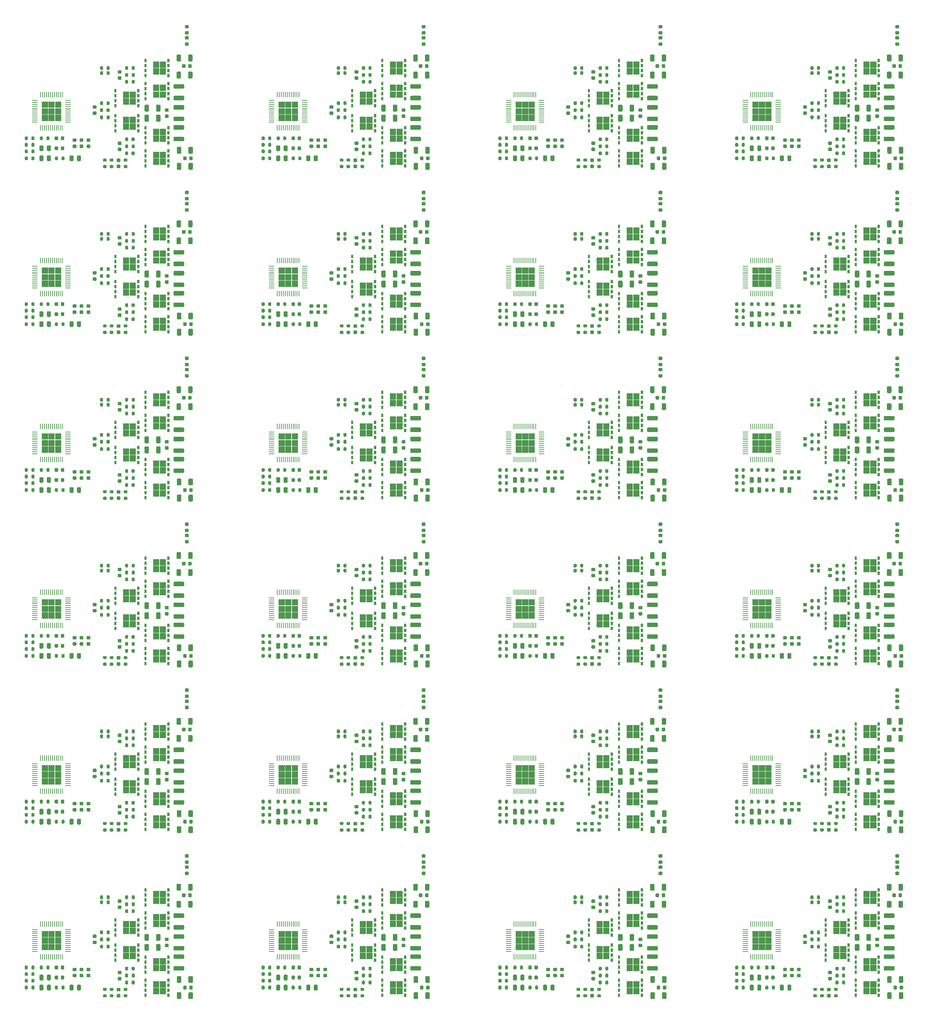
<source format=gtp>
G04 #@! TF.GenerationSoftware,KiCad,Pcbnew,5.1.12-84ad8e8a86~92~ubuntu20.04.1*
G04 #@! TF.CreationDate,2021-12-26T16:55:44+02:00*
G04 #@! TF.ProjectId,panel.opm-inline,70616e65-6c2e-46f7-906d-2d696e6c696e,rev?*
G04 #@! TF.SameCoordinates,Original*
G04 #@! TF.FileFunction,Paste,Top*
G04 #@! TF.FilePolarity,Positive*
%FSLAX46Y46*%
G04 Gerber Fmt 4.6, Leading zero omitted, Abs format (unit mm)*
G04 Created by KiCad (PCBNEW 5.1.12-84ad8e8a86~92~ubuntu20.04.1) date 2021-12-26 16:55:44*
%MOMM*%
%LPD*%
G01*
G04 APERTURE LIST*
%ADD10C,0.010000*%
%ADD11C,0.100000*%
%ADD12R,0.279400X1.346200*%
%ADD13R,1.346200X0.279400*%
G04 APERTURE END LIST*
D10*
G04 #@! TO.C,Q6*
G36*
X238620014Y-268825024D02*
G01*
X239120014Y-268825024D01*
X239120014Y-269575024D01*
X238620014Y-269575024D01*
X238620014Y-268825024D01*
G37*
X238620014Y-268825024D02*
X239120014Y-268825024D01*
X239120014Y-269575024D01*
X238620014Y-269575024D01*
X238620014Y-268825024D01*
G36*
X238620014Y-267555024D02*
G01*
X239120014Y-267555024D01*
X239120014Y-268305024D01*
X238620014Y-268305024D01*
X238620014Y-267555024D01*
G37*
X238620014Y-267555024D02*
X239120014Y-267555024D01*
X239120014Y-268305024D01*
X238620014Y-268305024D01*
X238620014Y-267555024D01*
G36*
X238620014Y-266285024D02*
G01*
X239120014Y-266285024D01*
X239120014Y-267035024D01*
X238620014Y-267035024D01*
X238620014Y-266285024D01*
G37*
X238620014Y-266285024D02*
X239120014Y-266285024D01*
X239120014Y-267035024D01*
X238620014Y-267035024D01*
X238620014Y-266285024D01*
G36*
X238620014Y-265015024D02*
G01*
X239120014Y-265015024D01*
X239120014Y-265765024D01*
X238620014Y-265765024D01*
X238620014Y-265015024D01*
G37*
X238620014Y-265015024D02*
X239120014Y-265015024D01*
X239120014Y-265765024D01*
X238620014Y-265765024D01*
X238620014Y-265015024D01*
G36*
X232865014Y-265015024D02*
G01*
X233265014Y-265015024D01*
X233265014Y-265765024D01*
X232865014Y-265765024D01*
X232865014Y-265015024D01*
G37*
X232865014Y-265015024D02*
X233265014Y-265015024D01*
X233265014Y-265765024D01*
X232865014Y-265765024D01*
X232865014Y-265015024D01*
G36*
X232865014Y-266285024D02*
G01*
X233265014Y-266285024D01*
X233265014Y-267035024D01*
X232865014Y-267035024D01*
X232865014Y-266285024D01*
G37*
X232865014Y-266285024D02*
X233265014Y-266285024D01*
X233265014Y-267035024D01*
X232865014Y-267035024D01*
X232865014Y-266285024D01*
G36*
X232865014Y-268825024D02*
G01*
X233265014Y-268825024D01*
X233265014Y-269575024D01*
X232865014Y-269575024D01*
X232865014Y-268825024D01*
G37*
X232865014Y-268825024D02*
X233265014Y-268825024D01*
X233265014Y-269575024D01*
X232865014Y-269575024D01*
X232865014Y-268825024D01*
G36*
X232865014Y-267555024D02*
G01*
X233265014Y-267555024D01*
X233265014Y-268305024D01*
X232865014Y-268305024D01*
X232865014Y-267555024D01*
G37*
X232865014Y-267555024D02*
X233265014Y-267555024D01*
X233265014Y-268305024D01*
X232865014Y-268305024D01*
X232865014Y-267555024D01*
G36*
X236715014Y-265695024D02*
G01*
X238215014Y-265695024D01*
X238215014Y-267195024D01*
X236715014Y-267195024D01*
X236715014Y-265695024D01*
G37*
X236715014Y-265695024D02*
X238215014Y-265695024D01*
X238215014Y-267195024D01*
X236715014Y-267195024D01*
X236715014Y-265695024D01*
G36*
X236715014Y-267395024D02*
G01*
X238215014Y-267395024D01*
X238215014Y-268895024D01*
X236715014Y-268895024D01*
X236715014Y-267395024D01*
G37*
X236715014Y-267395024D02*
X238215014Y-267395024D01*
X238215014Y-268895024D01*
X236715014Y-268895024D01*
X236715014Y-267395024D01*
G36*
X235015014Y-267395024D02*
G01*
X236515014Y-267395024D01*
X236515014Y-268895024D01*
X235015014Y-268895024D01*
X235015014Y-267395024D01*
G37*
X235015014Y-267395024D02*
X236515014Y-267395024D01*
X236515014Y-268895024D01*
X235015014Y-268895024D01*
X235015014Y-267395024D01*
G36*
X235015014Y-265695024D02*
G01*
X236515014Y-265695024D01*
X236515014Y-267195024D01*
X235015014Y-267195024D01*
X235015014Y-265695024D01*
G37*
X235015014Y-265695024D02*
X236515014Y-265695024D01*
X236515014Y-267195024D01*
X235015014Y-267195024D01*
X235015014Y-265695024D01*
G04 #@! TO.C,Q5*
G36*
X238620014Y-262475024D02*
G01*
X239120014Y-262475024D01*
X239120014Y-263225024D01*
X238620014Y-263225024D01*
X238620014Y-262475024D01*
G37*
X238620014Y-262475024D02*
X239120014Y-262475024D01*
X239120014Y-263225024D01*
X238620014Y-263225024D01*
X238620014Y-262475024D01*
G36*
X238620014Y-261205024D02*
G01*
X239120014Y-261205024D01*
X239120014Y-261955024D01*
X238620014Y-261955024D01*
X238620014Y-261205024D01*
G37*
X238620014Y-261205024D02*
X239120014Y-261205024D01*
X239120014Y-261955024D01*
X238620014Y-261955024D01*
X238620014Y-261205024D01*
G36*
X238620014Y-259935024D02*
G01*
X239120014Y-259935024D01*
X239120014Y-260685024D01*
X238620014Y-260685024D01*
X238620014Y-259935024D01*
G37*
X238620014Y-259935024D02*
X239120014Y-259935024D01*
X239120014Y-260685024D01*
X238620014Y-260685024D01*
X238620014Y-259935024D01*
G36*
X238620014Y-258665024D02*
G01*
X239120014Y-258665024D01*
X239120014Y-259415024D01*
X238620014Y-259415024D01*
X238620014Y-258665024D01*
G37*
X238620014Y-258665024D02*
X239120014Y-258665024D01*
X239120014Y-259415024D01*
X238620014Y-259415024D01*
X238620014Y-258665024D01*
G36*
X232865014Y-258665024D02*
G01*
X233265014Y-258665024D01*
X233265014Y-259415024D01*
X232865014Y-259415024D01*
X232865014Y-258665024D01*
G37*
X232865014Y-258665024D02*
X233265014Y-258665024D01*
X233265014Y-259415024D01*
X232865014Y-259415024D01*
X232865014Y-258665024D01*
G36*
X232865014Y-259935024D02*
G01*
X233265014Y-259935024D01*
X233265014Y-260685024D01*
X232865014Y-260685024D01*
X232865014Y-259935024D01*
G37*
X232865014Y-259935024D02*
X233265014Y-259935024D01*
X233265014Y-260685024D01*
X232865014Y-260685024D01*
X232865014Y-259935024D01*
G36*
X232865014Y-262475024D02*
G01*
X233265014Y-262475024D01*
X233265014Y-263225024D01*
X232865014Y-263225024D01*
X232865014Y-262475024D01*
G37*
X232865014Y-262475024D02*
X233265014Y-262475024D01*
X233265014Y-263225024D01*
X232865014Y-263225024D01*
X232865014Y-262475024D01*
G36*
X232865014Y-261205024D02*
G01*
X233265014Y-261205024D01*
X233265014Y-261955024D01*
X232865014Y-261955024D01*
X232865014Y-261205024D01*
G37*
X232865014Y-261205024D02*
X233265014Y-261205024D01*
X233265014Y-261955024D01*
X232865014Y-261955024D01*
X232865014Y-261205024D01*
G36*
X236715014Y-259345024D02*
G01*
X238215014Y-259345024D01*
X238215014Y-260845024D01*
X236715014Y-260845024D01*
X236715014Y-259345024D01*
G37*
X236715014Y-259345024D02*
X238215014Y-259345024D01*
X238215014Y-260845024D01*
X236715014Y-260845024D01*
X236715014Y-259345024D01*
G36*
X236715014Y-261045024D02*
G01*
X238215014Y-261045024D01*
X238215014Y-262545024D01*
X236715014Y-262545024D01*
X236715014Y-261045024D01*
G37*
X236715014Y-261045024D02*
X238215014Y-261045024D01*
X238215014Y-262545024D01*
X236715014Y-262545024D01*
X236715014Y-261045024D01*
G36*
X235015014Y-261045024D02*
G01*
X236515014Y-261045024D01*
X236515014Y-262545024D01*
X235015014Y-262545024D01*
X235015014Y-261045024D01*
G37*
X235015014Y-261045024D02*
X236515014Y-261045024D01*
X236515014Y-262545024D01*
X235015014Y-262545024D01*
X235015014Y-261045024D01*
G36*
X235015014Y-259345024D02*
G01*
X236515014Y-259345024D01*
X236515014Y-260845024D01*
X235015014Y-260845024D01*
X235015014Y-259345024D01*
G37*
X235015014Y-259345024D02*
X236515014Y-259345024D01*
X236515014Y-260845024D01*
X235015014Y-260845024D01*
X235015014Y-259345024D01*
G04 #@! TO.C,Q4*
G36*
X246240014Y-277715024D02*
G01*
X246740014Y-277715024D01*
X246740014Y-278465024D01*
X246240014Y-278465024D01*
X246240014Y-277715024D01*
G37*
X246240014Y-277715024D02*
X246740014Y-277715024D01*
X246740014Y-278465024D01*
X246240014Y-278465024D01*
X246240014Y-277715024D01*
G36*
X246240014Y-276445024D02*
G01*
X246740014Y-276445024D01*
X246740014Y-277195024D01*
X246240014Y-277195024D01*
X246240014Y-276445024D01*
G37*
X246240014Y-276445024D02*
X246740014Y-276445024D01*
X246740014Y-277195024D01*
X246240014Y-277195024D01*
X246240014Y-276445024D01*
G36*
X246240014Y-275175024D02*
G01*
X246740014Y-275175024D01*
X246740014Y-275925024D01*
X246240014Y-275925024D01*
X246240014Y-275175024D01*
G37*
X246240014Y-275175024D02*
X246740014Y-275175024D01*
X246740014Y-275925024D01*
X246240014Y-275925024D01*
X246240014Y-275175024D01*
G36*
X246240014Y-273905024D02*
G01*
X246740014Y-273905024D01*
X246740014Y-274655024D01*
X246240014Y-274655024D01*
X246240014Y-273905024D01*
G37*
X246240014Y-273905024D02*
X246740014Y-273905024D01*
X246740014Y-274655024D01*
X246240014Y-274655024D01*
X246240014Y-273905024D01*
G36*
X240485014Y-273905024D02*
G01*
X240885014Y-273905024D01*
X240885014Y-274655024D01*
X240485014Y-274655024D01*
X240485014Y-273905024D01*
G37*
X240485014Y-273905024D02*
X240885014Y-273905024D01*
X240885014Y-274655024D01*
X240485014Y-274655024D01*
X240485014Y-273905024D01*
G36*
X240485014Y-275175024D02*
G01*
X240885014Y-275175024D01*
X240885014Y-275925024D01*
X240485014Y-275925024D01*
X240485014Y-275175024D01*
G37*
X240485014Y-275175024D02*
X240885014Y-275175024D01*
X240885014Y-275925024D01*
X240485014Y-275925024D01*
X240485014Y-275175024D01*
G36*
X240485014Y-277715024D02*
G01*
X240885014Y-277715024D01*
X240885014Y-278465024D01*
X240485014Y-278465024D01*
X240485014Y-277715024D01*
G37*
X240485014Y-277715024D02*
X240885014Y-277715024D01*
X240885014Y-278465024D01*
X240485014Y-278465024D01*
X240485014Y-277715024D01*
G36*
X240485014Y-276445024D02*
G01*
X240885014Y-276445024D01*
X240885014Y-277195024D01*
X240485014Y-277195024D01*
X240485014Y-276445024D01*
G37*
X240485014Y-276445024D02*
X240885014Y-276445024D01*
X240885014Y-277195024D01*
X240485014Y-277195024D01*
X240485014Y-276445024D01*
G36*
X244335014Y-274585024D02*
G01*
X245835014Y-274585024D01*
X245835014Y-276085024D01*
X244335014Y-276085024D01*
X244335014Y-274585024D01*
G37*
X244335014Y-274585024D02*
X245835014Y-274585024D01*
X245835014Y-276085024D01*
X244335014Y-276085024D01*
X244335014Y-274585024D01*
G36*
X244335014Y-276285024D02*
G01*
X245835014Y-276285024D01*
X245835014Y-277785024D01*
X244335014Y-277785024D01*
X244335014Y-276285024D01*
G37*
X244335014Y-276285024D02*
X245835014Y-276285024D01*
X245835014Y-277785024D01*
X244335014Y-277785024D01*
X244335014Y-276285024D01*
G36*
X242635014Y-276285024D02*
G01*
X244135014Y-276285024D01*
X244135014Y-277785024D01*
X242635014Y-277785024D01*
X242635014Y-276285024D01*
G37*
X242635014Y-276285024D02*
X244135014Y-276285024D01*
X244135014Y-277785024D01*
X242635014Y-277785024D01*
X242635014Y-276285024D01*
G36*
X242635014Y-274585024D02*
G01*
X244135014Y-274585024D01*
X244135014Y-276085024D01*
X242635014Y-276085024D01*
X242635014Y-274585024D01*
G37*
X242635014Y-274585024D02*
X244135014Y-274585024D01*
X244135014Y-276085024D01*
X242635014Y-276085024D01*
X242635014Y-274585024D01*
G04 #@! TO.C,Q3*
G36*
X246240014Y-271865024D02*
G01*
X246740014Y-271865024D01*
X246740014Y-272615024D01*
X246240014Y-272615024D01*
X246240014Y-271865024D01*
G37*
X246240014Y-271865024D02*
X246740014Y-271865024D01*
X246740014Y-272615024D01*
X246240014Y-272615024D01*
X246240014Y-271865024D01*
G36*
X246240014Y-270595024D02*
G01*
X246740014Y-270595024D01*
X246740014Y-271345024D01*
X246240014Y-271345024D01*
X246240014Y-270595024D01*
G37*
X246240014Y-270595024D02*
X246740014Y-270595024D01*
X246740014Y-271345024D01*
X246240014Y-271345024D01*
X246240014Y-270595024D01*
G36*
X246240014Y-269325024D02*
G01*
X246740014Y-269325024D01*
X246740014Y-270075024D01*
X246240014Y-270075024D01*
X246240014Y-269325024D01*
G37*
X246240014Y-269325024D02*
X246740014Y-269325024D01*
X246740014Y-270075024D01*
X246240014Y-270075024D01*
X246240014Y-269325024D01*
G36*
X246240014Y-268055024D02*
G01*
X246740014Y-268055024D01*
X246740014Y-268805024D01*
X246240014Y-268805024D01*
X246240014Y-268055024D01*
G37*
X246240014Y-268055024D02*
X246740014Y-268055024D01*
X246740014Y-268805024D01*
X246240014Y-268805024D01*
X246240014Y-268055024D01*
G36*
X240485014Y-268055024D02*
G01*
X240885014Y-268055024D01*
X240885014Y-268805024D01*
X240485014Y-268805024D01*
X240485014Y-268055024D01*
G37*
X240485014Y-268055024D02*
X240885014Y-268055024D01*
X240885014Y-268805024D01*
X240485014Y-268805024D01*
X240485014Y-268055024D01*
G36*
X240485014Y-269325024D02*
G01*
X240885014Y-269325024D01*
X240885014Y-270075024D01*
X240485014Y-270075024D01*
X240485014Y-269325024D01*
G37*
X240485014Y-269325024D02*
X240885014Y-269325024D01*
X240885014Y-270075024D01*
X240485014Y-270075024D01*
X240485014Y-269325024D01*
G36*
X240485014Y-271865024D02*
G01*
X240885014Y-271865024D01*
X240885014Y-272615024D01*
X240485014Y-272615024D01*
X240485014Y-271865024D01*
G37*
X240485014Y-271865024D02*
X240885014Y-271865024D01*
X240885014Y-272615024D01*
X240485014Y-272615024D01*
X240485014Y-271865024D01*
G36*
X240485014Y-270595024D02*
G01*
X240885014Y-270595024D01*
X240885014Y-271345024D01*
X240485014Y-271345024D01*
X240485014Y-270595024D01*
G37*
X240485014Y-270595024D02*
X240885014Y-270595024D01*
X240885014Y-271345024D01*
X240485014Y-271345024D01*
X240485014Y-270595024D01*
G36*
X244335014Y-268735024D02*
G01*
X245835014Y-268735024D01*
X245835014Y-270235024D01*
X244335014Y-270235024D01*
X244335014Y-268735024D01*
G37*
X244335014Y-268735024D02*
X245835014Y-268735024D01*
X245835014Y-270235024D01*
X244335014Y-270235024D01*
X244335014Y-268735024D01*
G36*
X244335014Y-270435024D02*
G01*
X245835014Y-270435024D01*
X245835014Y-271935024D01*
X244335014Y-271935024D01*
X244335014Y-270435024D01*
G37*
X244335014Y-270435024D02*
X245835014Y-270435024D01*
X245835014Y-271935024D01*
X244335014Y-271935024D01*
X244335014Y-270435024D01*
G36*
X242635014Y-270435024D02*
G01*
X244135014Y-270435024D01*
X244135014Y-271935024D01*
X242635014Y-271935024D01*
X242635014Y-270435024D01*
G37*
X242635014Y-270435024D02*
X244135014Y-270435024D01*
X244135014Y-271935024D01*
X242635014Y-271935024D01*
X242635014Y-270435024D01*
G36*
X242635014Y-268735024D02*
G01*
X244135014Y-268735024D01*
X244135014Y-270235024D01*
X242635014Y-270235024D01*
X242635014Y-268735024D01*
G37*
X242635014Y-268735024D02*
X244135014Y-268735024D01*
X244135014Y-270235024D01*
X242635014Y-270235024D01*
X242635014Y-268735024D01*
G04 #@! TO.C,Q2*
G36*
X246240014Y-260705024D02*
G01*
X246740014Y-260705024D01*
X246740014Y-261455024D01*
X246240014Y-261455024D01*
X246240014Y-260705024D01*
G37*
X246240014Y-260705024D02*
X246740014Y-260705024D01*
X246740014Y-261455024D01*
X246240014Y-261455024D01*
X246240014Y-260705024D01*
G36*
X246240014Y-259435024D02*
G01*
X246740014Y-259435024D01*
X246740014Y-260185024D01*
X246240014Y-260185024D01*
X246240014Y-259435024D01*
G37*
X246240014Y-259435024D02*
X246740014Y-259435024D01*
X246740014Y-260185024D01*
X246240014Y-260185024D01*
X246240014Y-259435024D01*
G36*
X246240014Y-258165024D02*
G01*
X246740014Y-258165024D01*
X246740014Y-258915024D01*
X246240014Y-258915024D01*
X246240014Y-258165024D01*
G37*
X246240014Y-258165024D02*
X246740014Y-258165024D01*
X246740014Y-258915024D01*
X246240014Y-258915024D01*
X246240014Y-258165024D01*
G36*
X246240014Y-256895024D02*
G01*
X246740014Y-256895024D01*
X246740014Y-257645024D01*
X246240014Y-257645024D01*
X246240014Y-256895024D01*
G37*
X246240014Y-256895024D02*
X246740014Y-256895024D01*
X246740014Y-257645024D01*
X246240014Y-257645024D01*
X246240014Y-256895024D01*
G36*
X240485014Y-256895024D02*
G01*
X240885014Y-256895024D01*
X240885014Y-257645024D01*
X240485014Y-257645024D01*
X240485014Y-256895024D01*
G37*
X240485014Y-256895024D02*
X240885014Y-256895024D01*
X240885014Y-257645024D01*
X240485014Y-257645024D01*
X240485014Y-256895024D01*
G36*
X240485014Y-258165024D02*
G01*
X240885014Y-258165024D01*
X240885014Y-258915024D01*
X240485014Y-258915024D01*
X240485014Y-258165024D01*
G37*
X240485014Y-258165024D02*
X240885014Y-258165024D01*
X240885014Y-258915024D01*
X240485014Y-258915024D01*
X240485014Y-258165024D01*
G36*
X240485014Y-260705024D02*
G01*
X240885014Y-260705024D01*
X240885014Y-261455024D01*
X240485014Y-261455024D01*
X240485014Y-260705024D01*
G37*
X240485014Y-260705024D02*
X240885014Y-260705024D01*
X240885014Y-261455024D01*
X240485014Y-261455024D01*
X240485014Y-260705024D01*
G36*
X240485014Y-259435024D02*
G01*
X240885014Y-259435024D01*
X240885014Y-260185024D01*
X240485014Y-260185024D01*
X240485014Y-259435024D01*
G37*
X240485014Y-259435024D02*
X240885014Y-259435024D01*
X240885014Y-260185024D01*
X240485014Y-260185024D01*
X240485014Y-259435024D01*
G36*
X244335014Y-257575024D02*
G01*
X245835014Y-257575024D01*
X245835014Y-259075024D01*
X244335014Y-259075024D01*
X244335014Y-257575024D01*
G37*
X244335014Y-257575024D02*
X245835014Y-257575024D01*
X245835014Y-259075024D01*
X244335014Y-259075024D01*
X244335014Y-257575024D01*
G36*
X244335014Y-259275024D02*
G01*
X245835014Y-259275024D01*
X245835014Y-260775024D01*
X244335014Y-260775024D01*
X244335014Y-259275024D01*
G37*
X244335014Y-259275024D02*
X245835014Y-259275024D01*
X245835014Y-260775024D01*
X244335014Y-260775024D01*
X244335014Y-259275024D01*
G36*
X242635014Y-259275024D02*
G01*
X244135014Y-259275024D01*
X244135014Y-260775024D01*
X242635014Y-260775024D01*
X242635014Y-259275024D01*
G37*
X242635014Y-259275024D02*
X244135014Y-259275024D01*
X244135014Y-260775024D01*
X242635014Y-260775024D01*
X242635014Y-259275024D01*
G36*
X242635014Y-257575024D02*
G01*
X244135014Y-257575024D01*
X244135014Y-259075024D01*
X242635014Y-259075024D01*
X242635014Y-257575024D01*
G37*
X242635014Y-257575024D02*
X244135014Y-257575024D01*
X244135014Y-259075024D01*
X242635014Y-259075024D01*
X242635014Y-257575024D01*
G04 #@! TO.C,Q1*
G36*
X246240014Y-254855024D02*
G01*
X246740014Y-254855024D01*
X246740014Y-255605024D01*
X246240014Y-255605024D01*
X246240014Y-254855024D01*
G37*
X246240014Y-254855024D02*
X246740014Y-254855024D01*
X246740014Y-255605024D01*
X246240014Y-255605024D01*
X246240014Y-254855024D01*
G36*
X246240014Y-253585024D02*
G01*
X246740014Y-253585024D01*
X246740014Y-254335024D01*
X246240014Y-254335024D01*
X246240014Y-253585024D01*
G37*
X246240014Y-253585024D02*
X246740014Y-253585024D01*
X246740014Y-254335024D01*
X246240014Y-254335024D01*
X246240014Y-253585024D01*
G36*
X246240014Y-252315024D02*
G01*
X246740014Y-252315024D01*
X246740014Y-253065024D01*
X246240014Y-253065024D01*
X246240014Y-252315024D01*
G37*
X246240014Y-252315024D02*
X246740014Y-252315024D01*
X246740014Y-253065024D01*
X246240014Y-253065024D01*
X246240014Y-252315024D01*
G36*
X246240014Y-251045024D02*
G01*
X246740014Y-251045024D01*
X246740014Y-251795024D01*
X246240014Y-251795024D01*
X246240014Y-251045024D01*
G37*
X246240014Y-251045024D02*
X246740014Y-251045024D01*
X246740014Y-251795024D01*
X246240014Y-251795024D01*
X246240014Y-251045024D01*
G36*
X240485014Y-251045024D02*
G01*
X240885014Y-251045024D01*
X240885014Y-251795024D01*
X240485014Y-251795024D01*
X240485014Y-251045024D01*
G37*
X240485014Y-251045024D02*
X240885014Y-251045024D01*
X240885014Y-251795024D01*
X240485014Y-251795024D01*
X240485014Y-251045024D01*
G36*
X240485014Y-252315024D02*
G01*
X240885014Y-252315024D01*
X240885014Y-253065024D01*
X240485014Y-253065024D01*
X240485014Y-252315024D01*
G37*
X240485014Y-252315024D02*
X240885014Y-252315024D01*
X240885014Y-253065024D01*
X240485014Y-253065024D01*
X240485014Y-252315024D01*
G36*
X240485014Y-254855024D02*
G01*
X240885014Y-254855024D01*
X240885014Y-255605024D01*
X240485014Y-255605024D01*
X240485014Y-254855024D01*
G37*
X240485014Y-254855024D02*
X240885014Y-254855024D01*
X240885014Y-255605024D01*
X240485014Y-255605024D01*
X240485014Y-254855024D01*
G36*
X240485014Y-253585024D02*
G01*
X240885014Y-253585024D01*
X240885014Y-254335024D01*
X240485014Y-254335024D01*
X240485014Y-253585024D01*
G37*
X240485014Y-253585024D02*
X240885014Y-253585024D01*
X240885014Y-254335024D01*
X240485014Y-254335024D01*
X240485014Y-253585024D01*
G36*
X244335014Y-251725024D02*
G01*
X245835014Y-251725024D01*
X245835014Y-253225024D01*
X244335014Y-253225024D01*
X244335014Y-251725024D01*
G37*
X244335014Y-251725024D02*
X245835014Y-251725024D01*
X245835014Y-253225024D01*
X244335014Y-253225024D01*
X244335014Y-251725024D01*
G36*
X244335014Y-253425024D02*
G01*
X245835014Y-253425024D01*
X245835014Y-254925024D01*
X244335014Y-254925024D01*
X244335014Y-253425024D01*
G37*
X244335014Y-253425024D02*
X245835014Y-253425024D01*
X245835014Y-254925024D01*
X244335014Y-254925024D01*
X244335014Y-253425024D01*
G36*
X242635014Y-253425024D02*
G01*
X244135014Y-253425024D01*
X244135014Y-254925024D01*
X242635014Y-254925024D01*
X242635014Y-253425024D01*
G37*
X242635014Y-253425024D02*
X244135014Y-253425024D01*
X244135014Y-254925024D01*
X242635014Y-254925024D01*
X242635014Y-253425024D01*
G36*
X242635014Y-251725024D02*
G01*
X244135014Y-251725024D01*
X244135014Y-253225024D01*
X242635014Y-253225024D01*
X242635014Y-251725024D01*
G37*
X242635014Y-251725024D02*
X244135014Y-251725024D01*
X244135014Y-253225024D01*
X242635014Y-253225024D01*
X242635014Y-251725024D01*
D11*
G04 #@! TO.C,IC1*
G36*
X215981048Y-265188990D02*
G01*
X214513114Y-265188990D01*
X214513114Y-266656924D01*
X215981048Y-266656924D01*
X215981048Y-265188990D01*
G37*
X215981048Y-265188990D02*
X214513114Y-265188990D01*
X214513114Y-266656924D01*
X215981048Y-266656924D01*
X215981048Y-265188990D01*
G36*
X217648981Y-265188990D02*
G01*
X216181047Y-265188990D01*
X216181047Y-266656924D01*
X217648981Y-266656924D01*
X217648981Y-265188990D01*
G37*
X217648981Y-265188990D02*
X216181047Y-265188990D01*
X216181047Y-266656924D01*
X217648981Y-266656924D01*
X217648981Y-265188990D01*
G36*
X219316914Y-265188990D02*
G01*
X217848980Y-265188990D01*
X217848980Y-266656924D01*
X219316914Y-266656924D01*
X219316914Y-265188990D01*
G37*
X219316914Y-265188990D02*
X217848980Y-265188990D01*
X217848980Y-266656924D01*
X219316914Y-266656924D01*
X219316914Y-265188990D01*
G36*
X215981048Y-263521057D02*
G01*
X214513114Y-263521057D01*
X214513114Y-264988991D01*
X215981048Y-264988991D01*
X215981048Y-263521057D01*
G37*
X215981048Y-263521057D02*
X214513114Y-263521057D01*
X214513114Y-264988991D01*
X215981048Y-264988991D01*
X215981048Y-263521057D01*
G36*
X217648981Y-263521057D02*
G01*
X216181047Y-263521057D01*
X216181047Y-264988991D01*
X217648981Y-264988991D01*
X217648981Y-263521057D01*
G37*
X217648981Y-263521057D02*
X216181047Y-263521057D01*
X216181047Y-264988991D01*
X217648981Y-264988991D01*
X217648981Y-263521057D01*
G36*
X219316914Y-263521057D02*
G01*
X217848980Y-263521057D01*
X217848980Y-264988991D01*
X219316914Y-264988991D01*
X219316914Y-263521057D01*
G37*
X219316914Y-263521057D02*
X217848980Y-263521057D01*
X217848980Y-264988991D01*
X219316914Y-264988991D01*
X219316914Y-263521057D01*
G36*
X215981048Y-261853124D02*
G01*
X214513114Y-261853124D01*
X214513114Y-263321058D01*
X215981048Y-263321058D01*
X215981048Y-261853124D01*
G37*
X215981048Y-261853124D02*
X214513114Y-261853124D01*
X214513114Y-263321058D01*
X215981048Y-263321058D01*
X215981048Y-261853124D01*
G36*
X217648981Y-261853124D02*
G01*
X216181047Y-261853124D01*
X216181047Y-263321058D01*
X217648981Y-263321058D01*
X217648981Y-261853124D01*
G37*
X217648981Y-261853124D02*
X216181047Y-261853124D01*
X216181047Y-263321058D01*
X217648981Y-263321058D01*
X217648981Y-261853124D01*
G36*
X219316914Y-261853124D02*
G01*
X217848980Y-261853124D01*
X217848980Y-263321058D01*
X219316914Y-263321058D01*
X219316914Y-261853124D01*
G37*
X219316914Y-261853124D02*
X217848980Y-261853124D01*
X217848980Y-263321058D01*
X219316914Y-263321058D01*
X219316914Y-261853124D01*
D10*
G04 #@! TO.C,Q6*
G36*
X178670009Y-268825024D02*
G01*
X179170009Y-268825024D01*
X179170009Y-269575024D01*
X178670009Y-269575024D01*
X178670009Y-268825024D01*
G37*
X178670009Y-268825024D02*
X179170009Y-268825024D01*
X179170009Y-269575024D01*
X178670009Y-269575024D01*
X178670009Y-268825024D01*
G36*
X178670009Y-267555024D02*
G01*
X179170009Y-267555024D01*
X179170009Y-268305024D01*
X178670009Y-268305024D01*
X178670009Y-267555024D01*
G37*
X178670009Y-267555024D02*
X179170009Y-267555024D01*
X179170009Y-268305024D01*
X178670009Y-268305024D01*
X178670009Y-267555024D01*
G36*
X178670009Y-266285024D02*
G01*
X179170009Y-266285024D01*
X179170009Y-267035024D01*
X178670009Y-267035024D01*
X178670009Y-266285024D01*
G37*
X178670009Y-266285024D02*
X179170009Y-266285024D01*
X179170009Y-267035024D01*
X178670009Y-267035024D01*
X178670009Y-266285024D01*
G36*
X178670009Y-265015024D02*
G01*
X179170009Y-265015024D01*
X179170009Y-265765024D01*
X178670009Y-265765024D01*
X178670009Y-265015024D01*
G37*
X178670009Y-265015024D02*
X179170009Y-265015024D01*
X179170009Y-265765024D01*
X178670009Y-265765024D01*
X178670009Y-265015024D01*
G36*
X172915009Y-265015024D02*
G01*
X173315009Y-265015024D01*
X173315009Y-265765024D01*
X172915009Y-265765024D01*
X172915009Y-265015024D01*
G37*
X172915009Y-265015024D02*
X173315009Y-265015024D01*
X173315009Y-265765024D01*
X172915009Y-265765024D01*
X172915009Y-265015024D01*
G36*
X172915009Y-266285024D02*
G01*
X173315009Y-266285024D01*
X173315009Y-267035024D01*
X172915009Y-267035024D01*
X172915009Y-266285024D01*
G37*
X172915009Y-266285024D02*
X173315009Y-266285024D01*
X173315009Y-267035024D01*
X172915009Y-267035024D01*
X172915009Y-266285024D01*
G36*
X172915009Y-268825024D02*
G01*
X173315009Y-268825024D01*
X173315009Y-269575024D01*
X172915009Y-269575024D01*
X172915009Y-268825024D01*
G37*
X172915009Y-268825024D02*
X173315009Y-268825024D01*
X173315009Y-269575024D01*
X172915009Y-269575024D01*
X172915009Y-268825024D01*
G36*
X172915009Y-267555024D02*
G01*
X173315009Y-267555024D01*
X173315009Y-268305024D01*
X172915009Y-268305024D01*
X172915009Y-267555024D01*
G37*
X172915009Y-267555024D02*
X173315009Y-267555024D01*
X173315009Y-268305024D01*
X172915009Y-268305024D01*
X172915009Y-267555024D01*
G36*
X176765009Y-265695024D02*
G01*
X178265009Y-265695024D01*
X178265009Y-267195024D01*
X176765009Y-267195024D01*
X176765009Y-265695024D01*
G37*
X176765009Y-265695024D02*
X178265009Y-265695024D01*
X178265009Y-267195024D01*
X176765009Y-267195024D01*
X176765009Y-265695024D01*
G36*
X176765009Y-267395024D02*
G01*
X178265009Y-267395024D01*
X178265009Y-268895024D01*
X176765009Y-268895024D01*
X176765009Y-267395024D01*
G37*
X176765009Y-267395024D02*
X178265009Y-267395024D01*
X178265009Y-268895024D01*
X176765009Y-268895024D01*
X176765009Y-267395024D01*
G36*
X175065009Y-267395024D02*
G01*
X176565009Y-267395024D01*
X176565009Y-268895024D01*
X175065009Y-268895024D01*
X175065009Y-267395024D01*
G37*
X175065009Y-267395024D02*
X176565009Y-267395024D01*
X176565009Y-268895024D01*
X175065009Y-268895024D01*
X175065009Y-267395024D01*
G36*
X175065009Y-265695024D02*
G01*
X176565009Y-265695024D01*
X176565009Y-267195024D01*
X175065009Y-267195024D01*
X175065009Y-265695024D01*
G37*
X175065009Y-265695024D02*
X176565009Y-265695024D01*
X176565009Y-267195024D01*
X175065009Y-267195024D01*
X175065009Y-265695024D01*
G04 #@! TO.C,Q5*
G36*
X178670009Y-262475024D02*
G01*
X179170009Y-262475024D01*
X179170009Y-263225024D01*
X178670009Y-263225024D01*
X178670009Y-262475024D01*
G37*
X178670009Y-262475024D02*
X179170009Y-262475024D01*
X179170009Y-263225024D01*
X178670009Y-263225024D01*
X178670009Y-262475024D01*
G36*
X178670009Y-261205024D02*
G01*
X179170009Y-261205024D01*
X179170009Y-261955024D01*
X178670009Y-261955024D01*
X178670009Y-261205024D01*
G37*
X178670009Y-261205024D02*
X179170009Y-261205024D01*
X179170009Y-261955024D01*
X178670009Y-261955024D01*
X178670009Y-261205024D01*
G36*
X178670009Y-259935024D02*
G01*
X179170009Y-259935024D01*
X179170009Y-260685024D01*
X178670009Y-260685024D01*
X178670009Y-259935024D01*
G37*
X178670009Y-259935024D02*
X179170009Y-259935024D01*
X179170009Y-260685024D01*
X178670009Y-260685024D01*
X178670009Y-259935024D01*
G36*
X178670009Y-258665024D02*
G01*
X179170009Y-258665024D01*
X179170009Y-259415024D01*
X178670009Y-259415024D01*
X178670009Y-258665024D01*
G37*
X178670009Y-258665024D02*
X179170009Y-258665024D01*
X179170009Y-259415024D01*
X178670009Y-259415024D01*
X178670009Y-258665024D01*
G36*
X172915009Y-258665024D02*
G01*
X173315009Y-258665024D01*
X173315009Y-259415024D01*
X172915009Y-259415024D01*
X172915009Y-258665024D01*
G37*
X172915009Y-258665024D02*
X173315009Y-258665024D01*
X173315009Y-259415024D01*
X172915009Y-259415024D01*
X172915009Y-258665024D01*
G36*
X172915009Y-259935024D02*
G01*
X173315009Y-259935024D01*
X173315009Y-260685024D01*
X172915009Y-260685024D01*
X172915009Y-259935024D01*
G37*
X172915009Y-259935024D02*
X173315009Y-259935024D01*
X173315009Y-260685024D01*
X172915009Y-260685024D01*
X172915009Y-259935024D01*
G36*
X172915009Y-262475024D02*
G01*
X173315009Y-262475024D01*
X173315009Y-263225024D01*
X172915009Y-263225024D01*
X172915009Y-262475024D01*
G37*
X172915009Y-262475024D02*
X173315009Y-262475024D01*
X173315009Y-263225024D01*
X172915009Y-263225024D01*
X172915009Y-262475024D01*
G36*
X172915009Y-261205024D02*
G01*
X173315009Y-261205024D01*
X173315009Y-261955024D01*
X172915009Y-261955024D01*
X172915009Y-261205024D01*
G37*
X172915009Y-261205024D02*
X173315009Y-261205024D01*
X173315009Y-261955024D01*
X172915009Y-261955024D01*
X172915009Y-261205024D01*
G36*
X176765009Y-259345024D02*
G01*
X178265009Y-259345024D01*
X178265009Y-260845024D01*
X176765009Y-260845024D01*
X176765009Y-259345024D01*
G37*
X176765009Y-259345024D02*
X178265009Y-259345024D01*
X178265009Y-260845024D01*
X176765009Y-260845024D01*
X176765009Y-259345024D01*
G36*
X176765009Y-261045024D02*
G01*
X178265009Y-261045024D01*
X178265009Y-262545024D01*
X176765009Y-262545024D01*
X176765009Y-261045024D01*
G37*
X176765009Y-261045024D02*
X178265009Y-261045024D01*
X178265009Y-262545024D01*
X176765009Y-262545024D01*
X176765009Y-261045024D01*
G36*
X175065009Y-261045024D02*
G01*
X176565009Y-261045024D01*
X176565009Y-262545024D01*
X175065009Y-262545024D01*
X175065009Y-261045024D01*
G37*
X175065009Y-261045024D02*
X176565009Y-261045024D01*
X176565009Y-262545024D01*
X175065009Y-262545024D01*
X175065009Y-261045024D01*
G36*
X175065009Y-259345024D02*
G01*
X176565009Y-259345024D01*
X176565009Y-260845024D01*
X175065009Y-260845024D01*
X175065009Y-259345024D01*
G37*
X175065009Y-259345024D02*
X176565009Y-259345024D01*
X176565009Y-260845024D01*
X175065009Y-260845024D01*
X175065009Y-259345024D01*
G04 #@! TO.C,Q4*
G36*
X186290009Y-277715024D02*
G01*
X186790009Y-277715024D01*
X186790009Y-278465024D01*
X186290009Y-278465024D01*
X186290009Y-277715024D01*
G37*
X186290009Y-277715024D02*
X186790009Y-277715024D01*
X186790009Y-278465024D01*
X186290009Y-278465024D01*
X186290009Y-277715024D01*
G36*
X186290009Y-276445024D02*
G01*
X186790009Y-276445024D01*
X186790009Y-277195024D01*
X186290009Y-277195024D01*
X186290009Y-276445024D01*
G37*
X186290009Y-276445024D02*
X186790009Y-276445024D01*
X186790009Y-277195024D01*
X186290009Y-277195024D01*
X186290009Y-276445024D01*
G36*
X186290009Y-275175024D02*
G01*
X186790009Y-275175024D01*
X186790009Y-275925024D01*
X186290009Y-275925024D01*
X186290009Y-275175024D01*
G37*
X186290009Y-275175024D02*
X186790009Y-275175024D01*
X186790009Y-275925024D01*
X186290009Y-275925024D01*
X186290009Y-275175024D01*
G36*
X186290009Y-273905024D02*
G01*
X186790009Y-273905024D01*
X186790009Y-274655024D01*
X186290009Y-274655024D01*
X186290009Y-273905024D01*
G37*
X186290009Y-273905024D02*
X186790009Y-273905024D01*
X186790009Y-274655024D01*
X186290009Y-274655024D01*
X186290009Y-273905024D01*
G36*
X180535009Y-273905024D02*
G01*
X180935009Y-273905024D01*
X180935009Y-274655024D01*
X180535009Y-274655024D01*
X180535009Y-273905024D01*
G37*
X180535009Y-273905024D02*
X180935009Y-273905024D01*
X180935009Y-274655024D01*
X180535009Y-274655024D01*
X180535009Y-273905024D01*
G36*
X180535009Y-275175024D02*
G01*
X180935009Y-275175024D01*
X180935009Y-275925024D01*
X180535009Y-275925024D01*
X180535009Y-275175024D01*
G37*
X180535009Y-275175024D02*
X180935009Y-275175024D01*
X180935009Y-275925024D01*
X180535009Y-275925024D01*
X180535009Y-275175024D01*
G36*
X180535009Y-277715024D02*
G01*
X180935009Y-277715024D01*
X180935009Y-278465024D01*
X180535009Y-278465024D01*
X180535009Y-277715024D01*
G37*
X180535009Y-277715024D02*
X180935009Y-277715024D01*
X180935009Y-278465024D01*
X180535009Y-278465024D01*
X180535009Y-277715024D01*
G36*
X180535009Y-276445024D02*
G01*
X180935009Y-276445024D01*
X180935009Y-277195024D01*
X180535009Y-277195024D01*
X180535009Y-276445024D01*
G37*
X180535009Y-276445024D02*
X180935009Y-276445024D01*
X180935009Y-277195024D01*
X180535009Y-277195024D01*
X180535009Y-276445024D01*
G36*
X184385009Y-274585024D02*
G01*
X185885009Y-274585024D01*
X185885009Y-276085024D01*
X184385009Y-276085024D01*
X184385009Y-274585024D01*
G37*
X184385009Y-274585024D02*
X185885009Y-274585024D01*
X185885009Y-276085024D01*
X184385009Y-276085024D01*
X184385009Y-274585024D01*
G36*
X184385009Y-276285024D02*
G01*
X185885009Y-276285024D01*
X185885009Y-277785024D01*
X184385009Y-277785024D01*
X184385009Y-276285024D01*
G37*
X184385009Y-276285024D02*
X185885009Y-276285024D01*
X185885009Y-277785024D01*
X184385009Y-277785024D01*
X184385009Y-276285024D01*
G36*
X182685009Y-276285024D02*
G01*
X184185009Y-276285024D01*
X184185009Y-277785024D01*
X182685009Y-277785024D01*
X182685009Y-276285024D01*
G37*
X182685009Y-276285024D02*
X184185009Y-276285024D01*
X184185009Y-277785024D01*
X182685009Y-277785024D01*
X182685009Y-276285024D01*
G36*
X182685009Y-274585024D02*
G01*
X184185009Y-274585024D01*
X184185009Y-276085024D01*
X182685009Y-276085024D01*
X182685009Y-274585024D01*
G37*
X182685009Y-274585024D02*
X184185009Y-274585024D01*
X184185009Y-276085024D01*
X182685009Y-276085024D01*
X182685009Y-274585024D01*
G04 #@! TO.C,Q3*
G36*
X186290009Y-271865024D02*
G01*
X186790009Y-271865024D01*
X186790009Y-272615024D01*
X186290009Y-272615024D01*
X186290009Y-271865024D01*
G37*
X186290009Y-271865024D02*
X186790009Y-271865024D01*
X186790009Y-272615024D01*
X186290009Y-272615024D01*
X186290009Y-271865024D01*
G36*
X186290009Y-270595024D02*
G01*
X186790009Y-270595024D01*
X186790009Y-271345024D01*
X186290009Y-271345024D01*
X186290009Y-270595024D01*
G37*
X186290009Y-270595024D02*
X186790009Y-270595024D01*
X186790009Y-271345024D01*
X186290009Y-271345024D01*
X186290009Y-270595024D01*
G36*
X186290009Y-269325024D02*
G01*
X186790009Y-269325024D01*
X186790009Y-270075024D01*
X186290009Y-270075024D01*
X186290009Y-269325024D01*
G37*
X186290009Y-269325024D02*
X186790009Y-269325024D01*
X186790009Y-270075024D01*
X186290009Y-270075024D01*
X186290009Y-269325024D01*
G36*
X186290009Y-268055024D02*
G01*
X186790009Y-268055024D01*
X186790009Y-268805024D01*
X186290009Y-268805024D01*
X186290009Y-268055024D01*
G37*
X186290009Y-268055024D02*
X186790009Y-268055024D01*
X186790009Y-268805024D01*
X186290009Y-268805024D01*
X186290009Y-268055024D01*
G36*
X180535009Y-268055024D02*
G01*
X180935009Y-268055024D01*
X180935009Y-268805024D01*
X180535009Y-268805024D01*
X180535009Y-268055024D01*
G37*
X180535009Y-268055024D02*
X180935009Y-268055024D01*
X180935009Y-268805024D01*
X180535009Y-268805024D01*
X180535009Y-268055024D01*
G36*
X180535009Y-269325024D02*
G01*
X180935009Y-269325024D01*
X180935009Y-270075024D01*
X180535009Y-270075024D01*
X180535009Y-269325024D01*
G37*
X180535009Y-269325024D02*
X180935009Y-269325024D01*
X180935009Y-270075024D01*
X180535009Y-270075024D01*
X180535009Y-269325024D01*
G36*
X180535009Y-271865024D02*
G01*
X180935009Y-271865024D01*
X180935009Y-272615024D01*
X180535009Y-272615024D01*
X180535009Y-271865024D01*
G37*
X180535009Y-271865024D02*
X180935009Y-271865024D01*
X180935009Y-272615024D01*
X180535009Y-272615024D01*
X180535009Y-271865024D01*
G36*
X180535009Y-270595024D02*
G01*
X180935009Y-270595024D01*
X180935009Y-271345024D01*
X180535009Y-271345024D01*
X180535009Y-270595024D01*
G37*
X180535009Y-270595024D02*
X180935009Y-270595024D01*
X180935009Y-271345024D01*
X180535009Y-271345024D01*
X180535009Y-270595024D01*
G36*
X184385009Y-268735024D02*
G01*
X185885009Y-268735024D01*
X185885009Y-270235024D01*
X184385009Y-270235024D01*
X184385009Y-268735024D01*
G37*
X184385009Y-268735024D02*
X185885009Y-268735024D01*
X185885009Y-270235024D01*
X184385009Y-270235024D01*
X184385009Y-268735024D01*
G36*
X184385009Y-270435024D02*
G01*
X185885009Y-270435024D01*
X185885009Y-271935024D01*
X184385009Y-271935024D01*
X184385009Y-270435024D01*
G37*
X184385009Y-270435024D02*
X185885009Y-270435024D01*
X185885009Y-271935024D01*
X184385009Y-271935024D01*
X184385009Y-270435024D01*
G36*
X182685009Y-270435024D02*
G01*
X184185009Y-270435024D01*
X184185009Y-271935024D01*
X182685009Y-271935024D01*
X182685009Y-270435024D01*
G37*
X182685009Y-270435024D02*
X184185009Y-270435024D01*
X184185009Y-271935024D01*
X182685009Y-271935024D01*
X182685009Y-270435024D01*
G36*
X182685009Y-268735024D02*
G01*
X184185009Y-268735024D01*
X184185009Y-270235024D01*
X182685009Y-270235024D01*
X182685009Y-268735024D01*
G37*
X182685009Y-268735024D02*
X184185009Y-268735024D01*
X184185009Y-270235024D01*
X182685009Y-270235024D01*
X182685009Y-268735024D01*
G04 #@! TO.C,Q2*
G36*
X186290009Y-260705024D02*
G01*
X186790009Y-260705024D01*
X186790009Y-261455024D01*
X186290009Y-261455024D01*
X186290009Y-260705024D01*
G37*
X186290009Y-260705024D02*
X186790009Y-260705024D01*
X186790009Y-261455024D01*
X186290009Y-261455024D01*
X186290009Y-260705024D01*
G36*
X186290009Y-259435024D02*
G01*
X186790009Y-259435024D01*
X186790009Y-260185024D01*
X186290009Y-260185024D01*
X186290009Y-259435024D01*
G37*
X186290009Y-259435024D02*
X186790009Y-259435024D01*
X186790009Y-260185024D01*
X186290009Y-260185024D01*
X186290009Y-259435024D01*
G36*
X186290009Y-258165024D02*
G01*
X186790009Y-258165024D01*
X186790009Y-258915024D01*
X186290009Y-258915024D01*
X186290009Y-258165024D01*
G37*
X186290009Y-258165024D02*
X186790009Y-258165024D01*
X186790009Y-258915024D01*
X186290009Y-258915024D01*
X186290009Y-258165024D01*
G36*
X186290009Y-256895024D02*
G01*
X186790009Y-256895024D01*
X186790009Y-257645024D01*
X186290009Y-257645024D01*
X186290009Y-256895024D01*
G37*
X186290009Y-256895024D02*
X186790009Y-256895024D01*
X186790009Y-257645024D01*
X186290009Y-257645024D01*
X186290009Y-256895024D01*
G36*
X180535009Y-256895024D02*
G01*
X180935009Y-256895024D01*
X180935009Y-257645024D01*
X180535009Y-257645024D01*
X180535009Y-256895024D01*
G37*
X180535009Y-256895024D02*
X180935009Y-256895024D01*
X180935009Y-257645024D01*
X180535009Y-257645024D01*
X180535009Y-256895024D01*
G36*
X180535009Y-258165024D02*
G01*
X180935009Y-258165024D01*
X180935009Y-258915024D01*
X180535009Y-258915024D01*
X180535009Y-258165024D01*
G37*
X180535009Y-258165024D02*
X180935009Y-258165024D01*
X180935009Y-258915024D01*
X180535009Y-258915024D01*
X180535009Y-258165024D01*
G36*
X180535009Y-260705024D02*
G01*
X180935009Y-260705024D01*
X180935009Y-261455024D01*
X180535009Y-261455024D01*
X180535009Y-260705024D01*
G37*
X180535009Y-260705024D02*
X180935009Y-260705024D01*
X180935009Y-261455024D01*
X180535009Y-261455024D01*
X180535009Y-260705024D01*
G36*
X180535009Y-259435024D02*
G01*
X180935009Y-259435024D01*
X180935009Y-260185024D01*
X180535009Y-260185024D01*
X180535009Y-259435024D01*
G37*
X180535009Y-259435024D02*
X180935009Y-259435024D01*
X180935009Y-260185024D01*
X180535009Y-260185024D01*
X180535009Y-259435024D01*
G36*
X184385009Y-257575024D02*
G01*
X185885009Y-257575024D01*
X185885009Y-259075024D01*
X184385009Y-259075024D01*
X184385009Y-257575024D01*
G37*
X184385009Y-257575024D02*
X185885009Y-257575024D01*
X185885009Y-259075024D01*
X184385009Y-259075024D01*
X184385009Y-257575024D01*
G36*
X184385009Y-259275024D02*
G01*
X185885009Y-259275024D01*
X185885009Y-260775024D01*
X184385009Y-260775024D01*
X184385009Y-259275024D01*
G37*
X184385009Y-259275024D02*
X185885009Y-259275024D01*
X185885009Y-260775024D01*
X184385009Y-260775024D01*
X184385009Y-259275024D01*
G36*
X182685009Y-259275024D02*
G01*
X184185009Y-259275024D01*
X184185009Y-260775024D01*
X182685009Y-260775024D01*
X182685009Y-259275024D01*
G37*
X182685009Y-259275024D02*
X184185009Y-259275024D01*
X184185009Y-260775024D01*
X182685009Y-260775024D01*
X182685009Y-259275024D01*
G36*
X182685009Y-257575024D02*
G01*
X184185009Y-257575024D01*
X184185009Y-259075024D01*
X182685009Y-259075024D01*
X182685009Y-257575024D01*
G37*
X182685009Y-257575024D02*
X184185009Y-257575024D01*
X184185009Y-259075024D01*
X182685009Y-259075024D01*
X182685009Y-257575024D01*
G04 #@! TO.C,Q1*
G36*
X186290009Y-254855024D02*
G01*
X186790009Y-254855024D01*
X186790009Y-255605024D01*
X186290009Y-255605024D01*
X186290009Y-254855024D01*
G37*
X186290009Y-254855024D02*
X186790009Y-254855024D01*
X186790009Y-255605024D01*
X186290009Y-255605024D01*
X186290009Y-254855024D01*
G36*
X186290009Y-253585024D02*
G01*
X186790009Y-253585024D01*
X186790009Y-254335024D01*
X186290009Y-254335024D01*
X186290009Y-253585024D01*
G37*
X186290009Y-253585024D02*
X186790009Y-253585024D01*
X186790009Y-254335024D01*
X186290009Y-254335024D01*
X186290009Y-253585024D01*
G36*
X186290009Y-252315024D02*
G01*
X186790009Y-252315024D01*
X186790009Y-253065024D01*
X186290009Y-253065024D01*
X186290009Y-252315024D01*
G37*
X186290009Y-252315024D02*
X186790009Y-252315024D01*
X186790009Y-253065024D01*
X186290009Y-253065024D01*
X186290009Y-252315024D01*
G36*
X186290009Y-251045024D02*
G01*
X186790009Y-251045024D01*
X186790009Y-251795024D01*
X186290009Y-251795024D01*
X186290009Y-251045024D01*
G37*
X186290009Y-251045024D02*
X186790009Y-251045024D01*
X186790009Y-251795024D01*
X186290009Y-251795024D01*
X186290009Y-251045024D01*
G36*
X180535009Y-251045024D02*
G01*
X180935009Y-251045024D01*
X180935009Y-251795024D01*
X180535009Y-251795024D01*
X180535009Y-251045024D01*
G37*
X180535009Y-251045024D02*
X180935009Y-251045024D01*
X180935009Y-251795024D01*
X180535009Y-251795024D01*
X180535009Y-251045024D01*
G36*
X180535009Y-252315024D02*
G01*
X180935009Y-252315024D01*
X180935009Y-253065024D01*
X180535009Y-253065024D01*
X180535009Y-252315024D01*
G37*
X180535009Y-252315024D02*
X180935009Y-252315024D01*
X180935009Y-253065024D01*
X180535009Y-253065024D01*
X180535009Y-252315024D01*
G36*
X180535009Y-254855024D02*
G01*
X180935009Y-254855024D01*
X180935009Y-255605024D01*
X180535009Y-255605024D01*
X180535009Y-254855024D01*
G37*
X180535009Y-254855024D02*
X180935009Y-254855024D01*
X180935009Y-255605024D01*
X180535009Y-255605024D01*
X180535009Y-254855024D01*
G36*
X180535009Y-253585024D02*
G01*
X180935009Y-253585024D01*
X180935009Y-254335024D01*
X180535009Y-254335024D01*
X180535009Y-253585024D01*
G37*
X180535009Y-253585024D02*
X180935009Y-253585024D01*
X180935009Y-254335024D01*
X180535009Y-254335024D01*
X180535009Y-253585024D01*
G36*
X184385009Y-251725024D02*
G01*
X185885009Y-251725024D01*
X185885009Y-253225024D01*
X184385009Y-253225024D01*
X184385009Y-251725024D01*
G37*
X184385009Y-251725024D02*
X185885009Y-251725024D01*
X185885009Y-253225024D01*
X184385009Y-253225024D01*
X184385009Y-251725024D01*
G36*
X184385009Y-253425024D02*
G01*
X185885009Y-253425024D01*
X185885009Y-254925024D01*
X184385009Y-254925024D01*
X184385009Y-253425024D01*
G37*
X184385009Y-253425024D02*
X185885009Y-253425024D01*
X185885009Y-254925024D01*
X184385009Y-254925024D01*
X184385009Y-253425024D01*
G36*
X182685009Y-253425024D02*
G01*
X184185009Y-253425024D01*
X184185009Y-254925024D01*
X182685009Y-254925024D01*
X182685009Y-253425024D01*
G37*
X182685009Y-253425024D02*
X184185009Y-253425024D01*
X184185009Y-254925024D01*
X182685009Y-254925024D01*
X182685009Y-253425024D01*
G36*
X182685009Y-251725024D02*
G01*
X184185009Y-251725024D01*
X184185009Y-253225024D01*
X182685009Y-253225024D01*
X182685009Y-251725024D01*
G37*
X182685009Y-251725024D02*
X184185009Y-251725024D01*
X184185009Y-253225024D01*
X182685009Y-253225024D01*
X182685009Y-251725024D01*
D11*
G04 #@! TO.C,IC1*
G36*
X156031043Y-265188990D02*
G01*
X154563109Y-265188990D01*
X154563109Y-266656924D01*
X156031043Y-266656924D01*
X156031043Y-265188990D01*
G37*
X156031043Y-265188990D02*
X154563109Y-265188990D01*
X154563109Y-266656924D01*
X156031043Y-266656924D01*
X156031043Y-265188990D01*
G36*
X157698976Y-265188990D02*
G01*
X156231042Y-265188990D01*
X156231042Y-266656924D01*
X157698976Y-266656924D01*
X157698976Y-265188990D01*
G37*
X157698976Y-265188990D02*
X156231042Y-265188990D01*
X156231042Y-266656924D01*
X157698976Y-266656924D01*
X157698976Y-265188990D01*
G36*
X159366909Y-265188990D02*
G01*
X157898975Y-265188990D01*
X157898975Y-266656924D01*
X159366909Y-266656924D01*
X159366909Y-265188990D01*
G37*
X159366909Y-265188990D02*
X157898975Y-265188990D01*
X157898975Y-266656924D01*
X159366909Y-266656924D01*
X159366909Y-265188990D01*
G36*
X156031043Y-263521057D02*
G01*
X154563109Y-263521057D01*
X154563109Y-264988991D01*
X156031043Y-264988991D01*
X156031043Y-263521057D01*
G37*
X156031043Y-263521057D02*
X154563109Y-263521057D01*
X154563109Y-264988991D01*
X156031043Y-264988991D01*
X156031043Y-263521057D01*
G36*
X157698976Y-263521057D02*
G01*
X156231042Y-263521057D01*
X156231042Y-264988991D01*
X157698976Y-264988991D01*
X157698976Y-263521057D01*
G37*
X157698976Y-263521057D02*
X156231042Y-263521057D01*
X156231042Y-264988991D01*
X157698976Y-264988991D01*
X157698976Y-263521057D01*
G36*
X159366909Y-263521057D02*
G01*
X157898975Y-263521057D01*
X157898975Y-264988991D01*
X159366909Y-264988991D01*
X159366909Y-263521057D01*
G37*
X159366909Y-263521057D02*
X157898975Y-263521057D01*
X157898975Y-264988991D01*
X159366909Y-264988991D01*
X159366909Y-263521057D01*
G36*
X156031043Y-261853124D02*
G01*
X154563109Y-261853124D01*
X154563109Y-263321058D01*
X156031043Y-263321058D01*
X156031043Y-261853124D01*
G37*
X156031043Y-261853124D02*
X154563109Y-261853124D01*
X154563109Y-263321058D01*
X156031043Y-263321058D01*
X156031043Y-261853124D01*
G36*
X157698976Y-261853124D02*
G01*
X156231042Y-261853124D01*
X156231042Y-263321058D01*
X157698976Y-263321058D01*
X157698976Y-261853124D01*
G37*
X157698976Y-261853124D02*
X156231042Y-261853124D01*
X156231042Y-263321058D01*
X157698976Y-263321058D01*
X157698976Y-261853124D01*
G36*
X159366909Y-261853124D02*
G01*
X157898975Y-261853124D01*
X157898975Y-263321058D01*
X159366909Y-263321058D01*
X159366909Y-261853124D01*
G37*
X159366909Y-261853124D02*
X157898975Y-261853124D01*
X157898975Y-263321058D01*
X159366909Y-263321058D01*
X159366909Y-261853124D01*
D10*
G04 #@! TO.C,Q6*
G36*
X118720004Y-268825024D02*
G01*
X119220004Y-268825024D01*
X119220004Y-269575024D01*
X118720004Y-269575024D01*
X118720004Y-268825024D01*
G37*
X118720004Y-268825024D02*
X119220004Y-268825024D01*
X119220004Y-269575024D01*
X118720004Y-269575024D01*
X118720004Y-268825024D01*
G36*
X118720004Y-267555024D02*
G01*
X119220004Y-267555024D01*
X119220004Y-268305024D01*
X118720004Y-268305024D01*
X118720004Y-267555024D01*
G37*
X118720004Y-267555024D02*
X119220004Y-267555024D01*
X119220004Y-268305024D01*
X118720004Y-268305024D01*
X118720004Y-267555024D01*
G36*
X118720004Y-266285024D02*
G01*
X119220004Y-266285024D01*
X119220004Y-267035024D01*
X118720004Y-267035024D01*
X118720004Y-266285024D01*
G37*
X118720004Y-266285024D02*
X119220004Y-266285024D01*
X119220004Y-267035024D01*
X118720004Y-267035024D01*
X118720004Y-266285024D01*
G36*
X118720004Y-265015024D02*
G01*
X119220004Y-265015024D01*
X119220004Y-265765024D01*
X118720004Y-265765024D01*
X118720004Y-265015024D01*
G37*
X118720004Y-265015024D02*
X119220004Y-265015024D01*
X119220004Y-265765024D01*
X118720004Y-265765024D01*
X118720004Y-265015024D01*
G36*
X112965004Y-265015024D02*
G01*
X113365004Y-265015024D01*
X113365004Y-265765024D01*
X112965004Y-265765024D01*
X112965004Y-265015024D01*
G37*
X112965004Y-265015024D02*
X113365004Y-265015024D01*
X113365004Y-265765024D01*
X112965004Y-265765024D01*
X112965004Y-265015024D01*
G36*
X112965004Y-266285024D02*
G01*
X113365004Y-266285024D01*
X113365004Y-267035024D01*
X112965004Y-267035024D01*
X112965004Y-266285024D01*
G37*
X112965004Y-266285024D02*
X113365004Y-266285024D01*
X113365004Y-267035024D01*
X112965004Y-267035024D01*
X112965004Y-266285024D01*
G36*
X112965004Y-268825024D02*
G01*
X113365004Y-268825024D01*
X113365004Y-269575024D01*
X112965004Y-269575024D01*
X112965004Y-268825024D01*
G37*
X112965004Y-268825024D02*
X113365004Y-268825024D01*
X113365004Y-269575024D01*
X112965004Y-269575024D01*
X112965004Y-268825024D01*
G36*
X112965004Y-267555024D02*
G01*
X113365004Y-267555024D01*
X113365004Y-268305024D01*
X112965004Y-268305024D01*
X112965004Y-267555024D01*
G37*
X112965004Y-267555024D02*
X113365004Y-267555024D01*
X113365004Y-268305024D01*
X112965004Y-268305024D01*
X112965004Y-267555024D01*
G36*
X116815004Y-265695024D02*
G01*
X118315004Y-265695024D01*
X118315004Y-267195024D01*
X116815004Y-267195024D01*
X116815004Y-265695024D01*
G37*
X116815004Y-265695024D02*
X118315004Y-265695024D01*
X118315004Y-267195024D01*
X116815004Y-267195024D01*
X116815004Y-265695024D01*
G36*
X116815004Y-267395024D02*
G01*
X118315004Y-267395024D01*
X118315004Y-268895024D01*
X116815004Y-268895024D01*
X116815004Y-267395024D01*
G37*
X116815004Y-267395024D02*
X118315004Y-267395024D01*
X118315004Y-268895024D01*
X116815004Y-268895024D01*
X116815004Y-267395024D01*
G36*
X115115004Y-267395024D02*
G01*
X116615004Y-267395024D01*
X116615004Y-268895024D01*
X115115004Y-268895024D01*
X115115004Y-267395024D01*
G37*
X115115004Y-267395024D02*
X116615004Y-267395024D01*
X116615004Y-268895024D01*
X115115004Y-268895024D01*
X115115004Y-267395024D01*
G36*
X115115004Y-265695024D02*
G01*
X116615004Y-265695024D01*
X116615004Y-267195024D01*
X115115004Y-267195024D01*
X115115004Y-265695024D01*
G37*
X115115004Y-265695024D02*
X116615004Y-265695024D01*
X116615004Y-267195024D01*
X115115004Y-267195024D01*
X115115004Y-265695024D01*
G04 #@! TO.C,Q5*
G36*
X118720004Y-262475024D02*
G01*
X119220004Y-262475024D01*
X119220004Y-263225024D01*
X118720004Y-263225024D01*
X118720004Y-262475024D01*
G37*
X118720004Y-262475024D02*
X119220004Y-262475024D01*
X119220004Y-263225024D01*
X118720004Y-263225024D01*
X118720004Y-262475024D01*
G36*
X118720004Y-261205024D02*
G01*
X119220004Y-261205024D01*
X119220004Y-261955024D01*
X118720004Y-261955024D01*
X118720004Y-261205024D01*
G37*
X118720004Y-261205024D02*
X119220004Y-261205024D01*
X119220004Y-261955024D01*
X118720004Y-261955024D01*
X118720004Y-261205024D01*
G36*
X118720004Y-259935024D02*
G01*
X119220004Y-259935024D01*
X119220004Y-260685024D01*
X118720004Y-260685024D01*
X118720004Y-259935024D01*
G37*
X118720004Y-259935024D02*
X119220004Y-259935024D01*
X119220004Y-260685024D01*
X118720004Y-260685024D01*
X118720004Y-259935024D01*
G36*
X118720004Y-258665024D02*
G01*
X119220004Y-258665024D01*
X119220004Y-259415024D01*
X118720004Y-259415024D01*
X118720004Y-258665024D01*
G37*
X118720004Y-258665024D02*
X119220004Y-258665024D01*
X119220004Y-259415024D01*
X118720004Y-259415024D01*
X118720004Y-258665024D01*
G36*
X112965004Y-258665024D02*
G01*
X113365004Y-258665024D01*
X113365004Y-259415024D01*
X112965004Y-259415024D01*
X112965004Y-258665024D01*
G37*
X112965004Y-258665024D02*
X113365004Y-258665024D01*
X113365004Y-259415024D01*
X112965004Y-259415024D01*
X112965004Y-258665024D01*
G36*
X112965004Y-259935024D02*
G01*
X113365004Y-259935024D01*
X113365004Y-260685024D01*
X112965004Y-260685024D01*
X112965004Y-259935024D01*
G37*
X112965004Y-259935024D02*
X113365004Y-259935024D01*
X113365004Y-260685024D01*
X112965004Y-260685024D01*
X112965004Y-259935024D01*
G36*
X112965004Y-262475024D02*
G01*
X113365004Y-262475024D01*
X113365004Y-263225024D01*
X112965004Y-263225024D01*
X112965004Y-262475024D01*
G37*
X112965004Y-262475024D02*
X113365004Y-262475024D01*
X113365004Y-263225024D01*
X112965004Y-263225024D01*
X112965004Y-262475024D01*
G36*
X112965004Y-261205024D02*
G01*
X113365004Y-261205024D01*
X113365004Y-261955024D01*
X112965004Y-261955024D01*
X112965004Y-261205024D01*
G37*
X112965004Y-261205024D02*
X113365004Y-261205024D01*
X113365004Y-261955024D01*
X112965004Y-261955024D01*
X112965004Y-261205024D01*
G36*
X116815004Y-259345024D02*
G01*
X118315004Y-259345024D01*
X118315004Y-260845024D01*
X116815004Y-260845024D01*
X116815004Y-259345024D01*
G37*
X116815004Y-259345024D02*
X118315004Y-259345024D01*
X118315004Y-260845024D01*
X116815004Y-260845024D01*
X116815004Y-259345024D01*
G36*
X116815004Y-261045024D02*
G01*
X118315004Y-261045024D01*
X118315004Y-262545024D01*
X116815004Y-262545024D01*
X116815004Y-261045024D01*
G37*
X116815004Y-261045024D02*
X118315004Y-261045024D01*
X118315004Y-262545024D01*
X116815004Y-262545024D01*
X116815004Y-261045024D01*
G36*
X115115004Y-261045024D02*
G01*
X116615004Y-261045024D01*
X116615004Y-262545024D01*
X115115004Y-262545024D01*
X115115004Y-261045024D01*
G37*
X115115004Y-261045024D02*
X116615004Y-261045024D01*
X116615004Y-262545024D01*
X115115004Y-262545024D01*
X115115004Y-261045024D01*
G36*
X115115004Y-259345024D02*
G01*
X116615004Y-259345024D01*
X116615004Y-260845024D01*
X115115004Y-260845024D01*
X115115004Y-259345024D01*
G37*
X115115004Y-259345024D02*
X116615004Y-259345024D01*
X116615004Y-260845024D01*
X115115004Y-260845024D01*
X115115004Y-259345024D01*
G04 #@! TO.C,Q4*
G36*
X126340004Y-277715024D02*
G01*
X126840004Y-277715024D01*
X126840004Y-278465024D01*
X126340004Y-278465024D01*
X126340004Y-277715024D01*
G37*
X126340004Y-277715024D02*
X126840004Y-277715024D01*
X126840004Y-278465024D01*
X126340004Y-278465024D01*
X126340004Y-277715024D01*
G36*
X126340004Y-276445024D02*
G01*
X126840004Y-276445024D01*
X126840004Y-277195024D01*
X126340004Y-277195024D01*
X126340004Y-276445024D01*
G37*
X126340004Y-276445024D02*
X126840004Y-276445024D01*
X126840004Y-277195024D01*
X126340004Y-277195024D01*
X126340004Y-276445024D01*
G36*
X126340004Y-275175024D02*
G01*
X126840004Y-275175024D01*
X126840004Y-275925024D01*
X126340004Y-275925024D01*
X126340004Y-275175024D01*
G37*
X126340004Y-275175024D02*
X126840004Y-275175024D01*
X126840004Y-275925024D01*
X126340004Y-275925024D01*
X126340004Y-275175024D01*
G36*
X126340004Y-273905024D02*
G01*
X126840004Y-273905024D01*
X126840004Y-274655024D01*
X126340004Y-274655024D01*
X126340004Y-273905024D01*
G37*
X126340004Y-273905024D02*
X126840004Y-273905024D01*
X126840004Y-274655024D01*
X126340004Y-274655024D01*
X126340004Y-273905024D01*
G36*
X120585004Y-273905024D02*
G01*
X120985004Y-273905024D01*
X120985004Y-274655024D01*
X120585004Y-274655024D01*
X120585004Y-273905024D01*
G37*
X120585004Y-273905024D02*
X120985004Y-273905024D01*
X120985004Y-274655024D01*
X120585004Y-274655024D01*
X120585004Y-273905024D01*
G36*
X120585004Y-275175024D02*
G01*
X120985004Y-275175024D01*
X120985004Y-275925024D01*
X120585004Y-275925024D01*
X120585004Y-275175024D01*
G37*
X120585004Y-275175024D02*
X120985004Y-275175024D01*
X120985004Y-275925024D01*
X120585004Y-275925024D01*
X120585004Y-275175024D01*
G36*
X120585004Y-277715024D02*
G01*
X120985004Y-277715024D01*
X120985004Y-278465024D01*
X120585004Y-278465024D01*
X120585004Y-277715024D01*
G37*
X120585004Y-277715024D02*
X120985004Y-277715024D01*
X120985004Y-278465024D01*
X120585004Y-278465024D01*
X120585004Y-277715024D01*
G36*
X120585004Y-276445024D02*
G01*
X120985004Y-276445024D01*
X120985004Y-277195024D01*
X120585004Y-277195024D01*
X120585004Y-276445024D01*
G37*
X120585004Y-276445024D02*
X120985004Y-276445024D01*
X120985004Y-277195024D01*
X120585004Y-277195024D01*
X120585004Y-276445024D01*
G36*
X124435004Y-274585024D02*
G01*
X125935004Y-274585024D01*
X125935004Y-276085024D01*
X124435004Y-276085024D01*
X124435004Y-274585024D01*
G37*
X124435004Y-274585024D02*
X125935004Y-274585024D01*
X125935004Y-276085024D01*
X124435004Y-276085024D01*
X124435004Y-274585024D01*
G36*
X124435004Y-276285024D02*
G01*
X125935004Y-276285024D01*
X125935004Y-277785024D01*
X124435004Y-277785024D01*
X124435004Y-276285024D01*
G37*
X124435004Y-276285024D02*
X125935004Y-276285024D01*
X125935004Y-277785024D01*
X124435004Y-277785024D01*
X124435004Y-276285024D01*
G36*
X122735004Y-276285024D02*
G01*
X124235004Y-276285024D01*
X124235004Y-277785024D01*
X122735004Y-277785024D01*
X122735004Y-276285024D01*
G37*
X122735004Y-276285024D02*
X124235004Y-276285024D01*
X124235004Y-277785024D01*
X122735004Y-277785024D01*
X122735004Y-276285024D01*
G36*
X122735004Y-274585024D02*
G01*
X124235004Y-274585024D01*
X124235004Y-276085024D01*
X122735004Y-276085024D01*
X122735004Y-274585024D01*
G37*
X122735004Y-274585024D02*
X124235004Y-274585024D01*
X124235004Y-276085024D01*
X122735004Y-276085024D01*
X122735004Y-274585024D01*
G04 #@! TO.C,Q3*
G36*
X126340004Y-271865024D02*
G01*
X126840004Y-271865024D01*
X126840004Y-272615024D01*
X126340004Y-272615024D01*
X126340004Y-271865024D01*
G37*
X126340004Y-271865024D02*
X126840004Y-271865024D01*
X126840004Y-272615024D01*
X126340004Y-272615024D01*
X126340004Y-271865024D01*
G36*
X126340004Y-270595024D02*
G01*
X126840004Y-270595024D01*
X126840004Y-271345024D01*
X126340004Y-271345024D01*
X126340004Y-270595024D01*
G37*
X126340004Y-270595024D02*
X126840004Y-270595024D01*
X126840004Y-271345024D01*
X126340004Y-271345024D01*
X126340004Y-270595024D01*
G36*
X126340004Y-269325024D02*
G01*
X126840004Y-269325024D01*
X126840004Y-270075024D01*
X126340004Y-270075024D01*
X126340004Y-269325024D01*
G37*
X126340004Y-269325024D02*
X126840004Y-269325024D01*
X126840004Y-270075024D01*
X126340004Y-270075024D01*
X126340004Y-269325024D01*
G36*
X126340004Y-268055024D02*
G01*
X126840004Y-268055024D01*
X126840004Y-268805024D01*
X126340004Y-268805024D01*
X126340004Y-268055024D01*
G37*
X126340004Y-268055024D02*
X126840004Y-268055024D01*
X126840004Y-268805024D01*
X126340004Y-268805024D01*
X126340004Y-268055024D01*
G36*
X120585004Y-268055024D02*
G01*
X120985004Y-268055024D01*
X120985004Y-268805024D01*
X120585004Y-268805024D01*
X120585004Y-268055024D01*
G37*
X120585004Y-268055024D02*
X120985004Y-268055024D01*
X120985004Y-268805024D01*
X120585004Y-268805024D01*
X120585004Y-268055024D01*
G36*
X120585004Y-269325024D02*
G01*
X120985004Y-269325024D01*
X120985004Y-270075024D01*
X120585004Y-270075024D01*
X120585004Y-269325024D01*
G37*
X120585004Y-269325024D02*
X120985004Y-269325024D01*
X120985004Y-270075024D01*
X120585004Y-270075024D01*
X120585004Y-269325024D01*
G36*
X120585004Y-271865024D02*
G01*
X120985004Y-271865024D01*
X120985004Y-272615024D01*
X120585004Y-272615024D01*
X120585004Y-271865024D01*
G37*
X120585004Y-271865024D02*
X120985004Y-271865024D01*
X120985004Y-272615024D01*
X120585004Y-272615024D01*
X120585004Y-271865024D01*
G36*
X120585004Y-270595024D02*
G01*
X120985004Y-270595024D01*
X120985004Y-271345024D01*
X120585004Y-271345024D01*
X120585004Y-270595024D01*
G37*
X120585004Y-270595024D02*
X120985004Y-270595024D01*
X120985004Y-271345024D01*
X120585004Y-271345024D01*
X120585004Y-270595024D01*
G36*
X124435004Y-268735024D02*
G01*
X125935004Y-268735024D01*
X125935004Y-270235024D01*
X124435004Y-270235024D01*
X124435004Y-268735024D01*
G37*
X124435004Y-268735024D02*
X125935004Y-268735024D01*
X125935004Y-270235024D01*
X124435004Y-270235024D01*
X124435004Y-268735024D01*
G36*
X124435004Y-270435024D02*
G01*
X125935004Y-270435024D01*
X125935004Y-271935024D01*
X124435004Y-271935024D01*
X124435004Y-270435024D01*
G37*
X124435004Y-270435024D02*
X125935004Y-270435024D01*
X125935004Y-271935024D01*
X124435004Y-271935024D01*
X124435004Y-270435024D01*
G36*
X122735004Y-270435024D02*
G01*
X124235004Y-270435024D01*
X124235004Y-271935024D01*
X122735004Y-271935024D01*
X122735004Y-270435024D01*
G37*
X122735004Y-270435024D02*
X124235004Y-270435024D01*
X124235004Y-271935024D01*
X122735004Y-271935024D01*
X122735004Y-270435024D01*
G36*
X122735004Y-268735024D02*
G01*
X124235004Y-268735024D01*
X124235004Y-270235024D01*
X122735004Y-270235024D01*
X122735004Y-268735024D01*
G37*
X122735004Y-268735024D02*
X124235004Y-268735024D01*
X124235004Y-270235024D01*
X122735004Y-270235024D01*
X122735004Y-268735024D01*
G04 #@! TO.C,Q2*
G36*
X126340004Y-260705024D02*
G01*
X126840004Y-260705024D01*
X126840004Y-261455024D01*
X126340004Y-261455024D01*
X126340004Y-260705024D01*
G37*
X126340004Y-260705024D02*
X126840004Y-260705024D01*
X126840004Y-261455024D01*
X126340004Y-261455024D01*
X126340004Y-260705024D01*
G36*
X126340004Y-259435024D02*
G01*
X126840004Y-259435024D01*
X126840004Y-260185024D01*
X126340004Y-260185024D01*
X126340004Y-259435024D01*
G37*
X126340004Y-259435024D02*
X126840004Y-259435024D01*
X126840004Y-260185024D01*
X126340004Y-260185024D01*
X126340004Y-259435024D01*
G36*
X126340004Y-258165024D02*
G01*
X126840004Y-258165024D01*
X126840004Y-258915024D01*
X126340004Y-258915024D01*
X126340004Y-258165024D01*
G37*
X126340004Y-258165024D02*
X126840004Y-258165024D01*
X126840004Y-258915024D01*
X126340004Y-258915024D01*
X126340004Y-258165024D01*
G36*
X126340004Y-256895024D02*
G01*
X126840004Y-256895024D01*
X126840004Y-257645024D01*
X126340004Y-257645024D01*
X126340004Y-256895024D01*
G37*
X126340004Y-256895024D02*
X126840004Y-256895024D01*
X126840004Y-257645024D01*
X126340004Y-257645024D01*
X126340004Y-256895024D01*
G36*
X120585004Y-256895024D02*
G01*
X120985004Y-256895024D01*
X120985004Y-257645024D01*
X120585004Y-257645024D01*
X120585004Y-256895024D01*
G37*
X120585004Y-256895024D02*
X120985004Y-256895024D01*
X120985004Y-257645024D01*
X120585004Y-257645024D01*
X120585004Y-256895024D01*
G36*
X120585004Y-258165024D02*
G01*
X120985004Y-258165024D01*
X120985004Y-258915024D01*
X120585004Y-258915024D01*
X120585004Y-258165024D01*
G37*
X120585004Y-258165024D02*
X120985004Y-258165024D01*
X120985004Y-258915024D01*
X120585004Y-258915024D01*
X120585004Y-258165024D01*
G36*
X120585004Y-260705024D02*
G01*
X120985004Y-260705024D01*
X120985004Y-261455024D01*
X120585004Y-261455024D01*
X120585004Y-260705024D01*
G37*
X120585004Y-260705024D02*
X120985004Y-260705024D01*
X120985004Y-261455024D01*
X120585004Y-261455024D01*
X120585004Y-260705024D01*
G36*
X120585004Y-259435024D02*
G01*
X120985004Y-259435024D01*
X120985004Y-260185024D01*
X120585004Y-260185024D01*
X120585004Y-259435024D01*
G37*
X120585004Y-259435024D02*
X120985004Y-259435024D01*
X120985004Y-260185024D01*
X120585004Y-260185024D01*
X120585004Y-259435024D01*
G36*
X124435004Y-257575024D02*
G01*
X125935004Y-257575024D01*
X125935004Y-259075024D01*
X124435004Y-259075024D01*
X124435004Y-257575024D01*
G37*
X124435004Y-257575024D02*
X125935004Y-257575024D01*
X125935004Y-259075024D01*
X124435004Y-259075024D01*
X124435004Y-257575024D01*
G36*
X124435004Y-259275024D02*
G01*
X125935004Y-259275024D01*
X125935004Y-260775024D01*
X124435004Y-260775024D01*
X124435004Y-259275024D01*
G37*
X124435004Y-259275024D02*
X125935004Y-259275024D01*
X125935004Y-260775024D01*
X124435004Y-260775024D01*
X124435004Y-259275024D01*
G36*
X122735004Y-259275024D02*
G01*
X124235004Y-259275024D01*
X124235004Y-260775024D01*
X122735004Y-260775024D01*
X122735004Y-259275024D01*
G37*
X122735004Y-259275024D02*
X124235004Y-259275024D01*
X124235004Y-260775024D01*
X122735004Y-260775024D01*
X122735004Y-259275024D01*
G36*
X122735004Y-257575024D02*
G01*
X124235004Y-257575024D01*
X124235004Y-259075024D01*
X122735004Y-259075024D01*
X122735004Y-257575024D01*
G37*
X122735004Y-257575024D02*
X124235004Y-257575024D01*
X124235004Y-259075024D01*
X122735004Y-259075024D01*
X122735004Y-257575024D01*
G04 #@! TO.C,Q1*
G36*
X126340004Y-254855024D02*
G01*
X126840004Y-254855024D01*
X126840004Y-255605024D01*
X126340004Y-255605024D01*
X126340004Y-254855024D01*
G37*
X126340004Y-254855024D02*
X126840004Y-254855024D01*
X126840004Y-255605024D01*
X126340004Y-255605024D01*
X126340004Y-254855024D01*
G36*
X126340004Y-253585024D02*
G01*
X126840004Y-253585024D01*
X126840004Y-254335024D01*
X126340004Y-254335024D01*
X126340004Y-253585024D01*
G37*
X126340004Y-253585024D02*
X126840004Y-253585024D01*
X126840004Y-254335024D01*
X126340004Y-254335024D01*
X126340004Y-253585024D01*
G36*
X126340004Y-252315024D02*
G01*
X126840004Y-252315024D01*
X126840004Y-253065024D01*
X126340004Y-253065024D01*
X126340004Y-252315024D01*
G37*
X126340004Y-252315024D02*
X126840004Y-252315024D01*
X126840004Y-253065024D01*
X126340004Y-253065024D01*
X126340004Y-252315024D01*
G36*
X126340004Y-251045024D02*
G01*
X126840004Y-251045024D01*
X126840004Y-251795024D01*
X126340004Y-251795024D01*
X126340004Y-251045024D01*
G37*
X126340004Y-251045024D02*
X126840004Y-251045024D01*
X126840004Y-251795024D01*
X126340004Y-251795024D01*
X126340004Y-251045024D01*
G36*
X120585004Y-251045024D02*
G01*
X120985004Y-251045024D01*
X120985004Y-251795024D01*
X120585004Y-251795024D01*
X120585004Y-251045024D01*
G37*
X120585004Y-251045024D02*
X120985004Y-251045024D01*
X120985004Y-251795024D01*
X120585004Y-251795024D01*
X120585004Y-251045024D01*
G36*
X120585004Y-252315024D02*
G01*
X120985004Y-252315024D01*
X120985004Y-253065024D01*
X120585004Y-253065024D01*
X120585004Y-252315024D01*
G37*
X120585004Y-252315024D02*
X120985004Y-252315024D01*
X120985004Y-253065024D01*
X120585004Y-253065024D01*
X120585004Y-252315024D01*
G36*
X120585004Y-254855024D02*
G01*
X120985004Y-254855024D01*
X120985004Y-255605024D01*
X120585004Y-255605024D01*
X120585004Y-254855024D01*
G37*
X120585004Y-254855024D02*
X120985004Y-254855024D01*
X120985004Y-255605024D01*
X120585004Y-255605024D01*
X120585004Y-254855024D01*
G36*
X120585004Y-253585024D02*
G01*
X120985004Y-253585024D01*
X120985004Y-254335024D01*
X120585004Y-254335024D01*
X120585004Y-253585024D01*
G37*
X120585004Y-253585024D02*
X120985004Y-253585024D01*
X120985004Y-254335024D01*
X120585004Y-254335024D01*
X120585004Y-253585024D01*
G36*
X124435004Y-251725024D02*
G01*
X125935004Y-251725024D01*
X125935004Y-253225024D01*
X124435004Y-253225024D01*
X124435004Y-251725024D01*
G37*
X124435004Y-251725024D02*
X125935004Y-251725024D01*
X125935004Y-253225024D01*
X124435004Y-253225024D01*
X124435004Y-251725024D01*
G36*
X124435004Y-253425024D02*
G01*
X125935004Y-253425024D01*
X125935004Y-254925024D01*
X124435004Y-254925024D01*
X124435004Y-253425024D01*
G37*
X124435004Y-253425024D02*
X125935004Y-253425024D01*
X125935004Y-254925024D01*
X124435004Y-254925024D01*
X124435004Y-253425024D01*
G36*
X122735004Y-253425024D02*
G01*
X124235004Y-253425024D01*
X124235004Y-254925024D01*
X122735004Y-254925024D01*
X122735004Y-253425024D01*
G37*
X122735004Y-253425024D02*
X124235004Y-253425024D01*
X124235004Y-254925024D01*
X122735004Y-254925024D01*
X122735004Y-253425024D01*
G36*
X122735004Y-251725024D02*
G01*
X124235004Y-251725024D01*
X124235004Y-253225024D01*
X122735004Y-253225024D01*
X122735004Y-251725024D01*
G37*
X122735004Y-251725024D02*
X124235004Y-251725024D01*
X124235004Y-253225024D01*
X122735004Y-253225024D01*
X122735004Y-251725024D01*
D11*
G04 #@! TO.C,IC1*
G36*
X96081038Y-265188990D02*
G01*
X94613104Y-265188990D01*
X94613104Y-266656924D01*
X96081038Y-266656924D01*
X96081038Y-265188990D01*
G37*
X96081038Y-265188990D02*
X94613104Y-265188990D01*
X94613104Y-266656924D01*
X96081038Y-266656924D01*
X96081038Y-265188990D01*
G36*
X97748971Y-265188990D02*
G01*
X96281037Y-265188990D01*
X96281037Y-266656924D01*
X97748971Y-266656924D01*
X97748971Y-265188990D01*
G37*
X97748971Y-265188990D02*
X96281037Y-265188990D01*
X96281037Y-266656924D01*
X97748971Y-266656924D01*
X97748971Y-265188990D01*
G36*
X99416904Y-265188990D02*
G01*
X97948970Y-265188990D01*
X97948970Y-266656924D01*
X99416904Y-266656924D01*
X99416904Y-265188990D01*
G37*
X99416904Y-265188990D02*
X97948970Y-265188990D01*
X97948970Y-266656924D01*
X99416904Y-266656924D01*
X99416904Y-265188990D01*
G36*
X96081038Y-263521057D02*
G01*
X94613104Y-263521057D01*
X94613104Y-264988991D01*
X96081038Y-264988991D01*
X96081038Y-263521057D01*
G37*
X96081038Y-263521057D02*
X94613104Y-263521057D01*
X94613104Y-264988991D01*
X96081038Y-264988991D01*
X96081038Y-263521057D01*
G36*
X97748971Y-263521057D02*
G01*
X96281037Y-263521057D01*
X96281037Y-264988991D01*
X97748971Y-264988991D01*
X97748971Y-263521057D01*
G37*
X97748971Y-263521057D02*
X96281037Y-263521057D01*
X96281037Y-264988991D01*
X97748971Y-264988991D01*
X97748971Y-263521057D01*
G36*
X99416904Y-263521057D02*
G01*
X97948970Y-263521057D01*
X97948970Y-264988991D01*
X99416904Y-264988991D01*
X99416904Y-263521057D01*
G37*
X99416904Y-263521057D02*
X97948970Y-263521057D01*
X97948970Y-264988991D01*
X99416904Y-264988991D01*
X99416904Y-263521057D01*
G36*
X96081038Y-261853124D02*
G01*
X94613104Y-261853124D01*
X94613104Y-263321058D01*
X96081038Y-263321058D01*
X96081038Y-261853124D01*
G37*
X96081038Y-261853124D02*
X94613104Y-261853124D01*
X94613104Y-263321058D01*
X96081038Y-263321058D01*
X96081038Y-261853124D01*
G36*
X97748971Y-261853124D02*
G01*
X96281037Y-261853124D01*
X96281037Y-263321058D01*
X97748971Y-263321058D01*
X97748971Y-261853124D01*
G37*
X97748971Y-261853124D02*
X96281037Y-261853124D01*
X96281037Y-263321058D01*
X97748971Y-263321058D01*
X97748971Y-261853124D01*
G36*
X99416904Y-261853124D02*
G01*
X97948970Y-261853124D01*
X97948970Y-263321058D01*
X99416904Y-263321058D01*
X99416904Y-261853124D01*
G37*
X99416904Y-261853124D02*
X97948970Y-261853124D01*
X97948970Y-263321058D01*
X99416904Y-263321058D01*
X99416904Y-261853124D01*
D10*
G04 #@! TO.C,Q6*
G36*
X58769999Y-268825024D02*
G01*
X59269999Y-268825024D01*
X59269999Y-269575024D01*
X58769999Y-269575024D01*
X58769999Y-268825024D01*
G37*
X58769999Y-268825024D02*
X59269999Y-268825024D01*
X59269999Y-269575024D01*
X58769999Y-269575024D01*
X58769999Y-268825024D01*
G36*
X58769999Y-267555024D02*
G01*
X59269999Y-267555024D01*
X59269999Y-268305024D01*
X58769999Y-268305024D01*
X58769999Y-267555024D01*
G37*
X58769999Y-267555024D02*
X59269999Y-267555024D01*
X59269999Y-268305024D01*
X58769999Y-268305024D01*
X58769999Y-267555024D01*
G36*
X58769999Y-266285024D02*
G01*
X59269999Y-266285024D01*
X59269999Y-267035024D01*
X58769999Y-267035024D01*
X58769999Y-266285024D01*
G37*
X58769999Y-266285024D02*
X59269999Y-266285024D01*
X59269999Y-267035024D01*
X58769999Y-267035024D01*
X58769999Y-266285024D01*
G36*
X58769999Y-265015024D02*
G01*
X59269999Y-265015024D01*
X59269999Y-265765024D01*
X58769999Y-265765024D01*
X58769999Y-265015024D01*
G37*
X58769999Y-265015024D02*
X59269999Y-265015024D01*
X59269999Y-265765024D01*
X58769999Y-265765024D01*
X58769999Y-265015024D01*
G36*
X53014999Y-265015024D02*
G01*
X53414999Y-265015024D01*
X53414999Y-265765024D01*
X53014999Y-265765024D01*
X53014999Y-265015024D01*
G37*
X53014999Y-265015024D02*
X53414999Y-265015024D01*
X53414999Y-265765024D01*
X53014999Y-265765024D01*
X53014999Y-265015024D01*
G36*
X53014999Y-266285024D02*
G01*
X53414999Y-266285024D01*
X53414999Y-267035024D01*
X53014999Y-267035024D01*
X53014999Y-266285024D01*
G37*
X53014999Y-266285024D02*
X53414999Y-266285024D01*
X53414999Y-267035024D01*
X53014999Y-267035024D01*
X53014999Y-266285024D01*
G36*
X53014999Y-268825024D02*
G01*
X53414999Y-268825024D01*
X53414999Y-269575024D01*
X53014999Y-269575024D01*
X53014999Y-268825024D01*
G37*
X53014999Y-268825024D02*
X53414999Y-268825024D01*
X53414999Y-269575024D01*
X53014999Y-269575024D01*
X53014999Y-268825024D01*
G36*
X53014999Y-267555024D02*
G01*
X53414999Y-267555024D01*
X53414999Y-268305024D01*
X53014999Y-268305024D01*
X53014999Y-267555024D01*
G37*
X53014999Y-267555024D02*
X53414999Y-267555024D01*
X53414999Y-268305024D01*
X53014999Y-268305024D01*
X53014999Y-267555024D01*
G36*
X56864999Y-265695024D02*
G01*
X58364999Y-265695024D01*
X58364999Y-267195024D01*
X56864999Y-267195024D01*
X56864999Y-265695024D01*
G37*
X56864999Y-265695024D02*
X58364999Y-265695024D01*
X58364999Y-267195024D01*
X56864999Y-267195024D01*
X56864999Y-265695024D01*
G36*
X56864999Y-267395024D02*
G01*
X58364999Y-267395024D01*
X58364999Y-268895024D01*
X56864999Y-268895024D01*
X56864999Y-267395024D01*
G37*
X56864999Y-267395024D02*
X58364999Y-267395024D01*
X58364999Y-268895024D01*
X56864999Y-268895024D01*
X56864999Y-267395024D01*
G36*
X55164999Y-267395024D02*
G01*
X56664999Y-267395024D01*
X56664999Y-268895024D01*
X55164999Y-268895024D01*
X55164999Y-267395024D01*
G37*
X55164999Y-267395024D02*
X56664999Y-267395024D01*
X56664999Y-268895024D01*
X55164999Y-268895024D01*
X55164999Y-267395024D01*
G36*
X55164999Y-265695024D02*
G01*
X56664999Y-265695024D01*
X56664999Y-267195024D01*
X55164999Y-267195024D01*
X55164999Y-265695024D01*
G37*
X55164999Y-265695024D02*
X56664999Y-265695024D01*
X56664999Y-267195024D01*
X55164999Y-267195024D01*
X55164999Y-265695024D01*
G04 #@! TO.C,Q5*
G36*
X58769999Y-262475024D02*
G01*
X59269999Y-262475024D01*
X59269999Y-263225024D01*
X58769999Y-263225024D01*
X58769999Y-262475024D01*
G37*
X58769999Y-262475024D02*
X59269999Y-262475024D01*
X59269999Y-263225024D01*
X58769999Y-263225024D01*
X58769999Y-262475024D01*
G36*
X58769999Y-261205024D02*
G01*
X59269999Y-261205024D01*
X59269999Y-261955024D01*
X58769999Y-261955024D01*
X58769999Y-261205024D01*
G37*
X58769999Y-261205024D02*
X59269999Y-261205024D01*
X59269999Y-261955024D01*
X58769999Y-261955024D01*
X58769999Y-261205024D01*
G36*
X58769999Y-259935024D02*
G01*
X59269999Y-259935024D01*
X59269999Y-260685024D01*
X58769999Y-260685024D01*
X58769999Y-259935024D01*
G37*
X58769999Y-259935024D02*
X59269999Y-259935024D01*
X59269999Y-260685024D01*
X58769999Y-260685024D01*
X58769999Y-259935024D01*
G36*
X58769999Y-258665024D02*
G01*
X59269999Y-258665024D01*
X59269999Y-259415024D01*
X58769999Y-259415024D01*
X58769999Y-258665024D01*
G37*
X58769999Y-258665024D02*
X59269999Y-258665024D01*
X59269999Y-259415024D01*
X58769999Y-259415024D01*
X58769999Y-258665024D01*
G36*
X53014999Y-258665024D02*
G01*
X53414999Y-258665024D01*
X53414999Y-259415024D01*
X53014999Y-259415024D01*
X53014999Y-258665024D01*
G37*
X53014999Y-258665024D02*
X53414999Y-258665024D01*
X53414999Y-259415024D01*
X53014999Y-259415024D01*
X53014999Y-258665024D01*
G36*
X53014999Y-259935024D02*
G01*
X53414999Y-259935024D01*
X53414999Y-260685024D01*
X53014999Y-260685024D01*
X53014999Y-259935024D01*
G37*
X53014999Y-259935024D02*
X53414999Y-259935024D01*
X53414999Y-260685024D01*
X53014999Y-260685024D01*
X53014999Y-259935024D01*
G36*
X53014999Y-262475024D02*
G01*
X53414999Y-262475024D01*
X53414999Y-263225024D01*
X53014999Y-263225024D01*
X53014999Y-262475024D01*
G37*
X53014999Y-262475024D02*
X53414999Y-262475024D01*
X53414999Y-263225024D01*
X53014999Y-263225024D01*
X53014999Y-262475024D01*
G36*
X53014999Y-261205024D02*
G01*
X53414999Y-261205024D01*
X53414999Y-261955024D01*
X53014999Y-261955024D01*
X53014999Y-261205024D01*
G37*
X53014999Y-261205024D02*
X53414999Y-261205024D01*
X53414999Y-261955024D01*
X53014999Y-261955024D01*
X53014999Y-261205024D01*
G36*
X56864999Y-259345024D02*
G01*
X58364999Y-259345024D01*
X58364999Y-260845024D01*
X56864999Y-260845024D01*
X56864999Y-259345024D01*
G37*
X56864999Y-259345024D02*
X58364999Y-259345024D01*
X58364999Y-260845024D01*
X56864999Y-260845024D01*
X56864999Y-259345024D01*
G36*
X56864999Y-261045024D02*
G01*
X58364999Y-261045024D01*
X58364999Y-262545024D01*
X56864999Y-262545024D01*
X56864999Y-261045024D01*
G37*
X56864999Y-261045024D02*
X58364999Y-261045024D01*
X58364999Y-262545024D01*
X56864999Y-262545024D01*
X56864999Y-261045024D01*
G36*
X55164999Y-261045024D02*
G01*
X56664999Y-261045024D01*
X56664999Y-262545024D01*
X55164999Y-262545024D01*
X55164999Y-261045024D01*
G37*
X55164999Y-261045024D02*
X56664999Y-261045024D01*
X56664999Y-262545024D01*
X55164999Y-262545024D01*
X55164999Y-261045024D01*
G36*
X55164999Y-259345024D02*
G01*
X56664999Y-259345024D01*
X56664999Y-260845024D01*
X55164999Y-260845024D01*
X55164999Y-259345024D01*
G37*
X55164999Y-259345024D02*
X56664999Y-259345024D01*
X56664999Y-260845024D01*
X55164999Y-260845024D01*
X55164999Y-259345024D01*
G04 #@! TO.C,Q4*
G36*
X66389999Y-277715024D02*
G01*
X66889999Y-277715024D01*
X66889999Y-278465024D01*
X66389999Y-278465024D01*
X66389999Y-277715024D01*
G37*
X66389999Y-277715024D02*
X66889999Y-277715024D01*
X66889999Y-278465024D01*
X66389999Y-278465024D01*
X66389999Y-277715024D01*
G36*
X66389999Y-276445024D02*
G01*
X66889999Y-276445024D01*
X66889999Y-277195024D01*
X66389999Y-277195024D01*
X66389999Y-276445024D01*
G37*
X66389999Y-276445024D02*
X66889999Y-276445024D01*
X66889999Y-277195024D01*
X66389999Y-277195024D01*
X66389999Y-276445024D01*
G36*
X66389999Y-275175024D02*
G01*
X66889999Y-275175024D01*
X66889999Y-275925024D01*
X66389999Y-275925024D01*
X66389999Y-275175024D01*
G37*
X66389999Y-275175024D02*
X66889999Y-275175024D01*
X66889999Y-275925024D01*
X66389999Y-275925024D01*
X66389999Y-275175024D01*
G36*
X66389999Y-273905024D02*
G01*
X66889999Y-273905024D01*
X66889999Y-274655024D01*
X66389999Y-274655024D01*
X66389999Y-273905024D01*
G37*
X66389999Y-273905024D02*
X66889999Y-273905024D01*
X66889999Y-274655024D01*
X66389999Y-274655024D01*
X66389999Y-273905024D01*
G36*
X60634999Y-273905024D02*
G01*
X61034999Y-273905024D01*
X61034999Y-274655024D01*
X60634999Y-274655024D01*
X60634999Y-273905024D01*
G37*
X60634999Y-273905024D02*
X61034999Y-273905024D01*
X61034999Y-274655024D01*
X60634999Y-274655024D01*
X60634999Y-273905024D01*
G36*
X60634999Y-275175024D02*
G01*
X61034999Y-275175024D01*
X61034999Y-275925024D01*
X60634999Y-275925024D01*
X60634999Y-275175024D01*
G37*
X60634999Y-275175024D02*
X61034999Y-275175024D01*
X61034999Y-275925024D01*
X60634999Y-275925024D01*
X60634999Y-275175024D01*
G36*
X60634999Y-277715024D02*
G01*
X61034999Y-277715024D01*
X61034999Y-278465024D01*
X60634999Y-278465024D01*
X60634999Y-277715024D01*
G37*
X60634999Y-277715024D02*
X61034999Y-277715024D01*
X61034999Y-278465024D01*
X60634999Y-278465024D01*
X60634999Y-277715024D01*
G36*
X60634999Y-276445024D02*
G01*
X61034999Y-276445024D01*
X61034999Y-277195024D01*
X60634999Y-277195024D01*
X60634999Y-276445024D01*
G37*
X60634999Y-276445024D02*
X61034999Y-276445024D01*
X61034999Y-277195024D01*
X60634999Y-277195024D01*
X60634999Y-276445024D01*
G36*
X64484999Y-274585024D02*
G01*
X65984999Y-274585024D01*
X65984999Y-276085024D01*
X64484999Y-276085024D01*
X64484999Y-274585024D01*
G37*
X64484999Y-274585024D02*
X65984999Y-274585024D01*
X65984999Y-276085024D01*
X64484999Y-276085024D01*
X64484999Y-274585024D01*
G36*
X64484999Y-276285024D02*
G01*
X65984999Y-276285024D01*
X65984999Y-277785024D01*
X64484999Y-277785024D01*
X64484999Y-276285024D01*
G37*
X64484999Y-276285024D02*
X65984999Y-276285024D01*
X65984999Y-277785024D01*
X64484999Y-277785024D01*
X64484999Y-276285024D01*
G36*
X62784999Y-276285024D02*
G01*
X64284999Y-276285024D01*
X64284999Y-277785024D01*
X62784999Y-277785024D01*
X62784999Y-276285024D01*
G37*
X62784999Y-276285024D02*
X64284999Y-276285024D01*
X64284999Y-277785024D01*
X62784999Y-277785024D01*
X62784999Y-276285024D01*
G36*
X62784999Y-274585024D02*
G01*
X64284999Y-274585024D01*
X64284999Y-276085024D01*
X62784999Y-276085024D01*
X62784999Y-274585024D01*
G37*
X62784999Y-274585024D02*
X64284999Y-274585024D01*
X64284999Y-276085024D01*
X62784999Y-276085024D01*
X62784999Y-274585024D01*
G04 #@! TO.C,Q3*
G36*
X66389999Y-271865024D02*
G01*
X66889999Y-271865024D01*
X66889999Y-272615024D01*
X66389999Y-272615024D01*
X66389999Y-271865024D01*
G37*
X66389999Y-271865024D02*
X66889999Y-271865024D01*
X66889999Y-272615024D01*
X66389999Y-272615024D01*
X66389999Y-271865024D01*
G36*
X66389999Y-270595024D02*
G01*
X66889999Y-270595024D01*
X66889999Y-271345024D01*
X66389999Y-271345024D01*
X66389999Y-270595024D01*
G37*
X66389999Y-270595024D02*
X66889999Y-270595024D01*
X66889999Y-271345024D01*
X66389999Y-271345024D01*
X66389999Y-270595024D01*
G36*
X66389999Y-269325024D02*
G01*
X66889999Y-269325024D01*
X66889999Y-270075024D01*
X66389999Y-270075024D01*
X66389999Y-269325024D01*
G37*
X66389999Y-269325024D02*
X66889999Y-269325024D01*
X66889999Y-270075024D01*
X66389999Y-270075024D01*
X66389999Y-269325024D01*
G36*
X66389999Y-268055024D02*
G01*
X66889999Y-268055024D01*
X66889999Y-268805024D01*
X66389999Y-268805024D01*
X66389999Y-268055024D01*
G37*
X66389999Y-268055024D02*
X66889999Y-268055024D01*
X66889999Y-268805024D01*
X66389999Y-268805024D01*
X66389999Y-268055024D01*
G36*
X60634999Y-268055024D02*
G01*
X61034999Y-268055024D01*
X61034999Y-268805024D01*
X60634999Y-268805024D01*
X60634999Y-268055024D01*
G37*
X60634999Y-268055024D02*
X61034999Y-268055024D01*
X61034999Y-268805024D01*
X60634999Y-268805024D01*
X60634999Y-268055024D01*
G36*
X60634999Y-269325024D02*
G01*
X61034999Y-269325024D01*
X61034999Y-270075024D01*
X60634999Y-270075024D01*
X60634999Y-269325024D01*
G37*
X60634999Y-269325024D02*
X61034999Y-269325024D01*
X61034999Y-270075024D01*
X60634999Y-270075024D01*
X60634999Y-269325024D01*
G36*
X60634999Y-271865024D02*
G01*
X61034999Y-271865024D01*
X61034999Y-272615024D01*
X60634999Y-272615024D01*
X60634999Y-271865024D01*
G37*
X60634999Y-271865024D02*
X61034999Y-271865024D01*
X61034999Y-272615024D01*
X60634999Y-272615024D01*
X60634999Y-271865024D01*
G36*
X60634999Y-270595024D02*
G01*
X61034999Y-270595024D01*
X61034999Y-271345024D01*
X60634999Y-271345024D01*
X60634999Y-270595024D01*
G37*
X60634999Y-270595024D02*
X61034999Y-270595024D01*
X61034999Y-271345024D01*
X60634999Y-271345024D01*
X60634999Y-270595024D01*
G36*
X64484999Y-268735024D02*
G01*
X65984999Y-268735024D01*
X65984999Y-270235024D01*
X64484999Y-270235024D01*
X64484999Y-268735024D01*
G37*
X64484999Y-268735024D02*
X65984999Y-268735024D01*
X65984999Y-270235024D01*
X64484999Y-270235024D01*
X64484999Y-268735024D01*
G36*
X64484999Y-270435024D02*
G01*
X65984999Y-270435024D01*
X65984999Y-271935024D01*
X64484999Y-271935024D01*
X64484999Y-270435024D01*
G37*
X64484999Y-270435024D02*
X65984999Y-270435024D01*
X65984999Y-271935024D01*
X64484999Y-271935024D01*
X64484999Y-270435024D01*
G36*
X62784999Y-270435024D02*
G01*
X64284999Y-270435024D01*
X64284999Y-271935024D01*
X62784999Y-271935024D01*
X62784999Y-270435024D01*
G37*
X62784999Y-270435024D02*
X64284999Y-270435024D01*
X64284999Y-271935024D01*
X62784999Y-271935024D01*
X62784999Y-270435024D01*
G36*
X62784999Y-268735024D02*
G01*
X64284999Y-268735024D01*
X64284999Y-270235024D01*
X62784999Y-270235024D01*
X62784999Y-268735024D01*
G37*
X62784999Y-268735024D02*
X64284999Y-268735024D01*
X64284999Y-270235024D01*
X62784999Y-270235024D01*
X62784999Y-268735024D01*
G04 #@! TO.C,Q2*
G36*
X66389999Y-260705024D02*
G01*
X66889999Y-260705024D01*
X66889999Y-261455024D01*
X66389999Y-261455024D01*
X66389999Y-260705024D01*
G37*
X66389999Y-260705024D02*
X66889999Y-260705024D01*
X66889999Y-261455024D01*
X66389999Y-261455024D01*
X66389999Y-260705024D01*
G36*
X66389999Y-259435024D02*
G01*
X66889999Y-259435024D01*
X66889999Y-260185024D01*
X66389999Y-260185024D01*
X66389999Y-259435024D01*
G37*
X66389999Y-259435024D02*
X66889999Y-259435024D01*
X66889999Y-260185024D01*
X66389999Y-260185024D01*
X66389999Y-259435024D01*
G36*
X66389999Y-258165024D02*
G01*
X66889999Y-258165024D01*
X66889999Y-258915024D01*
X66389999Y-258915024D01*
X66389999Y-258165024D01*
G37*
X66389999Y-258165024D02*
X66889999Y-258165024D01*
X66889999Y-258915024D01*
X66389999Y-258915024D01*
X66389999Y-258165024D01*
G36*
X66389999Y-256895024D02*
G01*
X66889999Y-256895024D01*
X66889999Y-257645024D01*
X66389999Y-257645024D01*
X66389999Y-256895024D01*
G37*
X66389999Y-256895024D02*
X66889999Y-256895024D01*
X66889999Y-257645024D01*
X66389999Y-257645024D01*
X66389999Y-256895024D01*
G36*
X60634999Y-256895024D02*
G01*
X61034999Y-256895024D01*
X61034999Y-257645024D01*
X60634999Y-257645024D01*
X60634999Y-256895024D01*
G37*
X60634999Y-256895024D02*
X61034999Y-256895024D01*
X61034999Y-257645024D01*
X60634999Y-257645024D01*
X60634999Y-256895024D01*
G36*
X60634999Y-258165024D02*
G01*
X61034999Y-258165024D01*
X61034999Y-258915024D01*
X60634999Y-258915024D01*
X60634999Y-258165024D01*
G37*
X60634999Y-258165024D02*
X61034999Y-258165024D01*
X61034999Y-258915024D01*
X60634999Y-258915024D01*
X60634999Y-258165024D01*
G36*
X60634999Y-260705024D02*
G01*
X61034999Y-260705024D01*
X61034999Y-261455024D01*
X60634999Y-261455024D01*
X60634999Y-260705024D01*
G37*
X60634999Y-260705024D02*
X61034999Y-260705024D01*
X61034999Y-261455024D01*
X60634999Y-261455024D01*
X60634999Y-260705024D01*
G36*
X60634999Y-259435024D02*
G01*
X61034999Y-259435024D01*
X61034999Y-260185024D01*
X60634999Y-260185024D01*
X60634999Y-259435024D01*
G37*
X60634999Y-259435024D02*
X61034999Y-259435024D01*
X61034999Y-260185024D01*
X60634999Y-260185024D01*
X60634999Y-259435024D01*
G36*
X64484999Y-257575024D02*
G01*
X65984999Y-257575024D01*
X65984999Y-259075024D01*
X64484999Y-259075024D01*
X64484999Y-257575024D01*
G37*
X64484999Y-257575024D02*
X65984999Y-257575024D01*
X65984999Y-259075024D01*
X64484999Y-259075024D01*
X64484999Y-257575024D01*
G36*
X64484999Y-259275024D02*
G01*
X65984999Y-259275024D01*
X65984999Y-260775024D01*
X64484999Y-260775024D01*
X64484999Y-259275024D01*
G37*
X64484999Y-259275024D02*
X65984999Y-259275024D01*
X65984999Y-260775024D01*
X64484999Y-260775024D01*
X64484999Y-259275024D01*
G36*
X62784999Y-259275024D02*
G01*
X64284999Y-259275024D01*
X64284999Y-260775024D01*
X62784999Y-260775024D01*
X62784999Y-259275024D01*
G37*
X62784999Y-259275024D02*
X64284999Y-259275024D01*
X64284999Y-260775024D01*
X62784999Y-260775024D01*
X62784999Y-259275024D01*
G36*
X62784999Y-257575024D02*
G01*
X64284999Y-257575024D01*
X64284999Y-259075024D01*
X62784999Y-259075024D01*
X62784999Y-257575024D01*
G37*
X62784999Y-257575024D02*
X64284999Y-257575024D01*
X64284999Y-259075024D01*
X62784999Y-259075024D01*
X62784999Y-257575024D01*
G04 #@! TO.C,Q1*
G36*
X66389999Y-254855024D02*
G01*
X66889999Y-254855024D01*
X66889999Y-255605024D01*
X66389999Y-255605024D01*
X66389999Y-254855024D01*
G37*
X66389999Y-254855024D02*
X66889999Y-254855024D01*
X66889999Y-255605024D01*
X66389999Y-255605024D01*
X66389999Y-254855024D01*
G36*
X66389999Y-253585024D02*
G01*
X66889999Y-253585024D01*
X66889999Y-254335024D01*
X66389999Y-254335024D01*
X66389999Y-253585024D01*
G37*
X66389999Y-253585024D02*
X66889999Y-253585024D01*
X66889999Y-254335024D01*
X66389999Y-254335024D01*
X66389999Y-253585024D01*
G36*
X66389999Y-252315024D02*
G01*
X66889999Y-252315024D01*
X66889999Y-253065024D01*
X66389999Y-253065024D01*
X66389999Y-252315024D01*
G37*
X66389999Y-252315024D02*
X66889999Y-252315024D01*
X66889999Y-253065024D01*
X66389999Y-253065024D01*
X66389999Y-252315024D01*
G36*
X66389999Y-251045024D02*
G01*
X66889999Y-251045024D01*
X66889999Y-251795024D01*
X66389999Y-251795024D01*
X66389999Y-251045024D01*
G37*
X66389999Y-251045024D02*
X66889999Y-251045024D01*
X66889999Y-251795024D01*
X66389999Y-251795024D01*
X66389999Y-251045024D01*
G36*
X60634999Y-251045024D02*
G01*
X61034999Y-251045024D01*
X61034999Y-251795024D01*
X60634999Y-251795024D01*
X60634999Y-251045024D01*
G37*
X60634999Y-251045024D02*
X61034999Y-251045024D01*
X61034999Y-251795024D01*
X60634999Y-251795024D01*
X60634999Y-251045024D01*
G36*
X60634999Y-252315024D02*
G01*
X61034999Y-252315024D01*
X61034999Y-253065024D01*
X60634999Y-253065024D01*
X60634999Y-252315024D01*
G37*
X60634999Y-252315024D02*
X61034999Y-252315024D01*
X61034999Y-253065024D01*
X60634999Y-253065024D01*
X60634999Y-252315024D01*
G36*
X60634999Y-254855024D02*
G01*
X61034999Y-254855024D01*
X61034999Y-255605024D01*
X60634999Y-255605024D01*
X60634999Y-254855024D01*
G37*
X60634999Y-254855024D02*
X61034999Y-254855024D01*
X61034999Y-255605024D01*
X60634999Y-255605024D01*
X60634999Y-254855024D01*
G36*
X60634999Y-253585024D02*
G01*
X61034999Y-253585024D01*
X61034999Y-254335024D01*
X60634999Y-254335024D01*
X60634999Y-253585024D01*
G37*
X60634999Y-253585024D02*
X61034999Y-253585024D01*
X61034999Y-254335024D01*
X60634999Y-254335024D01*
X60634999Y-253585024D01*
G36*
X64484999Y-251725024D02*
G01*
X65984999Y-251725024D01*
X65984999Y-253225024D01*
X64484999Y-253225024D01*
X64484999Y-251725024D01*
G37*
X64484999Y-251725024D02*
X65984999Y-251725024D01*
X65984999Y-253225024D01*
X64484999Y-253225024D01*
X64484999Y-251725024D01*
G36*
X64484999Y-253425024D02*
G01*
X65984999Y-253425024D01*
X65984999Y-254925024D01*
X64484999Y-254925024D01*
X64484999Y-253425024D01*
G37*
X64484999Y-253425024D02*
X65984999Y-253425024D01*
X65984999Y-254925024D01*
X64484999Y-254925024D01*
X64484999Y-253425024D01*
G36*
X62784999Y-253425024D02*
G01*
X64284999Y-253425024D01*
X64284999Y-254925024D01*
X62784999Y-254925024D01*
X62784999Y-253425024D01*
G37*
X62784999Y-253425024D02*
X64284999Y-253425024D01*
X64284999Y-254925024D01*
X62784999Y-254925024D01*
X62784999Y-253425024D01*
G36*
X62784999Y-251725024D02*
G01*
X64284999Y-251725024D01*
X64284999Y-253225024D01*
X62784999Y-253225024D01*
X62784999Y-251725024D01*
G37*
X62784999Y-251725024D02*
X64284999Y-251725024D01*
X64284999Y-253225024D01*
X62784999Y-253225024D01*
X62784999Y-251725024D01*
D11*
G04 #@! TO.C,IC1*
G36*
X36131033Y-265188990D02*
G01*
X34663099Y-265188990D01*
X34663099Y-266656924D01*
X36131033Y-266656924D01*
X36131033Y-265188990D01*
G37*
X36131033Y-265188990D02*
X34663099Y-265188990D01*
X34663099Y-266656924D01*
X36131033Y-266656924D01*
X36131033Y-265188990D01*
G36*
X37798966Y-265188990D02*
G01*
X36331032Y-265188990D01*
X36331032Y-266656924D01*
X37798966Y-266656924D01*
X37798966Y-265188990D01*
G37*
X37798966Y-265188990D02*
X36331032Y-265188990D01*
X36331032Y-266656924D01*
X37798966Y-266656924D01*
X37798966Y-265188990D01*
G36*
X39466899Y-265188990D02*
G01*
X37998965Y-265188990D01*
X37998965Y-266656924D01*
X39466899Y-266656924D01*
X39466899Y-265188990D01*
G37*
X39466899Y-265188990D02*
X37998965Y-265188990D01*
X37998965Y-266656924D01*
X39466899Y-266656924D01*
X39466899Y-265188990D01*
G36*
X36131033Y-263521057D02*
G01*
X34663099Y-263521057D01*
X34663099Y-264988991D01*
X36131033Y-264988991D01*
X36131033Y-263521057D01*
G37*
X36131033Y-263521057D02*
X34663099Y-263521057D01*
X34663099Y-264988991D01*
X36131033Y-264988991D01*
X36131033Y-263521057D01*
G36*
X37798966Y-263521057D02*
G01*
X36331032Y-263521057D01*
X36331032Y-264988991D01*
X37798966Y-264988991D01*
X37798966Y-263521057D01*
G37*
X37798966Y-263521057D02*
X36331032Y-263521057D01*
X36331032Y-264988991D01*
X37798966Y-264988991D01*
X37798966Y-263521057D01*
G36*
X39466899Y-263521057D02*
G01*
X37998965Y-263521057D01*
X37998965Y-264988991D01*
X39466899Y-264988991D01*
X39466899Y-263521057D01*
G37*
X39466899Y-263521057D02*
X37998965Y-263521057D01*
X37998965Y-264988991D01*
X39466899Y-264988991D01*
X39466899Y-263521057D01*
G36*
X36131033Y-261853124D02*
G01*
X34663099Y-261853124D01*
X34663099Y-263321058D01*
X36131033Y-263321058D01*
X36131033Y-261853124D01*
G37*
X36131033Y-261853124D02*
X34663099Y-261853124D01*
X34663099Y-263321058D01*
X36131033Y-263321058D01*
X36131033Y-261853124D01*
G36*
X37798966Y-261853124D02*
G01*
X36331032Y-261853124D01*
X36331032Y-263321058D01*
X37798966Y-263321058D01*
X37798966Y-261853124D01*
G37*
X37798966Y-261853124D02*
X36331032Y-261853124D01*
X36331032Y-263321058D01*
X37798966Y-263321058D01*
X37798966Y-261853124D01*
G36*
X39466899Y-261853124D02*
G01*
X37998965Y-261853124D01*
X37998965Y-263321058D01*
X39466899Y-263321058D01*
X39466899Y-261853124D01*
G37*
X39466899Y-261853124D02*
X37998965Y-261853124D01*
X37998965Y-263321058D01*
X39466899Y-263321058D01*
X39466899Y-261853124D01*
D10*
G04 #@! TO.C,Q6*
G36*
X238620014Y-226835019D02*
G01*
X239120014Y-226835019D01*
X239120014Y-227585019D01*
X238620014Y-227585019D01*
X238620014Y-226835019D01*
G37*
X238620014Y-226835019D02*
X239120014Y-226835019D01*
X239120014Y-227585019D01*
X238620014Y-227585019D01*
X238620014Y-226835019D01*
G36*
X238620014Y-225565019D02*
G01*
X239120014Y-225565019D01*
X239120014Y-226315019D01*
X238620014Y-226315019D01*
X238620014Y-225565019D01*
G37*
X238620014Y-225565019D02*
X239120014Y-225565019D01*
X239120014Y-226315019D01*
X238620014Y-226315019D01*
X238620014Y-225565019D01*
G36*
X238620014Y-224295019D02*
G01*
X239120014Y-224295019D01*
X239120014Y-225045019D01*
X238620014Y-225045019D01*
X238620014Y-224295019D01*
G37*
X238620014Y-224295019D02*
X239120014Y-224295019D01*
X239120014Y-225045019D01*
X238620014Y-225045019D01*
X238620014Y-224295019D01*
G36*
X238620014Y-223025019D02*
G01*
X239120014Y-223025019D01*
X239120014Y-223775019D01*
X238620014Y-223775019D01*
X238620014Y-223025019D01*
G37*
X238620014Y-223025019D02*
X239120014Y-223025019D01*
X239120014Y-223775019D01*
X238620014Y-223775019D01*
X238620014Y-223025019D01*
G36*
X232865014Y-223025019D02*
G01*
X233265014Y-223025019D01*
X233265014Y-223775019D01*
X232865014Y-223775019D01*
X232865014Y-223025019D01*
G37*
X232865014Y-223025019D02*
X233265014Y-223025019D01*
X233265014Y-223775019D01*
X232865014Y-223775019D01*
X232865014Y-223025019D01*
G36*
X232865014Y-224295019D02*
G01*
X233265014Y-224295019D01*
X233265014Y-225045019D01*
X232865014Y-225045019D01*
X232865014Y-224295019D01*
G37*
X232865014Y-224295019D02*
X233265014Y-224295019D01*
X233265014Y-225045019D01*
X232865014Y-225045019D01*
X232865014Y-224295019D01*
G36*
X232865014Y-226835019D02*
G01*
X233265014Y-226835019D01*
X233265014Y-227585019D01*
X232865014Y-227585019D01*
X232865014Y-226835019D01*
G37*
X232865014Y-226835019D02*
X233265014Y-226835019D01*
X233265014Y-227585019D01*
X232865014Y-227585019D01*
X232865014Y-226835019D01*
G36*
X232865014Y-225565019D02*
G01*
X233265014Y-225565019D01*
X233265014Y-226315019D01*
X232865014Y-226315019D01*
X232865014Y-225565019D01*
G37*
X232865014Y-225565019D02*
X233265014Y-225565019D01*
X233265014Y-226315019D01*
X232865014Y-226315019D01*
X232865014Y-225565019D01*
G36*
X236715014Y-223705019D02*
G01*
X238215014Y-223705019D01*
X238215014Y-225205019D01*
X236715014Y-225205019D01*
X236715014Y-223705019D01*
G37*
X236715014Y-223705019D02*
X238215014Y-223705019D01*
X238215014Y-225205019D01*
X236715014Y-225205019D01*
X236715014Y-223705019D01*
G36*
X236715014Y-225405019D02*
G01*
X238215014Y-225405019D01*
X238215014Y-226905019D01*
X236715014Y-226905019D01*
X236715014Y-225405019D01*
G37*
X236715014Y-225405019D02*
X238215014Y-225405019D01*
X238215014Y-226905019D01*
X236715014Y-226905019D01*
X236715014Y-225405019D01*
G36*
X235015014Y-225405019D02*
G01*
X236515014Y-225405019D01*
X236515014Y-226905019D01*
X235015014Y-226905019D01*
X235015014Y-225405019D01*
G37*
X235015014Y-225405019D02*
X236515014Y-225405019D01*
X236515014Y-226905019D01*
X235015014Y-226905019D01*
X235015014Y-225405019D01*
G36*
X235015014Y-223705019D02*
G01*
X236515014Y-223705019D01*
X236515014Y-225205019D01*
X235015014Y-225205019D01*
X235015014Y-223705019D01*
G37*
X235015014Y-223705019D02*
X236515014Y-223705019D01*
X236515014Y-225205019D01*
X235015014Y-225205019D01*
X235015014Y-223705019D01*
G04 #@! TO.C,Q5*
G36*
X238620014Y-220485019D02*
G01*
X239120014Y-220485019D01*
X239120014Y-221235019D01*
X238620014Y-221235019D01*
X238620014Y-220485019D01*
G37*
X238620014Y-220485019D02*
X239120014Y-220485019D01*
X239120014Y-221235019D01*
X238620014Y-221235019D01*
X238620014Y-220485019D01*
G36*
X238620014Y-219215019D02*
G01*
X239120014Y-219215019D01*
X239120014Y-219965019D01*
X238620014Y-219965019D01*
X238620014Y-219215019D01*
G37*
X238620014Y-219215019D02*
X239120014Y-219215019D01*
X239120014Y-219965019D01*
X238620014Y-219965019D01*
X238620014Y-219215019D01*
G36*
X238620014Y-217945019D02*
G01*
X239120014Y-217945019D01*
X239120014Y-218695019D01*
X238620014Y-218695019D01*
X238620014Y-217945019D01*
G37*
X238620014Y-217945019D02*
X239120014Y-217945019D01*
X239120014Y-218695019D01*
X238620014Y-218695019D01*
X238620014Y-217945019D01*
G36*
X238620014Y-216675019D02*
G01*
X239120014Y-216675019D01*
X239120014Y-217425019D01*
X238620014Y-217425019D01*
X238620014Y-216675019D01*
G37*
X238620014Y-216675019D02*
X239120014Y-216675019D01*
X239120014Y-217425019D01*
X238620014Y-217425019D01*
X238620014Y-216675019D01*
G36*
X232865014Y-216675019D02*
G01*
X233265014Y-216675019D01*
X233265014Y-217425019D01*
X232865014Y-217425019D01*
X232865014Y-216675019D01*
G37*
X232865014Y-216675019D02*
X233265014Y-216675019D01*
X233265014Y-217425019D01*
X232865014Y-217425019D01*
X232865014Y-216675019D01*
G36*
X232865014Y-217945019D02*
G01*
X233265014Y-217945019D01*
X233265014Y-218695019D01*
X232865014Y-218695019D01*
X232865014Y-217945019D01*
G37*
X232865014Y-217945019D02*
X233265014Y-217945019D01*
X233265014Y-218695019D01*
X232865014Y-218695019D01*
X232865014Y-217945019D01*
G36*
X232865014Y-220485019D02*
G01*
X233265014Y-220485019D01*
X233265014Y-221235019D01*
X232865014Y-221235019D01*
X232865014Y-220485019D01*
G37*
X232865014Y-220485019D02*
X233265014Y-220485019D01*
X233265014Y-221235019D01*
X232865014Y-221235019D01*
X232865014Y-220485019D01*
G36*
X232865014Y-219215019D02*
G01*
X233265014Y-219215019D01*
X233265014Y-219965019D01*
X232865014Y-219965019D01*
X232865014Y-219215019D01*
G37*
X232865014Y-219215019D02*
X233265014Y-219215019D01*
X233265014Y-219965019D01*
X232865014Y-219965019D01*
X232865014Y-219215019D01*
G36*
X236715014Y-217355019D02*
G01*
X238215014Y-217355019D01*
X238215014Y-218855019D01*
X236715014Y-218855019D01*
X236715014Y-217355019D01*
G37*
X236715014Y-217355019D02*
X238215014Y-217355019D01*
X238215014Y-218855019D01*
X236715014Y-218855019D01*
X236715014Y-217355019D01*
G36*
X236715014Y-219055019D02*
G01*
X238215014Y-219055019D01*
X238215014Y-220555019D01*
X236715014Y-220555019D01*
X236715014Y-219055019D01*
G37*
X236715014Y-219055019D02*
X238215014Y-219055019D01*
X238215014Y-220555019D01*
X236715014Y-220555019D01*
X236715014Y-219055019D01*
G36*
X235015014Y-219055019D02*
G01*
X236515014Y-219055019D01*
X236515014Y-220555019D01*
X235015014Y-220555019D01*
X235015014Y-219055019D01*
G37*
X235015014Y-219055019D02*
X236515014Y-219055019D01*
X236515014Y-220555019D01*
X235015014Y-220555019D01*
X235015014Y-219055019D01*
G36*
X235015014Y-217355019D02*
G01*
X236515014Y-217355019D01*
X236515014Y-218855019D01*
X235015014Y-218855019D01*
X235015014Y-217355019D01*
G37*
X235015014Y-217355019D02*
X236515014Y-217355019D01*
X236515014Y-218855019D01*
X235015014Y-218855019D01*
X235015014Y-217355019D01*
G04 #@! TO.C,Q4*
G36*
X246240014Y-235725019D02*
G01*
X246740014Y-235725019D01*
X246740014Y-236475019D01*
X246240014Y-236475019D01*
X246240014Y-235725019D01*
G37*
X246240014Y-235725019D02*
X246740014Y-235725019D01*
X246740014Y-236475019D01*
X246240014Y-236475019D01*
X246240014Y-235725019D01*
G36*
X246240014Y-234455019D02*
G01*
X246740014Y-234455019D01*
X246740014Y-235205019D01*
X246240014Y-235205019D01*
X246240014Y-234455019D01*
G37*
X246240014Y-234455019D02*
X246740014Y-234455019D01*
X246740014Y-235205019D01*
X246240014Y-235205019D01*
X246240014Y-234455019D01*
G36*
X246240014Y-233185019D02*
G01*
X246740014Y-233185019D01*
X246740014Y-233935019D01*
X246240014Y-233935019D01*
X246240014Y-233185019D01*
G37*
X246240014Y-233185019D02*
X246740014Y-233185019D01*
X246740014Y-233935019D01*
X246240014Y-233935019D01*
X246240014Y-233185019D01*
G36*
X246240014Y-231915019D02*
G01*
X246740014Y-231915019D01*
X246740014Y-232665019D01*
X246240014Y-232665019D01*
X246240014Y-231915019D01*
G37*
X246240014Y-231915019D02*
X246740014Y-231915019D01*
X246740014Y-232665019D01*
X246240014Y-232665019D01*
X246240014Y-231915019D01*
G36*
X240485014Y-231915019D02*
G01*
X240885014Y-231915019D01*
X240885014Y-232665019D01*
X240485014Y-232665019D01*
X240485014Y-231915019D01*
G37*
X240485014Y-231915019D02*
X240885014Y-231915019D01*
X240885014Y-232665019D01*
X240485014Y-232665019D01*
X240485014Y-231915019D01*
G36*
X240485014Y-233185019D02*
G01*
X240885014Y-233185019D01*
X240885014Y-233935019D01*
X240485014Y-233935019D01*
X240485014Y-233185019D01*
G37*
X240485014Y-233185019D02*
X240885014Y-233185019D01*
X240885014Y-233935019D01*
X240485014Y-233935019D01*
X240485014Y-233185019D01*
G36*
X240485014Y-235725019D02*
G01*
X240885014Y-235725019D01*
X240885014Y-236475019D01*
X240485014Y-236475019D01*
X240485014Y-235725019D01*
G37*
X240485014Y-235725019D02*
X240885014Y-235725019D01*
X240885014Y-236475019D01*
X240485014Y-236475019D01*
X240485014Y-235725019D01*
G36*
X240485014Y-234455019D02*
G01*
X240885014Y-234455019D01*
X240885014Y-235205019D01*
X240485014Y-235205019D01*
X240485014Y-234455019D01*
G37*
X240485014Y-234455019D02*
X240885014Y-234455019D01*
X240885014Y-235205019D01*
X240485014Y-235205019D01*
X240485014Y-234455019D01*
G36*
X244335014Y-232595019D02*
G01*
X245835014Y-232595019D01*
X245835014Y-234095019D01*
X244335014Y-234095019D01*
X244335014Y-232595019D01*
G37*
X244335014Y-232595019D02*
X245835014Y-232595019D01*
X245835014Y-234095019D01*
X244335014Y-234095019D01*
X244335014Y-232595019D01*
G36*
X244335014Y-234295019D02*
G01*
X245835014Y-234295019D01*
X245835014Y-235795019D01*
X244335014Y-235795019D01*
X244335014Y-234295019D01*
G37*
X244335014Y-234295019D02*
X245835014Y-234295019D01*
X245835014Y-235795019D01*
X244335014Y-235795019D01*
X244335014Y-234295019D01*
G36*
X242635014Y-234295019D02*
G01*
X244135014Y-234295019D01*
X244135014Y-235795019D01*
X242635014Y-235795019D01*
X242635014Y-234295019D01*
G37*
X242635014Y-234295019D02*
X244135014Y-234295019D01*
X244135014Y-235795019D01*
X242635014Y-235795019D01*
X242635014Y-234295019D01*
G36*
X242635014Y-232595019D02*
G01*
X244135014Y-232595019D01*
X244135014Y-234095019D01*
X242635014Y-234095019D01*
X242635014Y-232595019D01*
G37*
X242635014Y-232595019D02*
X244135014Y-232595019D01*
X244135014Y-234095019D01*
X242635014Y-234095019D01*
X242635014Y-232595019D01*
G04 #@! TO.C,Q3*
G36*
X246240014Y-229875019D02*
G01*
X246740014Y-229875019D01*
X246740014Y-230625019D01*
X246240014Y-230625019D01*
X246240014Y-229875019D01*
G37*
X246240014Y-229875019D02*
X246740014Y-229875019D01*
X246740014Y-230625019D01*
X246240014Y-230625019D01*
X246240014Y-229875019D01*
G36*
X246240014Y-228605019D02*
G01*
X246740014Y-228605019D01*
X246740014Y-229355019D01*
X246240014Y-229355019D01*
X246240014Y-228605019D01*
G37*
X246240014Y-228605019D02*
X246740014Y-228605019D01*
X246740014Y-229355019D01*
X246240014Y-229355019D01*
X246240014Y-228605019D01*
G36*
X246240014Y-227335019D02*
G01*
X246740014Y-227335019D01*
X246740014Y-228085019D01*
X246240014Y-228085019D01*
X246240014Y-227335019D01*
G37*
X246240014Y-227335019D02*
X246740014Y-227335019D01*
X246740014Y-228085019D01*
X246240014Y-228085019D01*
X246240014Y-227335019D01*
G36*
X246240014Y-226065019D02*
G01*
X246740014Y-226065019D01*
X246740014Y-226815019D01*
X246240014Y-226815019D01*
X246240014Y-226065019D01*
G37*
X246240014Y-226065019D02*
X246740014Y-226065019D01*
X246740014Y-226815019D01*
X246240014Y-226815019D01*
X246240014Y-226065019D01*
G36*
X240485014Y-226065019D02*
G01*
X240885014Y-226065019D01*
X240885014Y-226815019D01*
X240485014Y-226815019D01*
X240485014Y-226065019D01*
G37*
X240485014Y-226065019D02*
X240885014Y-226065019D01*
X240885014Y-226815019D01*
X240485014Y-226815019D01*
X240485014Y-226065019D01*
G36*
X240485014Y-227335019D02*
G01*
X240885014Y-227335019D01*
X240885014Y-228085019D01*
X240485014Y-228085019D01*
X240485014Y-227335019D01*
G37*
X240485014Y-227335019D02*
X240885014Y-227335019D01*
X240885014Y-228085019D01*
X240485014Y-228085019D01*
X240485014Y-227335019D01*
G36*
X240485014Y-229875019D02*
G01*
X240885014Y-229875019D01*
X240885014Y-230625019D01*
X240485014Y-230625019D01*
X240485014Y-229875019D01*
G37*
X240485014Y-229875019D02*
X240885014Y-229875019D01*
X240885014Y-230625019D01*
X240485014Y-230625019D01*
X240485014Y-229875019D01*
G36*
X240485014Y-228605019D02*
G01*
X240885014Y-228605019D01*
X240885014Y-229355019D01*
X240485014Y-229355019D01*
X240485014Y-228605019D01*
G37*
X240485014Y-228605019D02*
X240885014Y-228605019D01*
X240885014Y-229355019D01*
X240485014Y-229355019D01*
X240485014Y-228605019D01*
G36*
X244335014Y-226745019D02*
G01*
X245835014Y-226745019D01*
X245835014Y-228245019D01*
X244335014Y-228245019D01*
X244335014Y-226745019D01*
G37*
X244335014Y-226745019D02*
X245835014Y-226745019D01*
X245835014Y-228245019D01*
X244335014Y-228245019D01*
X244335014Y-226745019D01*
G36*
X244335014Y-228445019D02*
G01*
X245835014Y-228445019D01*
X245835014Y-229945019D01*
X244335014Y-229945019D01*
X244335014Y-228445019D01*
G37*
X244335014Y-228445019D02*
X245835014Y-228445019D01*
X245835014Y-229945019D01*
X244335014Y-229945019D01*
X244335014Y-228445019D01*
G36*
X242635014Y-228445019D02*
G01*
X244135014Y-228445019D01*
X244135014Y-229945019D01*
X242635014Y-229945019D01*
X242635014Y-228445019D01*
G37*
X242635014Y-228445019D02*
X244135014Y-228445019D01*
X244135014Y-229945019D01*
X242635014Y-229945019D01*
X242635014Y-228445019D01*
G36*
X242635014Y-226745019D02*
G01*
X244135014Y-226745019D01*
X244135014Y-228245019D01*
X242635014Y-228245019D01*
X242635014Y-226745019D01*
G37*
X242635014Y-226745019D02*
X244135014Y-226745019D01*
X244135014Y-228245019D01*
X242635014Y-228245019D01*
X242635014Y-226745019D01*
G04 #@! TO.C,Q2*
G36*
X246240014Y-218715019D02*
G01*
X246740014Y-218715019D01*
X246740014Y-219465019D01*
X246240014Y-219465019D01*
X246240014Y-218715019D01*
G37*
X246240014Y-218715019D02*
X246740014Y-218715019D01*
X246740014Y-219465019D01*
X246240014Y-219465019D01*
X246240014Y-218715019D01*
G36*
X246240014Y-217445019D02*
G01*
X246740014Y-217445019D01*
X246740014Y-218195019D01*
X246240014Y-218195019D01*
X246240014Y-217445019D01*
G37*
X246240014Y-217445019D02*
X246740014Y-217445019D01*
X246740014Y-218195019D01*
X246240014Y-218195019D01*
X246240014Y-217445019D01*
G36*
X246240014Y-216175019D02*
G01*
X246740014Y-216175019D01*
X246740014Y-216925019D01*
X246240014Y-216925019D01*
X246240014Y-216175019D01*
G37*
X246240014Y-216175019D02*
X246740014Y-216175019D01*
X246740014Y-216925019D01*
X246240014Y-216925019D01*
X246240014Y-216175019D01*
G36*
X246240014Y-214905019D02*
G01*
X246740014Y-214905019D01*
X246740014Y-215655019D01*
X246240014Y-215655019D01*
X246240014Y-214905019D01*
G37*
X246240014Y-214905019D02*
X246740014Y-214905019D01*
X246740014Y-215655019D01*
X246240014Y-215655019D01*
X246240014Y-214905019D01*
G36*
X240485014Y-214905019D02*
G01*
X240885014Y-214905019D01*
X240885014Y-215655019D01*
X240485014Y-215655019D01*
X240485014Y-214905019D01*
G37*
X240485014Y-214905019D02*
X240885014Y-214905019D01*
X240885014Y-215655019D01*
X240485014Y-215655019D01*
X240485014Y-214905019D01*
G36*
X240485014Y-216175019D02*
G01*
X240885014Y-216175019D01*
X240885014Y-216925019D01*
X240485014Y-216925019D01*
X240485014Y-216175019D01*
G37*
X240485014Y-216175019D02*
X240885014Y-216175019D01*
X240885014Y-216925019D01*
X240485014Y-216925019D01*
X240485014Y-216175019D01*
G36*
X240485014Y-218715019D02*
G01*
X240885014Y-218715019D01*
X240885014Y-219465019D01*
X240485014Y-219465019D01*
X240485014Y-218715019D01*
G37*
X240485014Y-218715019D02*
X240885014Y-218715019D01*
X240885014Y-219465019D01*
X240485014Y-219465019D01*
X240485014Y-218715019D01*
G36*
X240485014Y-217445019D02*
G01*
X240885014Y-217445019D01*
X240885014Y-218195019D01*
X240485014Y-218195019D01*
X240485014Y-217445019D01*
G37*
X240485014Y-217445019D02*
X240885014Y-217445019D01*
X240885014Y-218195019D01*
X240485014Y-218195019D01*
X240485014Y-217445019D01*
G36*
X244335014Y-215585019D02*
G01*
X245835014Y-215585019D01*
X245835014Y-217085019D01*
X244335014Y-217085019D01*
X244335014Y-215585019D01*
G37*
X244335014Y-215585019D02*
X245835014Y-215585019D01*
X245835014Y-217085019D01*
X244335014Y-217085019D01*
X244335014Y-215585019D01*
G36*
X244335014Y-217285019D02*
G01*
X245835014Y-217285019D01*
X245835014Y-218785019D01*
X244335014Y-218785019D01*
X244335014Y-217285019D01*
G37*
X244335014Y-217285019D02*
X245835014Y-217285019D01*
X245835014Y-218785019D01*
X244335014Y-218785019D01*
X244335014Y-217285019D01*
G36*
X242635014Y-217285019D02*
G01*
X244135014Y-217285019D01*
X244135014Y-218785019D01*
X242635014Y-218785019D01*
X242635014Y-217285019D01*
G37*
X242635014Y-217285019D02*
X244135014Y-217285019D01*
X244135014Y-218785019D01*
X242635014Y-218785019D01*
X242635014Y-217285019D01*
G36*
X242635014Y-215585019D02*
G01*
X244135014Y-215585019D01*
X244135014Y-217085019D01*
X242635014Y-217085019D01*
X242635014Y-215585019D01*
G37*
X242635014Y-215585019D02*
X244135014Y-215585019D01*
X244135014Y-217085019D01*
X242635014Y-217085019D01*
X242635014Y-215585019D01*
G04 #@! TO.C,Q1*
G36*
X246240014Y-212865019D02*
G01*
X246740014Y-212865019D01*
X246740014Y-213615019D01*
X246240014Y-213615019D01*
X246240014Y-212865019D01*
G37*
X246240014Y-212865019D02*
X246740014Y-212865019D01*
X246740014Y-213615019D01*
X246240014Y-213615019D01*
X246240014Y-212865019D01*
G36*
X246240014Y-211595019D02*
G01*
X246740014Y-211595019D01*
X246740014Y-212345019D01*
X246240014Y-212345019D01*
X246240014Y-211595019D01*
G37*
X246240014Y-211595019D02*
X246740014Y-211595019D01*
X246740014Y-212345019D01*
X246240014Y-212345019D01*
X246240014Y-211595019D01*
G36*
X246240014Y-210325019D02*
G01*
X246740014Y-210325019D01*
X246740014Y-211075019D01*
X246240014Y-211075019D01*
X246240014Y-210325019D01*
G37*
X246240014Y-210325019D02*
X246740014Y-210325019D01*
X246740014Y-211075019D01*
X246240014Y-211075019D01*
X246240014Y-210325019D01*
G36*
X246240014Y-209055019D02*
G01*
X246740014Y-209055019D01*
X246740014Y-209805019D01*
X246240014Y-209805019D01*
X246240014Y-209055019D01*
G37*
X246240014Y-209055019D02*
X246740014Y-209055019D01*
X246740014Y-209805019D01*
X246240014Y-209805019D01*
X246240014Y-209055019D01*
G36*
X240485014Y-209055019D02*
G01*
X240885014Y-209055019D01*
X240885014Y-209805019D01*
X240485014Y-209805019D01*
X240485014Y-209055019D01*
G37*
X240485014Y-209055019D02*
X240885014Y-209055019D01*
X240885014Y-209805019D01*
X240485014Y-209805019D01*
X240485014Y-209055019D01*
G36*
X240485014Y-210325019D02*
G01*
X240885014Y-210325019D01*
X240885014Y-211075019D01*
X240485014Y-211075019D01*
X240485014Y-210325019D01*
G37*
X240485014Y-210325019D02*
X240885014Y-210325019D01*
X240885014Y-211075019D01*
X240485014Y-211075019D01*
X240485014Y-210325019D01*
G36*
X240485014Y-212865019D02*
G01*
X240885014Y-212865019D01*
X240885014Y-213615019D01*
X240485014Y-213615019D01*
X240485014Y-212865019D01*
G37*
X240485014Y-212865019D02*
X240885014Y-212865019D01*
X240885014Y-213615019D01*
X240485014Y-213615019D01*
X240485014Y-212865019D01*
G36*
X240485014Y-211595019D02*
G01*
X240885014Y-211595019D01*
X240885014Y-212345019D01*
X240485014Y-212345019D01*
X240485014Y-211595019D01*
G37*
X240485014Y-211595019D02*
X240885014Y-211595019D01*
X240885014Y-212345019D01*
X240485014Y-212345019D01*
X240485014Y-211595019D01*
G36*
X244335014Y-209735019D02*
G01*
X245835014Y-209735019D01*
X245835014Y-211235019D01*
X244335014Y-211235019D01*
X244335014Y-209735019D01*
G37*
X244335014Y-209735019D02*
X245835014Y-209735019D01*
X245835014Y-211235019D01*
X244335014Y-211235019D01*
X244335014Y-209735019D01*
G36*
X244335014Y-211435019D02*
G01*
X245835014Y-211435019D01*
X245835014Y-212935019D01*
X244335014Y-212935019D01*
X244335014Y-211435019D01*
G37*
X244335014Y-211435019D02*
X245835014Y-211435019D01*
X245835014Y-212935019D01*
X244335014Y-212935019D01*
X244335014Y-211435019D01*
G36*
X242635014Y-211435019D02*
G01*
X244135014Y-211435019D01*
X244135014Y-212935019D01*
X242635014Y-212935019D01*
X242635014Y-211435019D01*
G37*
X242635014Y-211435019D02*
X244135014Y-211435019D01*
X244135014Y-212935019D01*
X242635014Y-212935019D01*
X242635014Y-211435019D01*
G36*
X242635014Y-209735019D02*
G01*
X244135014Y-209735019D01*
X244135014Y-211235019D01*
X242635014Y-211235019D01*
X242635014Y-209735019D01*
G37*
X242635014Y-209735019D02*
X244135014Y-209735019D01*
X244135014Y-211235019D01*
X242635014Y-211235019D01*
X242635014Y-209735019D01*
D11*
G04 #@! TO.C,IC1*
G36*
X215981048Y-223198985D02*
G01*
X214513114Y-223198985D01*
X214513114Y-224666919D01*
X215981048Y-224666919D01*
X215981048Y-223198985D01*
G37*
X215981048Y-223198985D02*
X214513114Y-223198985D01*
X214513114Y-224666919D01*
X215981048Y-224666919D01*
X215981048Y-223198985D01*
G36*
X217648981Y-223198985D02*
G01*
X216181047Y-223198985D01*
X216181047Y-224666919D01*
X217648981Y-224666919D01*
X217648981Y-223198985D01*
G37*
X217648981Y-223198985D02*
X216181047Y-223198985D01*
X216181047Y-224666919D01*
X217648981Y-224666919D01*
X217648981Y-223198985D01*
G36*
X219316914Y-223198985D02*
G01*
X217848980Y-223198985D01*
X217848980Y-224666919D01*
X219316914Y-224666919D01*
X219316914Y-223198985D01*
G37*
X219316914Y-223198985D02*
X217848980Y-223198985D01*
X217848980Y-224666919D01*
X219316914Y-224666919D01*
X219316914Y-223198985D01*
G36*
X215981048Y-221531052D02*
G01*
X214513114Y-221531052D01*
X214513114Y-222998986D01*
X215981048Y-222998986D01*
X215981048Y-221531052D01*
G37*
X215981048Y-221531052D02*
X214513114Y-221531052D01*
X214513114Y-222998986D01*
X215981048Y-222998986D01*
X215981048Y-221531052D01*
G36*
X217648981Y-221531052D02*
G01*
X216181047Y-221531052D01*
X216181047Y-222998986D01*
X217648981Y-222998986D01*
X217648981Y-221531052D01*
G37*
X217648981Y-221531052D02*
X216181047Y-221531052D01*
X216181047Y-222998986D01*
X217648981Y-222998986D01*
X217648981Y-221531052D01*
G36*
X219316914Y-221531052D02*
G01*
X217848980Y-221531052D01*
X217848980Y-222998986D01*
X219316914Y-222998986D01*
X219316914Y-221531052D01*
G37*
X219316914Y-221531052D02*
X217848980Y-221531052D01*
X217848980Y-222998986D01*
X219316914Y-222998986D01*
X219316914Y-221531052D01*
G36*
X215981048Y-219863119D02*
G01*
X214513114Y-219863119D01*
X214513114Y-221331053D01*
X215981048Y-221331053D01*
X215981048Y-219863119D01*
G37*
X215981048Y-219863119D02*
X214513114Y-219863119D01*
X214513114Y-221331053D01*
X215981048Y-221331053D01*
X215981048Y-219863119D01*
G36*
X217648981Y-219863119D02*
G01*
X216181047Y-219863119D01*
X216181047Y-221331053D01*
X217648981Y-221331053D01*
X217648981Y-219863119D01*
G37*
X217648981Y-219863119D02*
X216181047Y-219863119D01*
X216181047Y-221331053D01*
X217648981Y-221331053D01*
X217648981Y-219863119D01*
G36*
X219316914Y-219863119D02*
G01*
X217848980Y-219863119D01*
X217848980Y-221331053D01*
X219316914Y-221331053D01*
X219316914Y-219863119D01*
G37*
X219316914Y-219863119D02*
X217848980Y-219863119D01*
X217848980Y-221331053D01*
X219316914Y-221331053D01*
X219316914Y-219863119D01*
D10*
G04 #@! TO.C,Q6*
G36*
X178670009Y-226835019D02*
G01*
X179170009Y-226835019D01*
X179170009Y-227585019D01*
X178670009Y-227585019D01*
X178670009Y-226835019D01*
G37*
X178670009Y-226835019D02*
X179170009Y-226835019D01*
X179170009Y-227585019D01*
X178670009Y-227585019D01*
X178670009Y-226835019D01*
G36*
X178670009Y-225565019D02*
G01*
X179170009Y-225565019D01*
X179170009Y-226315019D01*
X178670009Y-226315019D01*
X178670009Y-225565019D01*
G37*
X178670009Y-225565019D02*
X179170009Y-225565019D01*
X179170009Y-226315019D01*
X178670009Y-226315019D01*
X178670009Y-225565019D01*
G36*
X178670009Y-224295019D02*
G01*
X179170009Y-224295019D01*
X179170009Y-225045019D01*
X178670009Y-225045019D01*
X178670009Y-224295019D01*
G37*
X178670009Y-224295019D02*
X179170009Y-224295019D01*
X179170009Y-225045019D01*
X178670009Y-225045019D01*
X178670009Y-224295019D01*
G36*
X178670009Y-223025019D02*
G01*
X179170009Y-223025019D01*
X179170009Y-223775019D01*
X178670009Y-223775019D01*
X178670009Y-223025019D01*
G37*
X178670009Y-223025019D02*
X179170009Y-223025019D01*
X179170009Y-223775019D01*
X178670009Y-223775019D01*
X178670009Y-223025019D01*
G36*
X172915009Y-223025019D02*
G01*
X173315009Y-223025019D01*
X173315009Y-223775019D01*
X172915009Y-223775019D01*
X172915009Y-223025019D01*
G37*
X172915009Y-223025019D02*
X173315009Y-223025019D01*
X173315009Y-223775019D01*
X172915009Y-223775019D01*
X172915009Y-223025019D01*
G36*
X172915009Y-224295019D02*
G01*
X173315009Y-224295019D01*
X173315009Y-225045019D01*
X172915009Y-225045019D01*
X172915009Y-224295019D01*
G37*
X172915009Y-224295019D02*
X173315009Y-224295019D01*
X173315009Y-225045019D01*
X172915009Y-225045019D01*
X172915009Y-224295019D01*
G36*
X172915009Y-226835019D02*
G01*
X173315009Y-226835019D01*
X173315009Y-227585019D01*
X172915009Y-227585019D01*
X172915009Y-226835019D01*
G37*
X172915009Y-226835019D02*
X173315009Y-226835019D01*
X173315009Y-227585019D01*
X172915009Y-227585019D01*
X172915009Y-226835019D01*
G36*
X172915009Y-225565019D02*
G01*
X173315009Y-225565019D01*
X173315009Y-226315019D01*
X172915009Y-226315019D01*
X172915009Y-225565019D01*
G37*
X172915009Y-225565019D02*
X173315009Y-225565019D01*
X173315009Y-226315019D01*
X172915009Y-226315019D01*
X172915009Y-225565019D01*
G36*
X176765009Y-223705019D02*
G01*
X178265009Y-223705019D01*
X178265009Y-225205019D01*
X176765009Y-225205019D01*
X176765009Y-223705019D01*
G37*
X176765009Y-223705019D02*
X178265009Y-223705019D01*
X178265009Y-225205019D01*
X176765009Y-225205019D01*
X176765009Y-223705019D01*
G36*
X176765009Y-225405019D02*
G01*
X178265009Y-225405019D01*
X178265009Y-226905019D01*
X176765009Y-226905019D01*
X176765009Y-225405019D01*
G37*
X176765009Y-225405019D02*
X178265009Y-225405019D01*
X178265009Y-226905019D01*
X176765009Y-226905019D01*
X176765009Y-225405019D01*
G36*
X175065009Y-225405019D02*
G01*
X176565009Y-225405019D01*
X176565009Y-226905019D01*
X175065009Y-226905019D01*
X175065009Y-225405019D01*
G37*
X175065009Y-225405019D02*
X176565009Y-225405019D01*
X176565009Y-226905019D01*
X175065009Y-226905019D01*
X175065009Y-225405019D01*
G36*
X175065009Y-223705019D02*
G01*
X176565009Y-223705019D01*
X176565009Y-225205019D01*
X175065009Y-225205019D01*
X175065009Y-223705019D01*
G37*
X175065009Y-223705019D02*
X176565009Y-223705019D01*
X176565009Y-225205019D01*
X175065009Y-225205019D01*
X175065009Y-223705019D01*
G04 #@! TO.C,Q5*
G36*
X178670009Y-220485019D02*
G01*
X179170009Y-220485019D01*
X179170009Y-221235019D01*
X178670009Y-221235019D01*
X178670009Y-220485019D01*
G37*
X178670009Y-220485019D02*
X179170009Y-220485019D01*
X179170009Y-221235019D01*
X178670009Y-221235019D01*
X178670009Y-220485019D01*
G36*
X178670009Y-219215019D02*
G01*
X179170009Y-219215019D01*
X179170009Y-219965019D01*
X178670009Y-219965019D01*
X178670009Y-219215019D01*
G37*
X178670009Y-219215019D02*
X179170009Y-219215019D01*
X179170009Y-219965019D01*
X178670009Y-219965019D01*
X178670009Y-219215019D01*
G36*
X178670009Y-217945019D02*
G01*
X179170009Y-217945019D01*
X179170009Y-218695019D01*
X178670009Y-218695019D01*
X178670009Y-217945019D01*
G37*
X178670009Y-217945019D02*
X179170009Y-217945019D01*
X179170009Y-218695019D01*
X178670009Y-218695019D01*
X178670009Y-217945019D01*
G36*
X178670009Y-216675019D02*
G01*
X179170009Y-216675019D01*
X179170009Y-217425019D01*
X178670009Y-217425019D01*
X178670009Y-216675019D01*
G37*
X178670009Y-216675019D02*
X179170009Y-216675019D01*
X179170009Y-217425019D01*
X178670009Y-217425019D01*
X178670009Y-216675019D01*
G36*
X172915009Y-216675019D02*
G01*
X173315009Y-216675019D01*
X173315009Y-217425019D01*
X172915009Y-217425019D01*
X172915009Y-216675019D01*
G37*
X172915009Y-216675019D02*
X173315009Y-216675019D01*
X173315009Y-217425019D01*
X172915009Y-217425019D01*
X172915009Y-216675019D01*
G36*
X172915009Y-217945019D02*
G01*
X173315009Y-217945019D01*
X173315009Y-218695019D01*
X172915009Y-218695019D01*
X172915009Y-217945019D01*
G37*
X172915009Y-217945019D02*
X173315009Y-217945019D01*
X173315009Y-218695019D01*
X172915009Y-218695019D01*
X172915009Y-217945019D01*
G36*
X172915009Y-220485019D02*
G01*
X173315009Y-220485019D01*
X173315009Y-221235019D01*
X172915009Y-221235019D01*
X172915009Y-220485019D01*
G37*
X172915009Y-220485019D02*
X173315009Y-220485019D01*
X173315009Y-221235019D01*
X172915009Y-221235019D01*
X172915009Y-220485019D01*
G36*
X172915009Y-219215019D02*
G01*
X173315009Y-219215019D01*
X173315009Y-219965019D01*
X172915009Y-219965019D01*
X172915009Y-219215019D01*
G37*
X172915009Y-219215019D02*
X173315009Y-219215019D01*
X173315009Y-219965019D01*
X172915009Y-219965019D01*
X172915009Y-219215019D01*
G36*
X176765009Y-217355019D02*
G01*
X178265009Y-217355019D01*
X178265009Y-218855019D01*
X176765009Y-218855019D01*
X176765009Y-217355019D01*
G37*
X176765009Y-217355019D02*
X178265009Y-217355019D01*
X178265009Y-218855019D01*
X176765009Y-218855019D01*
X176765009Y-217355019D01*
G36*
X176765009Y-219055019D02*
G01*
X178265009Y-219055019D01*
X178265009Y-220555019D01*
X176765009Y-220555019D01*
X176765009Y-219055019D01*
G37*
X176765009Y-219055019D02*
X178265009Y-219055019D01*
X178265009Y-220555019D01*
X176765009Y-220555019D01*
X176765009Y-219055019D01*
G36*
X175065009Y-219055019D02*
G01*
X176565009Y-219055019D01*
X176565009Y-220555019D01*
X175065009Y-220555019D01*
X175065009Y-219055019D01*
G37*
X175065009Y-219055019D02*
X176565009Y-219055019D01*
X176565009Y-220555019D01*
X175065009Y-220555019D01*
X175065009Y-219055019D01*
G36*
X175065009Y-217355019D02*
G01*
X176565009Y-217355019D01*
X176565009Y-218855019D01*
X175065009Y-218855019D01*
X175065009Y-217355019D01*
G37*
X175065009Y-217355019D02*
X176565009Y-217355019D01*
X176565009Y-218855019D01*
X175065009Y-218855019D01*
X175065009Y-217355019D01*
G04 #@! TO.C,Q4*
G36*
X186290009Y-235725019D02*
G01*
X186790009Y-235725019D01*
X186790009Y-236475019D01*
X186290009Y-236475019D01*
X186290009Y-235725019D01*
G37*
X186290009Y-235725019D02*
X186790009Y-235725019D01*
X186790009Y-236475019D01*
X186290009Y-236475019D01*
X186290009Y-235725019D01*
G36*
X186290009Y-234455019D02*
G01*
X186790009Y-234455019D01*
X186790009Y-235205019D01*
X186290009Y-235205019D01*
X186290009Y-234455019D01*
G37*
X186290009Y-234455019D02*
X186790009Y-234455019D01*
X186790009Y-235205019D01*
X186290009Y-235205019D01*
X186290009Y-234455019D01*
G36*
X186290009Y-233185019D02*
G01*
X186790009Y-233185019D01*
X186790009Y-233935019D01*
X186290009Y-233935019D01*
X186290009Y-233185019D01*
G37*
X186290009Y-233185019D02*
X186790009Y-233185019D01*
X186790009Y-233935019D01*
X186290009Y-233935019D01*
X186290009Y-233185019D01*
G36*
X186290009Y-231915019D02*
G01*
X186790009Y-231915019D01*
X186790009Y-232665019D01*
X186290009Y-232665019D01*
X186290009Y-231915019D01*
G37*
X186290009Y-231915019D02*
X186790009Y-231915019D01*
X186790009Y-232665019D01*
X186290009Y-232665019D01*
X186290009Y-231915019D01*
G36*
X180535009Y-231915019D02*
G01*
X180935009Y-231915019D01*
X180935009Y-232665019D01*
X180535009Y-232665019D01*
X180535009Y-231915019D01*
G37*
X180535009Y-231915019D02*
X180935009Y-231915019D01*
X180935009Y-232665019D01*
X180535009Y-232665019D01*
X180535009Y-231915019D01*
G36*
X180535009Y-233185019D02*
G01*
X180935009Y-233185019D01*
X180935009Y-233935019D01*
X180535009Y-233935019D01*
X180535009Y-233185019D01*
G37*
X180535009Y-233185019D02*
X180935009Y-233185019D01*
X180935009Y-233935019D01*
X180535009Y-233935019D01*
X180535009Y-233185019D01*
G36*
X180535009Y-235725019D02*
G01*
X180935009Y-235725019D01*
X180935009Y-236475019D01*
X180535009Y-236475019D01*
X180535009Y-235725019D01*
G37*
X180535009Y-235725019D02*
X180935009Y-235725019D01*
X180935009Y-236475019D01*
X180535009Y-236475019D01*
X180535009Y-235725019D01*
G36*
X180535009Y-234455019D02*
G01*
X180935009Y-234455019D01*
X180935009Y-235205019D01*
X180535009Y-235205019D01*
X180535009Y-234455019D01*
G37*
X180535009Y-234455019D02*
X180935009Y-234455019D01*
X180935009Y-235205019D01*
X180535009Y-235205019D01*
X180535009Y-234455019D01*
G36*
X184385009Y-232595019D02*
G01*
X185885009Y-232595019D01*
X185885009Y-234095019D01*
X184385009Y-234095019D01*
X184385009Y-232595019D01*
G37*
X184385009Y-232595019D02*
X185885009Y-232595019D01*
X185885009Y-234095019D01*
X184385009Y-234095019D01*
X184385009Y-232595019D01*
G36*
X184385009Y-234295019D02*
G01*
X185885009Y-234295019D01*
X185885009Y-235795019D01*
X184385009Y-235795019D01*
X184385009Y-234295019D01*
G37*
X184385009Y-234295019D02*
X185885009Y-234295019D01*
X185885009Y-235795019D01*
X184385009Y-235795019D01*
X184385009Y-234295019D01*
G36*
X182685009Y-234295019D02*
G01*
X184185009Y-234295019D01*
X184185009Y-235795019D01*
X182685009Y-235795019D01*
X182685009Y-234295019D01*
G37*
X182685009Y-234295019D02*
X184185009Y-234295019D01*
X184185009Y-235795019D01*
X182685009Y-235795019D01*
X182685009Y-234295019D01*
G36*
X182685009Y-232595019D02*
G01*
X184185009Y-232595019D01*
X184185009Y-234095019D01*
X182685009Y-234095019D01*
X182685009Y-232595019D01*
G37*
X182685009Y-232595019D02*
X184185009Y-232595019D01*
X184185009Y-234095019D01*
X182685009Y-234095019D01*
X182685009Y-232595019D01*
G04 #@! TO.C,Q3*
G36*
X186290009Y-229875019D02*
G01*
X186790009Y-229875019D01*
X186790009Y-230625019D01*
X186290009Y-230625019D01*
X186290009Y-229875019D01*
G37*
X186290009Y-229875019D02*
X186790009Y-229875019D01*
X186790009Y-230625019D01*
X186290009Y-230625019D01*
X186290009Y-229875019D01*
G36*
X186290009Y-228605019D02*
G01*
X186790009Y-228605019D01*
X186790009Y-229355019D01*
X186290009Y-229355019D01*
X186290009Y-228605019D01*
G37*
X186290009Y-228605019D02*
X186790009Y-228605019D01*
X186790009Y-229355019D01*
X186290009Y-229355019D01*
X186290009Y-228605019D01*
G36*
X186290009Y-227335019D02*
G01*
X186790009Y-227335019D01*
X186790009Y-228085019D01*
X186290009Y-228085019D01*
X186290009Y-227335019D01*
G37*
X186290009Y-227335019D02*
X186790009Y-227335019D01*
X186790009Y-228085019D01*
X186290009Y-228085019D01*
X186290009Y-227335019D01*
G36*
X186290009Y-226065019D02*
G01*
X186790009Y-226065019D01*
X186790009Y-226815019D01*
X186290009Y-226815019D01*
X186290009Y-226065019D01*
G37*
X186290009Y-226065019D02*
X186790009Y-226065019D01*
X186790009Y-226815019D01*
X186290009Y-226815019D01*
X186290009Y-226065019D01*
G36*
X180535009Y-226065019D02*
G01*
X180935009Y-226065019D01*
X180935009Y-226815019D01*
X180535009Y-226815019D01*
X180535009Y-226065019D01*
G37*
X180535009Y-226065019D02*
X180935009Y-226065019D01*
X180935009Y-226815019D01*
X180535009Y-226815019D01*
X180535009Y-226065019D01*
G36*
X180535009Y-227335019D02*
G01*
X180935009Y-227335019D01*
X180935009Y-228085019D01*
X180535009Y-228085019D01*
X180535009Y-227335019D01*
G37*
X180535009Y-227335019D02*
X180935009Y-227335019D01*
X180935009Y-228085019D01*
X180535009Y-228085019D01*
X180535009Y-227335019D01*
G36*
X180535009Y-229875019D02*
G01*
X180935009Y-229875019D01*
X180935009Y-230625019D01*
X180535009Y-230625019D01*
X180535009Y-229875019D01*
G37*
X180535009Y-229875019D02*
X180935009Y-229875019D01*
X180935009Y-230625019D01*
X180535009Y-230625019D01*
X180535009Y-229875019D01*
G36*
X180535009Y-228605019D02*
G01*
X180935009Y-228605019D01*
X180935009Y-229355019D01*
X180535009Y-229355019D01*
X180535009Y-228605019D01*
G37*
X180535009Y-228605019D02*
X180935009Y-228605019D01*
X180935009Y-229355019D01*
X180535009Y-229355019D01*
X180535009Y-228605019D01*
G36*
X184385009Y-226745019D02*
G01*
X185885009Y-226745019D01*
X185885009Y-228245019D01*
X184385009Y-228245019D01*
X184385009Y-226745019D01*
G37*
X184385009Y-226745019D02*
X185885009Y-226745019D01*
X185885009Y-228245019D01*
X184385009Y-228245019D01*
X184385009Y-226745019D01*
G36*
X184385009Y-228445019D02*
G01*
X185885009Y-228445019D01*
X185885009Y-229945019D01*
X184385009Y-229945019D01*
X184385009Y-228445019D01*
G37*
X184385009Y-228445019D02*
X185885009Y-228445019D01*
X185885009Y-229945019D01*
X184385009Y-229945019D01*
X184385009Y-228445019D01*
G36*
X182685009Y-228445019D02*
G01*
X184185009Y-228445019D01*
X184185009Y-229945019D01*
X182685009Y-229945019D01*
X182685009Y-228445019D01*
G37*
X182685009Y-228445019D02*
X184185009Y-228445019D01*
X184185009Y-229945019D01*
X182685009Y-229945019D01*
X182685009Y-228445019D01*
G36*
X182685009Y-226745019D02*
G01*
X184185009Y-226745019D01*
X184185009Y-228245019D01*
X182685009Y-228245019D01*
X182685009Y-226745019D01*
G37*
X182685009Y-226745019D02*
X184185009Y-226745019D01*
X184185009Y-228245019D01*
X182685009Y-228245019D01*
X182685009Y-226745019D01*
G04 #@! TO.C,Q2*
G36*
X186290009Y-218715019D02*
G01*
X186790009Y-218715019D01*
X186790009Y-219465019D01*
X186290009Y-219465019D01*
X186290009Y-218715019D01*
G37*
X186290009Y-218715019D02*
X186790009Y-218715019D01*
X186790009Y-219465019D01*
X186290009Y-219465019D01*
X186290009Y-218715019D01*
G36*
X186290009Y-217445019D02*
G01*
X186790009Y-217445019D01*
X186790009Y-218195019D01*
X186290009Y-218195019D01*
X186290009Y-217445019D01*
G37*
X186290009Y-217445019D02*
X186790009Y-217445019D01*
X186790009Y-218195019D01*
X186290009Y-218195019D01*
X186290009Y-217445019D01*
G36*
X186290009Y-216175019D02*
G01*
X186790009Y-216175019D01*
X186790009Y-216925019D01*
X186290009Y-216925019D01*
X186290009Y-216175019D01*
G37*
X186290009Y-216175019D02*
X186790009Y-216175019D01*
X186790009Y-216925019D01*
X186290009Y-216925019D01*
X186290009Y-216175019D01*
G36*
X186290009Y-214905019D02*
G01*
X186790009Y-214905019D01*
X186790009Y-215655019D01*
X186290009Y-215655019D01*
X186290009Y-214905019D01*
G37*
X186290009Y-214905019D02*
X186790009Y-214905019D01*
X186790009Y-215655019D01*
X186290009Y-215655019D01*
X186290009Y-214905019D01*
G36*
X180535009Y-214905019D02*
G01*
X180935009Y-214905019D01*
X180935009Y-215655019D01*
X180535009Y-215655019D01*
X180535009Y-214905019D01*
G37*
X180535009Y-214905019D02*
X180935009Y-214905019D01*
X180935009Y-215655019D01*
X180535009Y-215655019D01*
X180535009Y-214905019D01*
G36*
X180535009Y-216175019D02*
G01*
X180935009Y-216175019D01*
X180935009Y-216925019D01*
X180535009Y-216925019D01*
X180535009Y-216175019D01*
G37*
X180535009Y-216175019D02*
X180935009Y-216175019D01*
X180935009Y-216925019D01*
X180535009Y-216925019D01*
X180535009Y-216175019D01*
G36*
X180535009Y-218715019D02*
G01*
X180935009Y-218715019D01*
X180935009Y-219465019D01*
X180535009Y-219465019D01*
X180535009Y-218715019D01*
G37*
X180535009Y-218715019D02*
X180935009Y-218715019D01*
X180935009Y-219465019D01*
X180535009Y-219465019D01*
X180535009Y-218715019D01*
G36*
X180535009Y-217445019D02*
G01*
X180935009Y-217445019D01*
X180935009Y-218195019D01*
X180535009Y-218195019D01*
X180535009Y-217445019D01*
G37*
X180535009Y-217445019D02*
X180935009Y-217445019D01*
X180935009Y-218195019D01*
X180535009Y-218195019D01*
X180535009Y-217445019D01*
G36*
X184385009Y-215585019D02*
G01*
X185885009Y-215585019D01*
X185885009Y-217085019D01*
X184385009Y-217085019D01*
X184385009Y-215585019D01*
G37*
X184385009Y-215585019D02*
X185885009Y-215585019D01*
X185885009Y-217085019D01*
X184385009Y-217085019D01*
X184385009Y-215585019D01*
G36*
X184385009Y-217285019D02*
G01*
X185885009Y-217285019D01*
X185885009Y-218785019D01*
X184385009Y-218785019D01*
X184385009Y-217285019D01*
G37*
X184385009Y-217285019D02*
X185885009Y-217285019D01*
X185885009Y-218785019D01*
X184385009Y-218785019D01*
X184385009Y-217285019D01*
G36*
X182685009Y-217285019D02*
G01*
X184185009Y-217285019D01*
X184185009Y-218785019D01*
X182685009Y-218785019D01*
X182685009Y-217285019D01*
G37*
X182685009Y-217285019D02*
X184185009Y-217285019D01*
X184185009Y-218785019D01*
X182685009Y-218785019D01*
X182685009Y-217285019D01*
G36*
X182685009Y-215585019D02*
G01*
X184185009Y-215585019D01*
X184185009Y-217085019D01*
X182685009Y-217085019D01*
X182685009Y-215585019D01*
G37*
X182685009Y-215585019D02*
X184185009Y-215585019D01*
X184185009Y-217085019D01*
X182685009Y-217085019D01*
X182685009Y-215585019D01*
G04 #@! TO.C,Q1*
G36*
X186290009Y-212865019D02*
G01*
X186790009Y-212865019D01*
X186790009Y-213615019D01*
X186290009Y-213615019D01*
X186290009Y-212865019D01*
G37*
X186290009Y-212865019D02*
X186790009Y-212865019D01*
X186790009Y-213615019D01*
X186290009Y-213615019D01*
X186290009Y-212865019D01*
G36*
X186290009Y-211595019D02*
G01*
X186790009Y-211595019D01*
X186790009Y-212345019D01*
X186290009Y-212345019D01*
X186290009Y-211595019D01*
G37*
X186290009Y-211595019D02*
X186790009Y-211595019D01*
X186790009Y-212345019D01*
X186290009Y-212345019D01*
X186290009Y-211595019D01*
G36*
X186290009Y-210325019D02*
G01*
X186790009Y-210325019D01*
X186790009Y-211075019D01*
X186290009Y-211075019D01*
X186290009Y-210325019D01*
G37*
X186290009Y-210325019D02*
X186790009Y-210325019D01*
X186790009Y-211075019D01*
X186290009Y-211075019D01*
X186290009Y-210325019D01*
G36*
X186290009Y-209055019D02*
G01*
X186790009Y-209055019D01*
X186790009Y-209805019D01*
X186290009Y-209805019D01*
X186290009Y-209055019D01*
G37*
X186290009Y-209055019D02*
X186790009Y-209055019D01*
X186790009Y-209805019D01*
X186290009Y-209805019D01*
X186290009Y-209055019D01*
G36*
X180535009Y-209055019D02*
G01*
X180935009Y-209055019D01*
X180935009Y-209805019D01*
X180535009Y-209805019D01*
X180535009Y-209055019D01*
G37*
X180535009Y-209055019D02*
X180935009Y-209055019D01*
X180935009Y-209805019D01*
X180535009Y-209805019D01*
X180535009Y-209055019D01*
G36*
X180535009Y-210325019D02*
G01*
X180935009Y-210325019D01*
X180935009Y-211075019D01*
X180535009Y-211075019D01*
X180535009Y-210325019D01*
G37*
X180535009Y-210325019D02*
X180935009Y-210325019D01*
X180935009Y-211075019D01*
X180535009Y-211075019D01*
X180535009Y-210325019D01*
G36*
X180535009Y-212865019D02*
G01*
X180935009Y-212865019D01*
X180935009Y-213615019D01*
X180535009Y-213615019D01*
X180535009Y-212865019D01*
G37*
X180535009Y-212865019D02*
X180935009Y-212865019D01*
X180935009Y-213615019D01*
X180535009Y-213615019D01*
X180535009Y-212865019D01*
G36*
X180535009Y-211595019D02*
G01*
X180935009Y-211595019D01*
X180935009Y-212345019D01*
X180535009Y-212345019D01*
X180535009Y-211595019D01*
G37*
X180535009Y-211595019D02*
X180935009Y-211595019D01*
X180935009Y-212345019D01*
X180535009Y-212345019D01*
X180535009Y-211595019D01*
G36*
X184385009Y-209735019D02*
G01*
X185885009Y-209735019D01*
X185885009Y-211235019D01*
X184385009Y-211235019D01*
X184385009Y-209735019D01*
G37*
X184385009Y-209735019D02*
X185885009Y-209735019D01*
X185885009Y-211235019D01*
X184385009Y-211235019D01*
X184385009Y-209735019D01*
G36*
X184385009Y-211435019D02*
G01*
X185885009Y-211435019D01*
X185885009Y-212935019D01*
X184385009Y-212935019D01*
X184385009Y-211435019D01*
G37*
X184385009Y-211435019D02*
X185885009Y-211435019D01*
X185885009Y-212935019D01*
X184385009Y-212935019D01*
X184385009Y-211435019D01*
G36*
X182685009Y-211435019D02*
G01*
X184185009Y-211435019D01*
X184185009Y-212935019D01*
X182685009Y-212935019D01*
X182685009Y-211435019D01*
G37*
X182685009Y-211435019D02*
X184185009Y-211435019D01*
X184185009Y-212935019D01*
X182685009Y-212935019D01*
X182685009Y-211435019D01*
G36*
X182685009Y-209735019D02*
G01*
X184185009Y-209735019D01*
X184185009Y-211235019D01*
X182685009Y-211235019D01*
X182685009Y-209735019D01*
G37*
X182685009Y-209735019D02*
X184185009Y-209735019D01*
X184185009Y-211235019D01*
X182685009Y-211235019D01*
X182685009Y-209735019D01*
D11*
G04 #@! TO.C,IC1*
G36*
X156031043Y-223198985D02*
G01*
X154563109Y-223198985D01*
X154563109Y-224666919D01*
X156031043Y-224666919D01*
X156031043Y-223198985D01*
G37*
X156031043Y-223198985D02*
X154563109Y-223198985D01*
X154563109Y-224666919D01*
X156031043Y-224666919D01*
X156031043Y-223198985D01*
G36*
X157698976Y-223198985D02*
G01*
X156231042Y-223198985D01*
X156231042Y-224666919D01*
X157698976Y-224666919D01*
X157698976Y-223198985D01*
G37*
X157698976Y-223198985D02*
X156231042Y-223198985D01*
X156231042Y-224666919D01*
X157698976Y-224666919D01*
X157698976Y-223198985D01*
G36*
X159366909Y-223198985D02*
G01*
X157898975Y-223198985D01*
X157898975Y-224666919D01*
X159366909Y-224666919D01*
X159366909Y-223198985D01*
G37*
X159366909Y-223198985D02*
X157898975Y-223198985D01*
X157898975Y-224666919D01*
X159366909Y-224666919D01*
X159366909Y-223198985D01*
G36*
X156031043Y-221531052D02*
G01*
X154563109Y-221531052D01*
X154563109Y-222998986D01*
X156031043Y-222998986D01*
X156031043Y-221531052D01*
G37*
X156031043Y-221531052D02*
X154563109Y-221531052D01*
X154563109Y-222998986D01*
X156031043Y-222998986D01*
X156031043Y-221531052D01*
G36*
X157698976Y-221531052D02*
G01*
X156231042Y-221531052D01*
X156231042Y-222998986D01*
X157698976Y-222998986D01*
X157698976Y-221531052D01*
G37*
X157698976Y-221531052D02*
X156231042Y-221531052D01*
X156231042Y-222998986D01*
X157698976Y-222998986D01*
X157698976Y-221531052D01*
G36*
X159366909Y-221531052D02*
G01*
X157898975Y-221531052D01*
X157898975Y-222998986D01*
X159366909Y-222998986D01*
X159366909Y-221531052D01*
G37*
X159366909Y-221531052D02*
X157898975Y-221531052D01*
X157898975Y-222998986D01*
X159366909Y-222998986D01*
X159366909Y-221531052D01*
G36*
X156031043Y-219863119D02*
G01*
X154563109Y-219863119D01*
X154563109Y-221331053D01*
X156031043Y-221331053D01*
X156031043Y-219863119D01*
G37*
X156031043Y-219863119D02*
X154563109Y-219863119D01*
X154563109Y-221331053D01*
X156031043Y-221331053D01*
X156031043Y-219863119D01*
G36*
X157698976Y-219863119D02*
G01*
X156231042Y-219863119D01*
X156231042Y-221331053D01*
X157698976Y-221331053D01*
X157698976Y-219863119D01*
G37*
X157698976Y-219863119D02*
X156231042Y-219863119D01*
X156231042Y-221331053D01*
X157698976Y-221331053D01*
X157698976Y-219863119D01*
G36*
X159366909Y-219863119D02*
G01*
X157898975Y-219863119D01*
X157898975Y-221331053D01*
X159366909Y-221331053D01*
X159366909Y-219863119D01*
G37*
X159366909Y-219863119D02*
X157898975Y-219863119D01*
X157898975Y-221331053D01*
X159366909Y-221331053D01*
X159366909Y-219863119D01*
D10*
G04 #@! TO.C,Q6*
G36*
X118720004Y-226835019D02*
G01*
X119220004Y-226835019D01*
X119220004Y-227585019D01*
X118720004Y-227585019D01*
X118720004Y-226835019D01*
G37*
X118720004Y-226835019D02*
X119220004Y-226835019D01*
X119220004Y-227585019D01*
X118720004Y-227585019D01*
X118720004Y-226835019D01*
G36*
X118720004Y-225565019D02*
G01*
X119220004Y-225565019D01*
X119220004Y-226315019D01*
X118720004Y-226315019D01*
X118720004Y-225565019D01*
G37*
X118720004Y-225565019D02*
X119220004Y-225565019D01*
X119220004Y-226315019D01*
X118720004Y-226315019D01*
X118720004Y-225565019D01*
G36*
X118720004Y-224295019D02*
G01*
X119220004Y-224295019D01*
X119220004Y-225045019D01*
X118720004Y-225045019D01*
X118720004Y-224295019D01*
G37*
X118720004Y-224295019D02*
X119220004Y-224295019D01*
X119220004Y-225045019D01*
X118720004Y-225045019D01*
X118720004Y-224295019D01*
G36*
X118720004Y-223025019D02*
G01*
X119220004Y-223025019D01*
X119220004Y-223775019D01*
X118720004Y-223775019D01*
X118720004Y-223025019D01*
G37*
X118720004Y-223025019D02*
X119220004Y-223025019D01*
X119220004Y-223775019D01*
X118720004Y-223775019D01*
X118720004Y-223025019D01*
G36*
X112965004Y-223025019D02*
G01*
X113365004Y-223025019D01*
X113365004Y-223775019D01*
X112965004Y-223775019D01*
X112965004Y-223025019D01*
G37*
X112965004Y-223025019D02*
X113365004Y-223025019D01*
X113365004Y-223775019D01*
X112965004Y-223775019D01*
X112965004Y-223025019D01*
G36*
X112965004Y-224295019D02*
G01*
X113365004Y-224295019D01*
X113365004Y-225045019D01*
X112965004Y-225045019D01*
X112965004Y-224295019D01*
G37*
X112965004Y-224295019D02*
X113365004Y-224295019D01*
X113365004Y-225045019D01*
X112965004Y-225045019D01*
X112965004Y-224295019D01*
G36*
X112965004Y-226835019D02*
G01*
X113365004Y-226835019D01*
X113365004Y-227585019D01*
X112965004Y-227585019D01*
X112965004Y-226835019D01*
G37*
X112965004Y-226835019D02*
X113365004Y-226835019D01*
X113365004Y-227585019D01*
X112965004Y-227585019D01*
X112965004Y-226835019D01*
G36*
X112965004Y-225565019D02*
G01*
X113365004Y-225565019D01*
X113365004Y-226315019D01*
X112965004Y-226315019D01*
X112965004Y-225565019D01*
G37*
X112965004Y-225565019D02*
X113365004Y-225565019D01*
X113365004Y-226315019D01*
X112965004Y-226315019D01*
X112965004Y-225565019D01*
G36*
X116815004Y-223705019D02*
G01*
X118315004Y-223705019D01*
X118315004Y-225205019D01*
X116815004Y-225205019D01*
X116815004Y-223705019D01*
G37*
X116815004Y-223705019D02*
X118315004Y-223705019D01*
X118315004Y-225205019D01*
X116815004Y-225205019D01*
X116815004Y-223705019D01*
G36*
X116815004Y-225405019D02*
G01*
X118315004Y-225405019D01*
X118315004Y-226905019D01*
X116815004Y-226905019D01*
X116815004Y-225405019D01*
G37*
X116815004Y-225405019D02*
X118315004Y-225405019D01*
X118315004Y-226905019D01*
X116815004Y-226905019D01*
X116815004Y-225405019D01*
G36*
X115115004Y-225405019D02*
G01*
X116615004Y-225405019D01*
X116615004Y-226905019D01*
X115115004Y-226905019D01*
X115115004Y-225405019D01*
G37*
X115115004Y-225405019D02*
X116615004Y-225405019D01*
X116615004Y-226905019D01*
X115115004Y-226905019D01*
X115115004Y-225405019D01*
G36*
X115115004Y-223705019D02*
G01*
X116615004Y-223705019D01*
X116615004Y-225205019D01*
X115115004Y-225205019D01*
X115115004Y-223705019D01*
G37*
X115115004Y-223705019D02*
X116615004Y-223705019D01*
X116615004Y-225205019D01*
X115115004Y-225205019D01*
X115115004Y-223705019D01*
G04 #@! TO.C,Q5*
G36*
X118720004Y-220485019D02*
G01*
X119220004Y-220485019D01*
X119220004Y-221235019D01*
X118720004Y-221235019D01*
X118720004Y-220485019D01*
G37*
X118720004Y-220485019D02*
X119220004Y-220485019D01*
X119220004Y-221235019D01*
X118720004Y-221235019D01*
X118720004Y-220485019D01*
G36*
X118720004Y-219215019D02*
G01*
X119220004Y-219215019D01*
X119220004Y-219965019D01*
X118720004Y-219965019D01*
X118720004Y-219215019D01*
G37*
X118720004Y-219215019D02*
X119220004Y-219215019D01*
X119220004Y-219965019D01*
X118720004Y-219965019D01*
X118720004Y-219215019D01*
G36*
X118720004Y-217945019D02*
G01*
X119220004Y-217945019D01*
X119220004Y-218695019D01*
X118720004Y-218695019D01*
X118720004Y-217945019D01*
G37*
X118720004Y-217945019D02*
X119220004Y-217945019D01*
X119220004Y-218695019D01*
X118720004Y-218695019D01*
X118720004Y-217945019D01*
G36*
X118720004Y-216675019D02*
G01*
X119220004Y-216675019D01*
X119220004Y-217425019D01*
X118720004Y-217425019D01*
X118720004Y-216675019D01*
G37*
X118720004Y-216675019D02*
X119220004Y-216675019D01*
X119220004Y-217425019D01*
X118720004Y-217425019D01*
X118720004Y-216675019D01*
G36*
X112965004Y-216675019D02*
G01*
X113365004Y-216675019D01*
X113365004Y-217425019D01*
X112965004Y-217425019D01*
X112965004Y-216675019D01*
G37*
X112965004Y-216675019D02*
X113365004Y-216675019D01*
X113365004Y-217425019D01*
X112965004Y-217425019D01*
X112965004Y-216675019D01*
G36*
X112965004Y-217945019D02*
G01*
X113365004Y-217945019D01*
X113365004Y-218695019D01*
X112965004Y-218695019D01*
X112965004Y-217945019D01*
G37*
X112965004Y-217945019D02*
X113365004Y-217945019D01*
X113365004Y-218695019D01*
X112965004Y-218695019D01*
X112965004Y-217945019D01*
G36*
X112965004Y-220485019D02*
G01*
X113365004Y-220485019D01*
X113365004Y-221235019D01*
X112965004Y-221235019D01*
X112965004Y-220485019D01*
G37*
X112965004Y-220485019D02*
X113365004Y-220485019D01*
X113365004Y-221235019D01*
X112965004Y-221235019D01*
X112965004Y-220485019D01*
G36*
X112965004Y-219215019D02*
G01*
X113365004Y-219215019D01*
X113365004Y-219965019D01*
X112965004Y-219965019D01*
X112965004Y-219215019D01*
G37*
X112965004Y-219215019D02*
X113365004Y-219215019D01*
X113365004Y-219965019D01*
X112965004Y-219965019D01*
X112965004Y-219215019D01*
G36*
X116815004Y-217355019D02*
G01*
X118315004Y-217355019D01*
X118315004Y-218855019D01*
X116815004Y-218855019D01*
X116815004Y-217355019D01*
G37*
X116815004Y-217355019D02*
X118315004Y-217355019D01*
X118315004Y-218855019D01*
X116815004Y-218855019D01*
X116815004Y-217355019D01*
G36*
X116815004Y-219055019D02*
G01*
X118315004Y-219055019D01*
X118315004Y-220555019D01*
X116815004Y-220555019D01*
X116815004Y-219055019D01*
G37*
X116815004Y-219055019D02*
X118315004Y-219055019D01*
X118315004Y-220555019D01*
X116815004Y-220555019D01*
X116815004Y-219055019D01*
G36*
X115115004Y-219055019D02*
G01*
X116615004Y-219055019D01*
X116615004Y-220555019D01*
X115115004Y-220555019D01*
X115115004Y-219055019D01*
G37*
X115115004Y-219055019D02*
X116615004Y-219055019D01*
X116615004Y-220555019D01*
X115115004Y-220555019D01*
X115115004Y-219055019D01*
G36*
X115115004Y-217355019D02*
G01*
X116615004Y-217355019D01*
X116615004Y-218855019D01*
X115115004Y-218855019D01*
X115115004Y-217355019D01*
G37*
X115115004Y-217355019D02*
X116615004Y-217355019D01*
X116615004Y-218855019D01*
X115115004Y-218855019D01*
X115115004Y-217355019D01*
G04 #@! TO.C,Q4*
G36*
X126340004Y-235725019D02*
G01*
X126840004Y-235725019D01*
X126840004Y-236475019D01*
X126340004Y-236475019D01*
X126340004Y-235725019D01*
G37*
X126340004Y-235725019D02*
X126840004Y-235725019D01*
X126840004Y-236475019D01*
X126340004Y-236475019D01*
X126340004Y-235725019D01*
G36*
X126340004Y-234455019D02*
G01*
X126840004Y-234455019D01*
X126840004Y-235205019D01*
X126340004Y-235205019D01*
X126340004Y-234455019D01*
G37*
X126340004Y-234455019D02*
X126840004Y-234455019D01*
X126840004Y-235205019D01*
X126340004Y-235205019D01*
X126340004Y-234455019D01*
G36*
X126340004Y-233185019D02*
G01*
X126840004Y-233185019D01*
X126840004Y-233935019D01*
X126340004Y-233935019D01*
X126340004Y-233185019D01*
G37*
X126340004Y-233185019D02*
X126840004Y-233185019D01*
X126840004Y-233935019D01*
X126340004Y-233935019D01*
X126340004Y-233185019D01*
G36*
X126340004Y-231915019D02*
G01*
X126840004Y-231915019D01*
X126840004Y-232665019D01*
X126340004Y-232665019D01*
X126340004Y-231915019D01*
G37*
X126340004Y-231915019D02*
X126840004Y-231915019D01*
X126840004Y-232665019D01*
X126340004Y-232665019D01*
X126340004Y-231915019D01*
G36*
X120585004Y-231915019D02*
G01*
X120985004Y-231915019D01*
X120985004Y-232665019D01*
X120585004Y-232665019D01*
X120585004Y-231915019D01*
G37*
X120585004Y-231915019D02*
X120985004Y-231915019D01*
X120985004Y-232665019D01*
X120585004Y-232665019D01*
X120585004Y-231915019D01*
G36*
X120585004Y-233185019D02*
G01*
X120985004Y-233185019D01*
X120985004Y-233935019D01*
X120585004Y-233935019D01*
X120585004Y-233185019D01*
G37*
X120585004Y-233185019D02*
X120985004Y-233185019D01*
X120985004Y-233935019D01*
X120585004Y-233935019D01*
X120585004Y-233185019D01*
G36*
X120585004Y-235725019D02*
G01*
X120985004Y-235725019D01*
X120985004Y-236475019D01*
X120585004Y-236475019D01*
X120585004Y-235725019D01*
G37*
X120585004Y-235725019D02*
X120985004Y-235725019D01*
X120985004Y-236475019D01*
X120585004Y-236475019D01*
X120585004Y-235725019D01*
G36*
X120585004Y-234455019D02*
G01*
X120985004Y-234455019D01*
X120985004Y-235205019D01*
X120585004Y-235205019D01*
X120585004Y-234455019D01*
G37*
X120585004Y-234455019D02*
X120985004Y-234455019D01*
X120985004Y-235205019D01*
X120585004Y-235205019D01*
X120585004Y-234455019D01*
G36*
X124435004Y-232595019D02*
G01*
X125935004Y-232595019D01*
X125935004Y-234095019D01*
X124435004Y-234095019D01*
X124435004Y-232595019D01*
G37*
X124435004Y-232595019D02*
X125935004Y-232595019D01*
X125935004Y-234095019D01*
X124435004Y-234095019D01*
X124435004Y-232595019D01*
G36*
X124435004Y-234295019D02*
G01*
X125935004Y-234295019D01*
X125935004Y-235795019D01*
X124435004Y-235795019D01*
X124435004Y-234295019D01*
G37*
X124435004Y-234295019D02*
X125935004Y-234295019D01*
X125935004Y-235795019D01*
X124435004Y-235795019D01*
X124435004Y-234295019D01*
G36*
X122735004Y-234295019D02*
G01*
X124235004Y-234295019D01*
X124235004Y-235795019D01*
X122735004Y-235795019D01*
X122735004Y-234295019D01*
G37*
X122735004Y-234295019D02*
X124235004Y-234295019D01*
X124235004Y-235795019D01*
X122735004Y-235795019D01*
X122735004Y-234295019D01*
G36*
X122735004Y-232595019D02*
G01*
X124235004Y-232595019D01*
X124235004Y-234095019D01*
X122735004Y-234095019D01*
X122735004Y-232595019D01*
G37*
X122735004Y-232595019D02*
X124235004Y-232595019D01*
X124235004Y-234095019D01*
X122735004Y-234095019D01*
X122735004Y-232595019D01*
G04 #@! TO.C,Q3*
G36*
X126340004Y-229875019D02*
G01*
X126840004Y-229875019D01*
X126840004Y-230625019D01*
X126340004Y-230625019D01*
X126340004Y-229875019D01*
G37*
X126340004Y-229875019D02*
X126840004Y-229875019D01*
X126840004Y-230625019D01*
X126340004Y-230625019D01*
X126340004Y-229875019D01*
G36*
X126340004Y-228605019D02*
G01*
X126840004Y-228605019D01*
X126840004Y-229355019D01*
X126340004Y-229355019D01*
X126340004Y-228605019D01*
G37*
X126340004Y-228605019D02*
X126840004Y-228605019D01*
X126840004Y-229355019D01*
X126340004Y-229355019D01*
X126340004Y-228605019D01*
G36*
X126340004Y-227335019D02*
G01*
X126840004Y-227335019D01*
X126840004Y-228085019D01*
X126340004Y-228085019D01*
X126340004Y-227335019D01*
G37*
X126340004Y-227335019D02*
X126840004Y-227335019D01*
X126840004Y-228085019D01*
X126340004Y-228085019D01*
X126340004Y-227335019D01*
G36*
X126340004Y-226065019D02*
G01*
X126840004Y-226065019D01*
X126840004Y-226815019D01*
X126340004Y-226815019D01*
X126340004Y-226065019D01*
G37*
X126340004Y-226065019D02*
X126840004Y-226065019D01*
X126840004Y-226815019D01*
X126340004Y-226815019D01*
X126340004Y-226065019D01*
G36*
X120585004Y-226065019D02*
G01*
X120985004Y-226065019D01*
X120985004Y-226815019D01*
X120585004Y-226815019D01*
X120585004Y-226065019D01*
G37*
X120585004Y-226065019D02*
X120985004Y-226065019D01*
X120985004Y-226815019D01*
X120585004Y-226815019D01*
X120585004Y-226065019D01*
G36*
X120585004Y-227335019D02*
G01*
X120985004Y-227335019D01*
X120985004Y-228085019D01*
X120585004Y-228085019D01*
X120585004Y-227335019D01*
G37*
X120585004Y-227335019D02*
X120985004Y-227335019D01*
X120985004Y-228085019D01*
X120585004Y-228085019D01*
X120585004Y-227335019D01*
G36*
X120585004Y-229875019D02*
G01*
X120985004Y-229875019D01*
X120985004Y-230625019D01*
X120585004Y-230625019D01*
X120585004Y-229875019D01*
G37*
X120585004Y-229875019D02*
X120985004Y-229875019D01*
X120985004Y-230625019D01*
X120585004Y-230625019D01*
X120585004Y-229875019D01*
G36*
X120585004Y-228605019D02*
G01*
X120985004Y-228605019D01*
X120985004Y-229355019D01*
X120585004Y-229355019D01*
X120585004Y-228605019D01*
G37*
X120585004Y-228605019D02*
X120985004Y-228605019D01*
X120985004Y-229355019D01*
X120585004Y-229355019D01*
X120585004Y-228605019D01*
G36*
X124435004Y-226745019D02*
G01*
X125935004Y-226745019D01*
X125935004Y-228245019D01*
X124435004Y-228245019D01*
X124435004Y-226745019D01*
G37*
X124435004Y-226745019D02*
X125935004Y-226745019D01*
X125935004Y-228245019D01*
X124435004Y-228245019D01*
X124435004Y-226745019D01*
G36*
X124435004Y-228445019D02*
G01*
X125935004Y-228445019D01*
X125935004Y-229945019D01*
X124435004Y-229945019D01*
X124435004Y-228445019D01*
G37*
X124435004Y-228445019D02*
X125935004Y-228445019D01*
X125935004Y-229945019D01*
X124435004Y-229945019D01*
X124435004Y-228445019D01*
G36*
X122735004Y-228445019D02*
G01*
X124235004Y-228445019D01*
X124235004Y-229945019D01*
X122735004Y-229945019D01*
X122735004Y-228445019D01*
G37*
X122735004Y-228445019D02*
X124235004Y-228445019D01*
X124235004Y-229945019D01*
X122735004Y-229945019D01*
X122735004Y-228445019D01*
G36*
X122735004Y-226745019D02*
G01*
X124235004Y-226745019D01*
X124235004Y-228245019D01*
X122735004Y-228245019D01*
X122735004Y-226745019D01*
G37*
X122735004Y-226745019D02*
X124235004Y-226745019D01*
X124235004Y-228245019D01*
X122735004Y-228245019D01*
X122735004Y-226745019D01*
G04 #@! TO.C,Q2*
G36*
X126340004Y-218715019D02*
G01*
X126840004Y-218715019D01*
X126840004Y-219465019D01*
X126340004Y-219465019D01*
X126340004Y-218715019D01*
G37*
X126340004Y-218715019D02*
X126840004Y-218715019D01*
X126840004Y-219465019D01*
X126340004Y-219465019D01*
X126340004Y-218715019D01*
G36*
X126340004Y-217445019D02*
G01*
X126840004Y-217445019D01*
X126840004Y-218195019D01*
X126340004Y-218195019D01*
X126340004Y-217445019D01*
G37*
X126340004Y-217445019D02*
X126840004Y-217445019D01*
X126840004Y-218195019D01*
X126340004Y-218195019D01*
X126340004Y-217445019D01*
G36*
X126340004Y-216175019D02*
G01*
X126840004Y-216175019D01*
X126840004Y-216925019D01*
X126340004Y-216925019D01*
X126340004Y-216175019D01*
G37*
X126340004Y-216175019D02*
X126840004Y-216175019D01*
X126840004Y-216925019D01*
X126340004Y-216925019D01*
X126340004Y-216175019D01*
G36*
X126340004Y-214905019D02*
G01*
X126840004Y-214905019D01*
X126840004Y-215655019D01*
X126340004Y-215655019D01*
X126340004Y-214905019D01*
G37*
X126340004Y-214905019D02*
X126840004Y-214905019D01*
X126840004Y-215655019D01*
X126340004Y-215655019D01*
X126340004Y-214905019D01*
G36*
X120585004Y-214905019D02*
G01*
X120985004Y-214905019D01*
X120985004Y-215655019D01*
X120585004Y-215655019D01*
X120585004Y-214905019D01*
G37*
X120585004Y-214905019D02*
X120985004Y-214905019D01*
X120985004Y-215655019D01*
X120585004Y-215655019D01*
X120585004Y-214905019D01*
G36*
X120585004Y-216175019D02*
G01*
X120985004Y-216175019D01*
X120985004Y-216925019D01*
X120585004Y-216925019D01*
X120585004Y-216175019D01*
G37*
X120585004Y-216175019D02*
X120985004Y-216175019D01*
X120985004Y-216925019D01*
X120585004Y-216925019D01*
X120585004Y-216175019D01*
G36*
X120585004Y-218715019D02*
G01*
X120985004Y-218715019D01*
X120985004Y-219465019D01*
X120585004Y-219465019D01*
X120585004Y-218715019D01*
G37*
X120585004Y-218715019D02*
X120985004Y-218715019D01*
X120985004Y-219465019D01*
X120585004Y-219465019D01*
X120585004Y-218715019D01*
G36*
X120585004Y-217445019D02*
G01*
X120985004Y-217445019D01*
X120985004Y-218195019D01*
X120585004Y-218195019D01*
X120585004Y-217445019D01*
G37*
X120585004Y-217445019D02*
X120985004Y-217445019D01*
X120985004Y-218195019D01*
X120585004Y-218195019D01*
X120585004Y-217445019D01*
G36*
X124435004Y-215585019D02*
G01*
X125935004Y-215585019D01*
X125935004Y-217085019D01*
X124435004Y-217085019D01*
X124435004Y-215585019D01*
G37*
X124435004Y-215585019D02*
X125935004Y-215585019D01*
X125935004Y-217085019D01*
X124435004Y-217085019D01*
X124435004Y-215585019D01*
G36*
X124435004Y-217285019D02*
G01*
X125935004Y-217285019D01*
X125935004Y-218785019D01*
X124435004Y-218785019D01*
X124435004Y-217285019D01*
G37*
X124435004Y-217285019D02*
X125935004Y-217285019D01*
X125935004Y-218785019D01*
X124435004Y-218785019D01*
X124435004Y-217285019D01*
G36*
X122735004Y-217285019D02*
G01*
X124235004Y-217285019D01*
X124235004Y-218785019D01*
X122735004Y-218785019D01*
X122735004Y-217285019D01*
G37*
X122735004Y-217285019D02*
X124235004Y-217285019D01*
X124235004Y-218785019D01*
X122735004Y-218785019D01*
X122735004Y-217285019D01*
G36*
X122735004Y-215585019D02*
G01*
X124235004Y-215585019D01*
X124235004Y-217085019D01*
X122735004Y-217085019D01*
X122735004Y-215585019D01*
G37*
X122735004Y-215585019D02*
X124235004Y-215585019D01*
X124235004Y-217085019D01*
X122735004Y-217085019D01*
X122735004Y-215585019D01*
G04 #@! TO.C,Q1*
G36*
X126340004Y-212865019D02*
G01*
X126840004Y-212865019D01*
X126840004Y-213615019D01*
X126340004Y-213615019D01*
X126340004Y-212865019D01*
G37*
X126340004Y-212865019D02*
X126840004Y-212865019D01*
X126840004Y-213615019D01*
X126340004Y-213615019D01*
X126340004Y-212865019D01*
G36*
X126340004Y-211595019D02*
G01*
X126840004Y-211595019D01*
X126840004Y-212345019D01*
X126340004Y-212345019D01*
X126340004Y-211595019D01*
G37*
X126340004Y-211595019D02*
X126840004Y-211595019D01*
X126840004Y-212345019D01*
X126340004Y-212345019D01*
X126340004Y-211595019D01*
G36*
X126340004Y-210325019D02*
G01*
X126840004Y-210325019D01*
X126840004Y-211075019D01*
X126340004Y-211075019D01*
X126340004Y-210325019D01*
G37*
X126340004Y-210325019D02*
X126840004Y-210325019D01*
X126840004Y-211075019D01*
X126340004Y-211075019D01*
X126340004Y-210325019D01*
G36*
X126340004Y-209055019D02*
G01*
X126840004Y-209055019D01*
X126840004Y-209805019D01*
X126340004Y-209805019D01*
X126340004Y-209055019D01*
G37*
X126340004Y-209055019D02*
X126840004Y-209055019D01*
X126840004Y-209805019D01*
X126340004Y-209805019D01*
X126340004Y-209055019D01*
G36*
X120585004Y-209055019D02*
G01*
X120985004Y-209055019D01*
X120985004Y-209805019D01*
X120585004Y-209805019D01*
X120585004Y-209055019D01*
G37*
X120585004Y-209055019D02*
X120985004Y-209055019D01*
X120985004Y-209805019D01*
X120585004Y-209805019D01*
X120585004Y-209055019D01*
G36*
X120585004Y-210325019D02*
G01*
X120985004Y-210325019D01*
X120985004Y-211075019D01*
X120585004Y-211075019D01*
X120585004Y-210325019D01*
G37*
X120585004Y-210325019D02*
X120985004Y-210325019D01*
X120985004Y-211075019D01*
X120585004Y-211075019D01*
X120585004Y-210325019D01*
G36*
X120585004Y-212865019D02*
G01*
X120985004Y-212865019D01*
X120985004Y-213615019D01*
X120585004Y-213615019D01*
X120585004Y-212865019D01*
G37*
X120585004Y-212865019D02*
X120985004Y-212865019D01*
X120985004Y-213615019D01*
X120585004Y-213615019D01*
X120585004Y-212865019D01*
G36*
X120585004Y-211595019D02*
G01*
X120985004Y-211595019D01*
X120985004Y-212345019D01*
X120585004Y-212345019D01*
X120585004Y-211595019D01*
G37*
X120585004Y-211595019D02*
X120985004Y-211595019D01*
X120985004Y-212345019D01*
X120585004Y-212345019D01*
X120585004Y-211595019D01*
G36*
X124435004Y-209735019D02*
G01*
X125935004Y-209735019D01*
X125935004Y-211235019D01*
X124435004Y-211235019D01*
X124435004Y-209735019D01*
G37*
X124435004Y-209735019D02*
X125935004Y-209735019D01*
X125935004Y-211235019D01*
X124435004Y-211235019D01*
X124435004Y-209735019D01*
G36*
X124435004Y-211435019D02*
G01*
X125935004Y-211435019D01*
X125935004Y-212935019D01*
X124435004Y-212935019D01*
X124435004Y-211435019D01*
G37*
X124435004Y-211435019D02*
X125935004Y-211435019D01*
X125935004Y-212935019D01*
X124435004Y-212935019D01*
X124435004Y-211435019D01*
G36*
X122735004Y-211435019D02*
G01*
X124235004Y-211435019D01*
X124235004Y-212935019D01*
X122735004Y-212935019D01*
X122735004Y-211435019D01*
G37*
X122735004Y-211435019D02*
X124235004Y-211435019D01*
X124235004Y-212935019D01*
X122735004Y-212935019D01*
X122735004Y-211435019D01*
G36*
X122735004Y-209735019D02*
G01*
X124235004Y-209735019D01*
X124235004Y-211235019D01*
X122735004Y-211235019D01*
X122735004Y-209735019D01*
G37*
X122735004Y-209735019D02*
X124235004Y-209735019D01*
X124235004Y-211235019D01*
X122735004Y-211235019D01*
X122735004Y-209735019D01*
D11*
G04 #@! TO.C,IC1*
G36*
X96081038Y-223198985D02*
G01*
X94613104Y-223198985D01*
X94613104Y-224666919D01*
X96081038Y-224666919D01*
X96081038Y-223198985D01*
G37*
X96081038Y-223198985D02*
X94613104Y-223198985D01*
X94613104Y-224666919D01*
X96081038Y-224666919D01*
X96081038Y-223198985D01*
G36*
X97748971Y-223198985D02*
G01*
X96281037Y-223198985D01*
X96281037Y-224666919D01*
X97748971Y-224666919D01*
X97748971Y-223198985D01*
G37*
X97748971Y-223198985D02*
X96281037Y-223198985D01*
X96281037Y-224666919D01*
X97748971Y-224666919D01*
X97748971Y-223198985D01*
G36*
X99416904Y-223198985D02*
G01*
X97948970Y-223198985D01*
X97948970Y-224666919D01*
X99416904Y-224666919D01*
X99416904Y-223198985D01*
G37*
X99416904Y-223198985D02*
X97948970Y-223198985D01*
X97948970Y-224666919D01*
X99416904Y-224666919D01*
X99416904Y-223198985D01*
G36*
X96081038Y-221531052D02*
G01*
X94613104Y-221531052D01*
X94613104Y-222998986D01*
X96081038Y-222998986D01*
X96081038Y-221531052D01*
G37*
X96081038Y-221531052D02*
X94613104Y-221531052D01*
X94613104Y-222998986D01*
X96081038Y-222998986D01*
X96081038Y-221531052D01*
G36*
X97748971Y-221531052D02*
G01*
X96281037Y-221531052D01*
X96281037Y-222998986D01*
X97748971Y-222998986D01*
X97748971Y-221531052D01*
G37*
X97748971Y-221531052D02*
X96281037Y-221531052D01*
X96281037Y-222998986D01*
X97748971Y-222998986D01*
X97748971Y-221531052D01*
G36*
X99416904Y-221531052D02*
G01*
X97948970Y-221531052D01*
X97948970Y-222998986D01*
X99416904Y-222998986D01*
X99416904Y-221531052D01*
G37*
X99416904Y-221531052D02*
X97948970Y-221531052D01*
X97948970Y-222998986D01*
X99416904Y-222998986D01*
X99416904Y-221531052D01*
G36*
X96081038Y-219863119D02*
G01*
X94613104Y-219863119D01*
X94613104Y-221331053D01*
X96081038Y-221331053D01*
X96081038Y-219863119D01*
G37*
X96081038Y-219863119D02*
X94613104Y-219863119D01*
X94613104Y-221331053D01*
X96081038Y-221331053D01*
X96081038Y-219863119D01*
G36*
X97748971Y-219863119D02*
G01*
X96281037Y-219863119D01*
X96281037Y-221331053D01*
X97748971Y-221331053D01*
X97748971Y-219863119D01*
G37*
X97748971Y-219863119D02*
X96281037Y-219863119D01*
X96281037Y-221331053D01*
X97748971Y-221331053D01*
X97748971Y-219863119D01*
G36*
X99416904Y-219863119D02*
G01*
X97948970Y-219863119D01*
X97948970Y-221331053D01*
X99416904Y-221331053D01*
X99416904Y-219863119D01*
G37*
X99416904Y-219863119D02*
X97948970Y-219863119D01*
X97948970Y-221331053D01*
X99416904Y-221331053D01*
X99416904Y-219863119D01*
D10*
G04 #@! TO.C,Q6*
G36*
X58769999Y-226835019D02*
G01*
X59269999Y-226835019D01*
X59269999Y-227585019D01*
X58769999Y-227585019D01*
X58769999Y-226835019D01*
G37*
X58769999Y-226835019D02*
X59269999Y-226835019D01*
X59269999Y-227585019D01*
X58769999Y-227585019D01*
X58769999Y-226835019D01*
G36*
X58769999Y-225565019D02*
G01*
X59269999Y-225565019D01*
X59269999Y-226315019D01*
X58769999Y-226315019D01*
X58769999Y-225565019D01*
G37*
X58769999Y-225565019D02*
X59269999Y-225565019D01*
X59269999Y-226315019D01*
X58769999Y-226315019D01*
X58769999Y-225565019D01*
G36*
X58769999Y-224295019D02*
G01*
X59269999Y-224295019D01*
X59269999Y-225045019D01*
X58769999Y-225045019D01*
X58769999Y-224295019D01*
G37*
X58769999Y-224295019D02*
X59269999Y-224295019D01*
X59269999Y-225045019D01*
X58769999Y-225045019D01*
X58769999Y-224295019D01*
G36*
X58769999Y-223025019D02*
G01*
X59269999Y-223025019D01*
X59269999Y-223775019D01*
X58769999Y-223775019D01*
X58769999Y-223025019D01*
G37*
X58769999Y-223025019D02*
X59269999Y-223025019D01*
X59269999Y-223775019D01*
X58769999Y-223775019D01*
X58769999Y-223025019D01*
G36*
X53014999Y-223025019D02*
G01*
X53414999Y-223025019D01*
X53414999Y-223775019D01*
X53014999Y-223775019D01*
X53014999Y-223025019D01*
G37*
X53014999Y-223025019D02*
X53414999Y-223025019D01*
X53414999Y-223775019D01*
X53014999Y-223775019D01*
X53014999Y-223025019D01*
G36*
X53014999Y-224295019D02*
G01*
X53414999Y-224295019D01*
X53414999Y-225045019D01*
X53014999Y-225045019D01*
X53014999Y-224295019D01*
G37*
X53014999Y-224295019D02*
X53414999Y-224295019D01*
X53414999Y-225045019D01*
X53014999Y-225045019D01*
X53014999Y-224295019D01*
G36*
X53014999Y-226835019D02*
G01*
X53414999Y-226835019D01*
X53414999Y-227585019D01*
X53014999Y-227585019D01*
X53014999Y-226835019D01*
G37*
X53014999Y-226835019D02*
X53414999Y-226835019D01*
X53414999Y-227585019D01*
X53014999Y-227585019D01*
X53014999Y-226835019D01*
G36*
X53014999Y-225565019D02*
G01*
X53414999Y-225565019D01*
X53414999Y-226315019D01*
X53014999Y-226315019D01*
X53014999Y-225565019D01*
G37*
X53014999Y-225565019D02*
X53414999Y-225565019D01*
X53414999Y-226315019D01*
X53014999Y-226315019D01*
X53014999Y-225565019D01*
G36*
X56864999Y-223705019D02*
G01*
X58364999Y-223705019D01*
X58364999Y-225205019D01*
X56864999Y-225205019D01*
X56864999Y-223705019D01*
G37*
X56864999Y-223705019D02*
X58364999Y-223705019D01*
X58364999Y-225205019D01*
X56864999Y-225205019D01*
X56864999Y-223705019D01*
G36*
X56864999Y-225405019D02*
G01*
X58364999Y-225405019D01*
X58364999Y-226905019D01*
X56864999Y-226905019D01*
X56864999Y-225405019D01*
G37*
X56864999Y-225405019D02*
X58364999Y-225405019D01*
X58364999Y-226905019D01*
X56864999Y-226905019D01*
X56864999Y-225405019D01*
G36*
X55164999Y-225405019D02*
G01*
X56664999Y-225405019D01*
X56664999Y-226905019D01*
X55164999Y-226905019D01*
X55164999Y-225405019D01*
G37*
X55164999Y-225405019D02*
X56664999Y-225405019D01*
X56664999Y-226905019D01*
X55164999Y-226905019D01*
X55164999Y-225405019D01*
G36*
X55164999Y-223705019D02*
G01*
X56664999Y-223705019D01*
X56664999Y-225205019D01*
X55164999Y-225205019D01*
X55164999Y-223705019D01*
G37*
X55164999Y-223705019D02*
X56664999Y-223705019D01*
X56664999Y-225205019D01*
X55164999Y-225205019D01*
X55164999Y-223705019D01*
G04 #@! TO.C,Q5*
G36*
X58769999Y-220485019D02*
G01*
X59269999Y-220485019D01*
X59269999Y-221235019D01*
X58769999Y-221235019D01*
X58769999Y-220485019D01*
G37*
X58769999Y-220485019D02*
X59269999Y-220485019D01*
X59269999Y-221235019D01*
X58769999Y-221235019D01*
X58769999Y-220485019D01*
G36*
X58769999Y-219215019D02*
G01*
X59269999Y-219215019D01*
X59269999Y-219965019D01*
X58769999Y-219965019D01*
X58769999Y-219215019D01*
G37*
X58769999Y-219215019D02*
X59269999Y-219215019D01*
X59269999Y-219965019D01*
X58769999Y-219965019D01*
X58769999Y-219215019D01*
G36*
X58769999Y-217945019D02*
G01*
X59269999Y-217945019D01*
X59269999Y-218695019D01*
X58769999Y-218695019D01*
X58769999Y-217945019D01*
G37*
X58769999Y-217945019D02*
X59269999Y-217945019D01*
X59269999Y-218695019D01*
X58769999Y-218695019D01*
X58769999Y-217945019D01*
G36*
X58769999Y-216675019D02*
G01*
X59269999Y-216675019D01*
X59269999Y-217425019D01*
X58769999Y-217425019D01*
X58769999Y-216675019D01*
G37*
X58769999Y-216675019D02*
X59269999Y-216675019D01*
X59269999Y-217425019D01*
X58769999Y-217425019D01*
X58769999Y-216675019D01*
G36*
X53014999Y-216675019D02*
G01*
X53414999Y-216675019D01*
X53414999Y-217425019D01*
X53014999Y-217425019D01*
X53014999Y-216675019D01*
G37*
X53014999Y-216675019D02*
X53414999Y-216675019D01*
X53414999Y-217425019D01*
X53014999Y-217425019D01*
X53014999Y-216675019D01*
G36*
X53014999Y-217945019D02*
G01*
X53414999Y-217945019D01*
X53414999Y-218695019D01*
X53014999Y-218695019D01*
X53014999Y-217945019D01*
G37*
X53014999Y-217945019D02*
X53414999Y-217945019D01*
X53414999Y-218695019D01*
X53014999Y-218695019D01*
X53014999Y-217945019D01*
G36*
X53014999Y-220485019D02*
G01*
X53414999Y-220485019D01*
X53414999Y-221235019D01*
X53014999Y-221235019D01*
X53014999Y-220485019D01*
G37*
X53014999Y-220485019D02*
X53414999Y-220485019D01*
X53414999Y-221235019D01*
X53014999Y-221235019D01*
X53014999Y-220485019D01*
G36*
X53014999Y-219215019D02*
G01*
X53414999Y-219215019D01*
X53414999Y-219965019D01*
X53014999Y-219965019D01*
X53014999Y-219215019D01*
G37*
X53014999Y-219215019D02*
X53414999Y-219215019D01*
X53414999Y-219965019D01*
X53014999Y-219965019D01*
X53014999Y-219215019D01*
G36*
X56864999Y-217355019D02*
G01*
X58364999Y-217355019D01*
X58364999Y-218855019D01*
X56864999Y-218855019D01*
X56864999Y-217355019D01*
G37*
X56864999Y-217355019D02*
X58364999Y-217355019D01*
X58364999Y-218855019D01*
X56864999Y-218855019D01*
X56864999Y-217355019D01*
G36*
X56864999Y-219055019D02*
G01*
X58364999Y-219055019D01*
X58364999Y-220555019D01*
X56864999Y-220555019D01*
X56864999Y-219055019D01*
G37*
X56864999Y-219055019D02*
X58364999Y-219055019D01*
X58364999Y-220555019D01*
X56864999Y-220555019D01*
X56864999Y-219055019D01*
G36*
X55164999Y-219055019D02*
G01*
X56664999Y-219055019D01*
X56664999Y-220555019D01*
X55164999Y-220555019D01*
X55164999Y-219055019D01*
G37*
X55164999Y-219055019D02*
X56664999Y-219055019D01*
X56664999Y-220555019D01*
X55164999Y-220555019D01*
X55164999Y-219055019D01*
G36*
X55164999Y-217355019D02*
G01*
X56664999Y-217355019D01*
X56664999Y-218855019D01*
X55164999Y-218855019D01*
X55164999Y-217355019D01*
G37*
X55164999Y-217355019D02*
X56664999Y-217355019D01*
X56664999Y-218855019D01*
X55164999Y-218855019D01*
X55164999Y-217355019D01*
G04 #@! TO.C,Q4*
G36*
X66389999Y-235725019D02*
G01*
X66889999Y-235725019D01*
X66889999Y-236475019D01*
X66389999Y-236475019D01*
X66389999Y-235725019D01*
G37*
X66389999Y-235725019D02*
X66889999Y-235725019D01*
X66889999Y-236475019D01*
X66389999Y-236475019D01*
X66389999Y-235725019D01*
G36*
X66389999Y-234455019D02*
G01*
X66889999Y-234455019D01*
X66889999Y-235205019D01*
X66389999Y-235205019D01*
X66389999Y-234455019D01*
G37*
X66389999Y-234455019D02*
X66889999Y-234455019D01*
X66889999Y-235205019D01*
X66389999Y-235205019D01*
X66389999Y-234455019D01*
G36*
X66389999Y-233185019D02*
G01*
X66889999Y-233185019D01*
X66889999Y-233935019D01*
X66389999Y-233935019D01*
X66389999Y-233185019D01*
G37*
X66389999Y-233185019D02*
X66889999Y-233185019D01*
X66889999Y-233935019D01*
X66389999Y-233935019D01*
X66389999Y-233185019D01*
G36*
X66389999Y-231915019D02*
G01*
X66889999Y-231915019D01*
X66889999Y-232665019D01*
X66389999Y-232665019D01*
X66389999Y-231915019D01*
G37*
X66389999Y-231915019D02*
X66889999Y-231915019D01*
X66889999Y-232665019D01*
X66389999Y-232665019D01*
X66389999Y-231915019D01*
G36*
X60634999Y-231915019D02*
G01*
X61034999Y-231915019D01*
X61034999Y-232665019D01*
X60634999Y-232665019D01*
X60634999Y-231915019D01*
G37*
X60634999Y-231915019D02*
X61034999Y-231915019D01*
X61034999Y-232665019D01*
X60634999Y-232665019D01*
X60634999Y-231915019D01*
G36*
X60634999Y-233185019D02*
G01*
X61034999Y-233185019D01*
X61034999Y-233935019D01*
X60634999Y-233935019D01*
X60634999Y-233185019D01*
G37*
X60634999Y-233185019D02*
X61034999Y-233185019D01*
X61034999Y-233935019D01*
X60634999Y-233935019D01*
X60634999Y-233185019D01*
G36*
X60634999Y-235725019D02*
G01*
X61034999Y-235725019D01*
X61034999Y-236475019D01*
X60634999Y-236475019D01*
X60634999Y-235725019D01*
G37*
X60634999Y-235725019D02*
X61034999Y-235725019D01*
X61034999Y-236475019D01*
X60634999Y-236475019D01*
X60634999Y-235725019D01*
G36*
X60634999Y-234455019D02*
G01*
X61034999Y-234455019D01*
X61034999Y-235205019D01*
X60634999Y-235205019D01*
X60634999Y-234455019D01*
G37*
X60634999Y-234455019D02*
X61034999Y-234455019D01*
X61034999Y-235205019D01*
X60634999Y-235205019D01*
X60634999Y-234455019D01*
G36*
X64484999Y-232595019D02*
G01*
X65984999Y-232595019D01*
X65984999Y-234095019D01*
X64484999Y-234095019D01*
X64484999Y-232595019D01*
G37*
X64484999Y-232595019D02*
X65984999Y-232595019D01*
X65984999Y-234095019D01*
X64484999Y-234095019D01*
X64484999Y-232595019D01*
G36*
X64484999Y-234295019D02*
G01*
X65984999Y-234295019D01*
X65984999Y-235795019D01*
X64484999Y-235795019D01*
X64484999Y-234295019D01*
G37*
X64484999Y-234295019D02*
X65984999Y-234295019D01*
X65984999Y-235795019D01*
X64484999Y-235795019D01*
X64484999Y-234295019D01*
G36*
X62784999Y-234295019D02*
G01*
X64284999Y-234295019D01*
X64284999Y-235795019D01*
X62784999Y-235795019D01*
X62784999Y-234295019D01*
G37*
X62784999Y-234295019D02*
X64284999Y-234295019D01*
X64284999Y-235795019D01*
X62784999Y-235795019D01*
X62784999Y-234295019D01*
G36*
X62784999Y-232595019D02*
G01*
X64284999Y-232595019D01*
X64284999Y-234095019D01*
X62784999Y-234095019D01*
X62784999Y-232595019D01*
G37*
X62784999Y-232595019D02*
X64284999Y-232595019D01*
X64284999Y-234095019D01*
X62784999Y-234095019D01*
X62784999Y-232595019D01*
G04 #@! TO.C,Q3*
G36*
X66389999Y-229875019D02*
G01*
X66889999Y-229875019D01*
X66889999Y-230625019D01*
X66389999Y-230625019D01*
X66389999Y-229875019D01*
G37*
X66389999Y-229875019D02*
X66889999Y-229875019D01*
X66889999Y-230625019D01*
X66389999Y-230625019D01*
X66389999Y-229875019D01*
G36*
X66389999Y-228605019D02*
G01*
X66889999Y-228605019D01*
X66889999Y-229355019D01*
X66389999Y-229355019D01*
X66389999Y-228605019D01*
G37*
X66389999Y-228605019D02*
X66889999Y-228605019D01*
X66889999Y-229355019D01*
X66389999Y-229355019D01*
X66389999Y-228605019D01*
G36*
X66389999Y-227335019D02*
G01*
X66889999Y-227335019D01*
X66889999Y-228085019D01*
X66389999Y-228085019D01*
X66389999Y-227335019D01*
G37*
X66389999Y-227335019D02*
X66889999Y-227335019D01*
X66889999Y-228085019D01*
X66389999Y-228085019D01*
X66389999Y-227335019D01*
G36*
X66389999Y-226065019D02*
G01*
X66889999Y-226065019D01*
X66889999Y-226815019D01*
X66389999Y-226815019D01*
X66389999Y-226065019D01*
G37*
X66389999Y-226065019D02*
X66889999Y-226065019D01*
X66889999Y-226815019D01*
X66389999Y-226815019D01*
X66389999Y-226065019D01*
G36*
X60634999Y-226065019D02*
G01*
X61034999Y-226065019D01*
X61034999Y-226815019D01*
X60634999Y-226815019D01*
X60634999Y-226065019D01*
G37*
X60634999Y-226065019D02*
X61034999Y-226065019D01*
X61034999Y-226815019D01*
X60634999Y-226815019D01*
X60634999Y-226065019D01*
G36*
X60634999Y-227335019D02*
G01*
X61034999Y-227335019D01*
X61034999Y-228085019D01*
X60634999Y-228085019D01*
X60634999Y-227335019D01*
G37*
X60634999Y-227335019D02*
X61034999Y-227335019D01*
X61034999Y-228085019D01*
X60634999Y-228085019D01*
X60634999Y-227335019D01*
G36*
X60634999Y-229875019D02*
G01*
X61034999Y-229875019D01*
X61034999Y-230625019D01*
X60634999Y-230625019D01*
X60634999Y-229875019D01*
G37*
X60634999Y-229875019D02*
X61034999Y-229875019D01*
X61034999Y-230625019D01*
X60634999Y-230625019D01*
X60634999Y-229875019D01*
G36*
X60634999Y-228605019D02*
G01*
X61034999Y-228605019D01*
X61034999Y-229355019D01*
X60634999Y-229355019D01*
X60634999Y-228605019D01*
G37*
X60634999Y-228605019D02*
X61034999Y-228605019D01*
X61034999Y-229355019D01*
X60634999Y-229355019D01*
X60634999Y-228605019D01*
G36*
X64484999Y-226745019D02*
G01*
X65984999Y-226745019D01*
X65984999Y-228245019D01*
X64484999Y-228245019D01*
X64484999Y-226745019D01*
G37*
X64484999Y-226745019D02*
X65984999Y-226745019D01*
X65984999Y-228245019D01*
X64484999Y-228245019D01*
X64484999Y-226745019D01*
G36*
X64484999Y-228445019D02*
G01*
X65984999Y-228445019D01*
X65984999Y-229945019D01*
X64484999Y-229945019D01*
X64484999Y-228445019D01*
G37*
X64484999Y-228445019D02*
X65984999Y-228445019D01*
X65984999Y-229945019D01*
X64484999Y-229945019D01*
X64484999Y-228445019D01*
G36*
X62784999Y-228445019D02*
G01*
X64284999Y-228445019D01*
X64284999Y-229945019D01*
X62784999Y-229945019D01*
X62784999Y-228445019D01*
G37*
X62784999Y-228445019D02*
X64284999Y-228445019D01*
X64284999Y-229945019D01*
X62784999Y-229945019D01*
X62784999Y-228445019D01*
G36*
X62784999Y-226745019D02*
G01*
X64284999Y-226745019D01*
X64284999Y-228245019D01*
X62784999Y-228245019D01*
X62784999Y-226745019D01*
G37*
X62784999Y-226745019D02*
X64284999Y-226745019D01*
X64284999Y-228245019D01*
X62784999Y-228245019D01*
X62784999Y-226745019D01*
G04 #@! TO.C,Q2*
G36*
X66389999Y-218715019D02*
G01*
X66889999Y-218715019D01*
X66889999Y-219465019D01*
X66389999Y-219465019D01*
X66389999Y-218715019D01*
G37*
X66389999Y-218715019D02*
X66889999Y-218715019D01*
X66889999Y-219465019D01*
X66389999Y-219465019D01*
X66389999Y-218715019D01*
G36*
X66389999Y-217445019D02*
G01*
X66889999Y-217445019D01*
X66889999Y-218195019D01*
X66389999Y-218195019D01*
X66389999Y-217445019D01*
G37*
X66389999Y-217445019D02*
X66889999Y-217445019D01*
X66889999Y-218195019D01*
X66389999Y-218195019D01*
X66389999Y-217445019D01*
G36*
X66389999Y-216175019D02*
G01*
X66889999Y-216175019D01*
X66889999Y-216925019D01*
X66389999Y-216925019D01*
X66389999Y-216175019D01*
G37*
X66389999Y-216175019D02*
X66889999Y-216175019D01*
X66889999Y-216925019D01*
X66389999Y-216925019D01*
X66389999Y-216175019D01*
G36*
X66389999Y-214905019D02*
G01*
X66889999Y-214905019D01*
X66889999Y-215655019D01*
X66389999Y-215655019D01*
X66389999Y-214905019D01*
G37*
X66389999Y-214905019D02*
X66889999Y-214905019D01*
X66889999Y-215655019D01*
X66389999Y-215655019D01*
X66389999Y-214905019D01*
G36*
X60634999Y-214905019D02*
G01*
X61034999Y-214905019D01*
X61034999Y-215655019D01*
X60634999Y-215655019D01*
X60634999Y-214905019D01*
G37*
X60634999Y-214905019D02*
X61034999Y-214905019D01*
X61034999Y-215655019D01*
X60634999Y-215655019D01*
X60634999Y-214905019D01*
G36*
X60634999Y-216175019D02*
G01*
X61034999Y-216175019D01*
X61034999Y-216925019D01*
X60634999Y-216925019D01*
X60634999Y-216175019D01*
G37*
X60634999Y-216175019D02*
X61034999Y-216175019D01*
X61034999Y-216925019D01*
X60634999Y-216925019D01*
X60634999Y-216175019D01*
G36*
X60634999Y-218715019D02*
G01*
X61034999Y-218715019D01*
X61034999Y-219465019D01*
X60634999Y-219465019D01*
X60634999Y-218715019D01*
G37*
X60634999Y-218715019D02*
X61034999Y-218715019D01*
X61034999Y-219465019D01*
X60634999Y-219465019D01*
X60634999Y-218715019D01*
G36*
X60634999Y-217445019D02*
G01*
X61034999Y-217445019D01*
X61034999Y-218195019D01*
X60634999Y-218195019D01*
X60634999Y-217445019D01*
G37*
X60634999Y-217445019D02*
X61034999Y-217445019D01*
X61034999Y-218195019D01*
X60634999Y-218195019D01*
X60634999Y-217445019D01*
G36*
X64484999Y-215585019D02*
G01*
X65984999Y-215585019D01*
X65984999Y-217085019D01*
X64484999Y-217085019D01*
X64484999Y-215585019D01*
G37*
X64484999Y-215585019D02*
X65984999Y-215585019D01*
X65984999Y-217085019D01*
X64484999Y-217085019D01*
X64484999Y-215585019D01*
G36*
X64484999Y-217285019D02*
G01*
X65984999Y-217285019D01*
X65984999Y-218785019D01*
X64484999Y-218785019D01*
X64484999Y-217285019D01*
G37*
X64484999Y-217285019D02*
X65984999Y-217285019D01*
X65984999Y-218785019D01*
X64484999Y-218785019D01*
X64484999Y-217285019D01*
G36*
X62784999Y-217285019D02*
G01*
X64284999Y-217285019D01*
X64284999Y-218785019D01*
X62784999Y-218785019D01*
X62784999Y-217285019D01*
G37*
X62784999Y-217285019D02*
X64284999Y-217285019D01*
X64284999Y-218785019D01*
X62784999Y-218785019D01*
X62784999Y-217285019D01*
G36*
X62784999Y-215585019D02*
G01*
X64284999Y-215585019D01*
X64284999Y-217085019D01*
X62784999Y-217085019D01*
X62784999Y-215585019D01*
G37*
X62784999Y-215585019D02*
X64284999Y-215585019D01*
X64284999Y-217085019D01*
X62784999Y-217085019D01*
X62784999Y-215585019D01*
G04 #@! TO.C,Q1*
G36*
X66389999Y-212865019D02*
G01*
X66889999Y-212865019D01*
X66889999Y-213615019D01*
X66389999Y-213615019D01*
X66389999Y-212865019D01*
G37*
X66389999Y-212865019D02*
X66889999Y-212865019D01*
X66889999Y-213615019D01*
X66389999Y-213615019D01*
X66389999Y-212865019D01*
G36*
X66389999Y-211595019D02*
G01*
X66889999Y-211595019D01*
X66889999Y-212345019D01*
X66389999Y-212345019D01*
X66389999Y-211595019D01*
G37*
X66389999Y-211595019D02*
X66889999Y-211595019D01*
X66889999Y-212345019D01*
X66389999Y-212345019D01*
X66389999Y-211595019D01*
G36*
X66389999Y-210325019D02*
G01*
X66889999Y-210325019D01*
X66889999Y-211075019D01*
X66389999Y-211075019D01*
X66389999Y-210325019D01*
G37*
X66389999Y-210325019D02*
X66889999Y-210325019D01*
X66889999Y-211075019D01*
X66389999Y-211075019D01*
X66389999Y-210325019D01*
G36*
X66389999Y-209055019D02*
G01*
X66889999Y-209055019D01*
X66889999Y-209805019D01*
X66389999Y-209805019D01*
X66389999Y-209055019D01*
G37*
X66389999Y-209055019D02*
X66889999Y-209055019D01*
X66889999Y-209805019D01*
X66389999Y-209805019D01*
X66389999Y-209055019D01*
G36*
X60634999Y-209055019D02*
G01*
X61034999Y-209055019D01*
X61034999Y-209805019D01*
X60634999Y-209805019D01*
X60634999Y-209055019D01*
G37*
X60634999Y-209055019D02*
X61034999Y-209055019D01*
X61034999Y-209805019D01*
X60634999Y-209805019D01*
X60634999Y-209055019D01*
G36*
X60634999Y-210325019D02*
G01*
X61034999Y-210325019D01*
X61034999Y-211075019D01*
X60634999Y-211075019D01*
X60634999Y-210325019D01*
G37*
X60634999Y-210325019D02*
X61034999Y-210325019D01*
X61034999Y-211075019D01*
X60634999Y-211075019D01*
X60634999Y-210325019D01*
G36*
X60634999Y-212865019D02*
G01*
X61034999Y-212865019D01*
X61034999Y-213615019D01*
X60634999Y-213615019D01*
X60634999Y-212865019D01*
G37*
X60634999Y-212865019D02*
X61034999Y-212865019D01*
X61034999Y-213615019D01*
X60634999Y-213615019D01*
X60634999Y-212865019D01*
G36*
X60634999Y-211595019D02*
G01*
X61034999Y-211595019D01*
X61034999Y-212345019D01*
X60634999Y-212345019D01*
X60634999Y-211595019D01*
G37*
X60634999Y-211595019D02*
X61034999Y-211595019D01*
X61034999Y-212345019D01*
X60634999Y-212345019D01*
X60634999Y-211595019D01*
G36*
X64484999Y-209735019D02*
G01*
X65984999Y-209735019D01*
X65984999Y-211235019D01*
X64484999Y-211235019D01*
X64484999Y-209735019D01*
G37*
X64484999Y-209735019D02*
X65984999Y-209735019D01*
X65984999Y-211235019D01*
X64484999Y-211235019D01*
X64484999Y-209735019D01*
G36*
X64484999Y-211435019D02*
G01*
X65984999Y-211435019D01*
X65984999Y-212935019D01*
X64484999Y-212935019D01*
X64484999Y-211435019D01*
G37*
X64484999Y-211435019D02*
X65984999Y-211435019D01*
X65984999Y-212935019D01*
X64484999Y-212935019D01*
X64484999Y-211435019D01*
G36*
X62784999Y-211435019D02*
G01*
X64284999Y-211435019D01*
X64284999Y-212935019D01*
X62784999Y-212935019D01*
X62784999Y-211435019D01*
G37*
X62784999Y-211435019D02*
X64284999Y-211435019D01*
X64284999Y-212935019D01*
X62784999Y-212935019D01*
X62784999Y-211435019D01*
G36*
X62784999Y-209735019D02*
G01*
X64284999Y-209735019D01*
X64284999Y-211235019D01*
X62784999Y-211235019D01*
X62784999Y-209735019D01*
G37*
X62784999Y-209735019D02*
X64284999Y-209735019D01*
X64284999Y-211235019D01*
X62784999Y-211235019D01*
X62784999Y-209735019D01*
D11*
G04 #@! TO.C,IC1*
G36*
X36131033Y-223198985D02*
G01*
X34663099Y-223198985D01*
X34663099Y-224666919D01*
X36131033Y-224666919D01*
X36131033Y-223198985D01*
G37*
X36131033Y-223198985D02*
X34663099Y-223198985D01*
X34663099Y-224666919D01*
X36131033Y-224666919D01*
X36131033Y-223198985D01*
G36*
X37798966Y-223198985D02*
G01*
X36331032Y-223198985D01*
X36331032Y-224666919D01*
X37798966Y-224666919D01*
X37798966Y-223198985D01*
G37*
X37798966Y-223198985D02*
X36331032Y-223198985D01*
X36331032Y-224666919D01*
X37798966Y-224666919D01*
X37798966Y-223198985D01*
G36*
X39466899Y-223198985D02*
G01*
X37998965Y-223198985D01*
X37998965Y-224666919D01*
X39466899Y-224666919D01*
X39466899Y-223198985D01*
G37*
X39466899Y-223198985D02*
X37998965Y-223198985D01*
X37998965Y-224666919D01*
X39466899Y-224666919D01*
X39466899Y-223198985D01*
G36*
X36131033Y-221531052D02*
G01*
X34663099Y-221531052D01*
X34663099Y-222998986D01*
X36131033Y-222998986D01*
X36131033Y-221531052D01*
G37*
X36131033Y-221531052D02*
X34663099Y-221531052D01*
X34663099Y-222998986D01*
X36131033Y-222998986D01*
X36131033Y-221531052D01*
G36*
X37798966Y-221531052D02*
G01*
X36331032Y-221531052D01*
X36331032Y-222998986D01*
X37798966Y-222998986D01*
X37798966Y-221531052D01*
G37*
X37798966Y-221531052D02*
X36331032Y-221531052D01*
X36331032Y-222998986D01*
X37798966Y-222998986D01*
X37798966Y-221531052D01*
G36*
X39466899Y-221531052D02*
G01*
X37998965Y-221531052D01*
X37998965Y-222998986D01*
X39466899Y-222998986D01*
X39466899Y-221531052D01*
G37*
X39466899Y-221531052D02*
X37998965Y-221531052D01*
X37998965Y-222998986D01*
X39466899Y-222998986D01*
X39466899Y-221531052D01*
G36*
X36131033Y-219863119D02*
G01*
X34663099Y-219863119D01*
X34663099Y-221331053D01*
X36131033Y-221331053D01*
X36131033Y-219863119D01*
G37*
X36131033Y-219863119D02*
X34663099Y-219863119D01*
X34663099Y-221331053D01*
X36131033Y-221331053D01*
X36131033Y-219863119D01*
G36*
X37798966Y-219863119D02*
G01*
X36331032Y-219863119D01*
X36331032Y-221331053D01*
X37798966Y-221331053D01*
X37798966Y-219863119D01*
G37*
X37798966Y-219863119D02*
X36331032Y-219863119D01*
X36331032Y-221331053D01*
X37798966Y-221331053D01*
X37798966Y-219863119D01*
G36*
X39466899Y-219863119D02*
G01*
X37998965Y-219863119D01*
X37998965Y-221331053D01*
X39466899Y-221331053D01*
X39466899Y-219863119D01*
G37*
X39466899Y-219863119D02*
X37998965Y-219863119D01*
X37998965Y-221331053D01*
X39466899Y-221331053D01*
X39466899Y-219863119D01*
D10*
G04 #@! TO.C,Q6*
G36*
X238620014Y-184845014D02*
G01*
X239120014Y-184845014D01*
X239120014Y-185595014D01*
X238620014Y-185595014D01*
X238620014Y-184845014D01*
G37*
X238620014Y-184845014D02*
X239120014Y-184845014D01*
X239120014Y-185595014D01*
X238620014Y-185595014D01*
X238620014Y-184845014D01*
G36*
X238620014Y-183575014D02*
G01*
X239120014Y-183575014D01*
X239120014Y-184325014D01*
X238620014Y-184325014D01*
X238620014Y-183575014D01*
G37*
X238620014Y-183575014D02*
X239120014Y-183575014D01*
X239120014Y-184325014D01*
X238620014Y-184325014D01*
X238620014Y-183575014D01*
G36*
X238620014Y-182305014D02*
G01*
X239120014Y-182305014D01*
X239120014Y-183055014D01*
X238620014Y-183055014D01*
X238620014Y-182305014D01*
G37*
X238620014Y-182305014D02*
X239120014Y-182305014D01*
X239120014Y-183055014D01*
X238620014Y-183055014D01*
X238620014Y-182305014D01*
G36*
X238620014Y-181035014D02*
G01*
X239120014Y-181035014D01*
X239120014Y-181785014D01*
X238620014Y-181785014D01*
X238620014Y-181035014D01*
G37*
X238620014Y-181035014D02*
X239120014Y-181035014D01*
X239120014Y-181785014D01*
X238620014Y-181785014D01*
X238620014Y-181035014D01*
G36*
X232865014Y-181035014D02*
G01*
X233265014Y-181035014D01*
X233265014Y-181785014D01*
X232865014Y-181785014D01*
X232865014Y-181035014D01*
G37*
X232865014Y-181035014D02*
X233265014Y-181035014D01*
X233265014Y-181785014D01*
X232865014Y-181785014D01*
X232865014Y-181035014D01*
G36*
X232865014Y-182305014D02*
G01*
X233265014Y-182305014D01*
X233265014Y-183055014D01*
X232865014Y-183055014D01*
X232865014Y-182305014D01*
G37*
X232865014Y-182305014D02*
X233265014Y-182305014D01*
X233265014Y-183055014D01*
X232865014Y-183055014D01*
X232865014Y-182305014D01*
G36*
X232865014Y-184845014D02*
G01*
X233265014Y-184845014D01*
X233265014Y-185595014D01*
X232865014Y-185595014D01*
X232865014Y-184845014D01*
G37*
X232865014Y-184845014D02*
X233265014Y-184845014D01*
X233265014Y-185595014D01*
X232865014Y-185595014D01*
X232865014Y-184845014D01*
G36*
X232865014Y-183575014D02*
G01*
X233265014Y-183575014D01*
X233265014Y-184325014D01*
X232865014Y-184325014D01*
X232865014Y-183575014D01*
G37*
X232865014Y-183575014D02*
X233265014Y-183575014D01*
X233265014Y-184325014D01*
X232865014Y-184325014D01*
X232865014Y-183575014D01*
G36*
X236715014Y-181715014D02*
G01*
X238215014Y-181715014D01*
X238215014Y-183215014D01*
X236715014Y-183215014D01*
X236715014Y-181715014D01*
G37*
X236715014Y-181715014D02*
X238215014Y-181715014D01*
X238215014Y-183215014D01*
X236715014Y-183215014D01*
X236715014Y-181715014D01*
G36*
X236715014Y-183415014D02*
G01*
X238215014Y-183415014D01*
X238215014Y-184915014D01*
X236715014Y-184915014D01*
X236715014Y-183415014D01*
G37*
X236715014Y-183415014D02*
X238215014Y-183415014D01*
X238215014Y-184915014D01*
X236715014Y-184915014D01*
X236715014Y-183415014D01*
G36*
X235015014Y-183415014D02*
G01*
X236515014Y-183415014D01*
X236515014Y-184915014D01*
X235015014Y-184915014D01*
X235015014Y-183415014D01*
G37*
X235015014Y-183415014D02*
X236515014Y-183415014D01*
X236515014Y-184915014D01*
X235015014Y-184915014D01*
X235015014Y-183415014D01*
G36*
X235015014Y-181715014D02*
G01*
X236515014Y-181715014D01*
X236515014Y-183215014D01*
X235015014Y-183215014D01*
X235015014Y-181715014D01*
G37*
X235015014Y-181715014D02*
X236515014Y-181715014D01*
X236515014Y-183215014D01*
X235015014Y-183215014D01*
X235015014Y-181715014D01*
G04 #@! TO.C,Q5*
G36*
X238620014Y-178495014D02*
G01*
X239120014Y-178495014D01*
X239120014Y-179245014D01*
X238620014Y-179245014D01*
X238620014Y-178495014D01*
G37*
X238620014Y-178495014D02*
X239120014Y-178495014D01*
X239120014Y-179245014D01*
X238620014Y-179245014D01*
X238620014Y-178495014D01*
G36*
X238620014Y-177225014D02*
G01*
X239120014Y-177225014D01*
X239120014Y-177975014D01*
X238620014Y-177975014D01*
X238620014Y-177225014D01*
G37*
X238620014Y-177225014D02*
X239120014Y-177225014D01*
X239120014Y-177975014D01*
X238620014Y-177975014D01*
X238620014Y-177225014D01*
G36*
X238620014Y-175955014D02*
G01*
X239120014Y-175955014D01*
X239120014Y-176705014D01*
X238620014Y-176705014D01*
X238620014Y-175955014D01*
G37*
X238620014Y-175955014D02*
X239120014Y-175955014D01*
X239120014Y-176705014D01*
X238620014Y-176705014D01*
X238620014Y-175955014D01*
G36*
X238620014Y-174685014D02*
G01*
X239120014Y-174685014D01*
X239120014Y-175435014D01*
X238620014Y-175435014D01*
X238620014Y-174685014D01*
G37*
X238620014Y-174685014D02*
X239120014Y-174685014D01*
X239120014Y-175435014D01*
X238620014Y-175435014D01*
X238620014Y-174685014D01*
G36*
X232865014Y-174685014D02*
G01*
X233265014Y-174685014D01*
X233265014Y-175435014D01*
X232865014Y-175435014D01*
X232865014Y-174685014D01*
G37*
X232865014Y-174685014D02*
X233265014Y-174685014D01*
X233265014Y-175435014D01*
X232865014Y-175435014D01*
X232865014Y-174685014D01*
G36*
X232865014Y-175955014D02*
G01*
X233265014Y-175955014D01*
X233265014Y-176705014D01*
X232865014Y-176705014D01*
X232865014Y-175955014D01*
G37*
X232865014Y-175955014D02*
X233265014Y-175955014D01*
X233265014Y-176705014D01*
X232865014Y-176705014D01*
X232865014Y-175955014D01*
G36*
X232865014Y-178495014D02*
G01*
X233265014Y-178495014D01*
X233265014Y-179245014D01*
X232865014Y-179245014D01*
X232865014Y-178495014D01*
G37*
X232865014Y-178495014D02*
X233265014Y-178495014D01*
X233265014Y-179245014D01*
X232865014Y-179245014D01*
X232865014Y-178495014D01*
G36*
X232865014Y-177225014D02*
G01*
X233265014Y-177225014D01*
X233265014Y-177975014D01*
X232865014Y-177975014D01*
X232865014Y-177225014D01*
G37*
X232865014Y-177225014D02*
X233265014Y-177225014D01*
X233265014Y-177975014D01*
X232865014Y-177975014D01*
X232865014Y-177225014D01*
G36*
X236715014Y-175365014D02*
G01*
X238215014Y-175365014D01*
X238215014Y-176865014D01*
X236715014Y-176865014D01*
X236715014Y-175365014D01*
G37*
X236715014Y-175365014D02*
X238215014Y-175365014D01*
X238215014Y-176865014D01*
X236715014Y-176865014D01*
X236715014Y-175365014D01*
G36*
X236715014Y-177065014D02*
G01*
X238215014Y-177065014D01*
X238215014Y-178565014D01*
X236715014Y-178565014D01*
X236715014Y-177065014D01*
G37*
X236715014Y-177065014D02*
X238215014Y-177065014D01*
X238215014Y-178565014D01*
X236715014Y-178565014D01*
X236715014Y-177065014D01*
G36*
X235015014Y-177065014D02*
G01*
X236515014Y-177065014D01*
X236515014Y-178565014D01*
X235015014Y-178565014D01*
X235015014Y-177065014D01*
G37*
X235015014Y-177065014D02*
X236515014Y-177065014D01*
X236515014Y-178565014D01*
X235015014Y-178565014D01*
X235015014Y-177065014D01*
G36*
X235015014Y-175365014D02*
G01*
X236515014Y-175365014D01*
X236515014Y-176865014D01*
X235015014Y-176865014D01*
X235015014Y-175365014D01*
G37*
X235015014Y-175365014D02*
X236515014Y-175365014D01*
X236515014Y-176865014D01*
X235015014Y-176865014D01*
X235015014Y-175365014D01*
G04 #@! TO.C,Q4*
G36*
X246240014Y-193735014D02*
G01*
X246740014Y-193735014D01*
X246740014Y-194485014D01*
X246240014Y-194485014D01*
X246240014Y-193735014D01*
G37*
X246240014Y-193735014D02*
X246740014Y-193735014D01*
X246740014Y-194485014D01*
X246240014Y-194485014D01*
X246240014Y-193735014D01*
G36*
X246240014Y-192465014D02*
G01*
X246740014Y-192465014D01*
X246740014Y-193215014D01*
X246240014Y-193215014D01*
X246240014Y-192465014D01*
G37*
X246240014Y-192465014D02*
X246740014Y-192465014D01*
X246740014Y-193215014D01*
X246240014Y-193215014D01*
X246240014Y-192465014D01*
G36*
X246240014Y-191195014D02*
G01*
X246740014Y-191195014D01*
X246740014Y-191945014D01*
X246240014Y-191945014D01*
X246240014Y-191195014D01*
G37*
X246240014Y-191195014D02*
X246740014Y-191195014D01*
X246740014Y-191945014D01*
X246240014Y-191945014D01*
X246240014Y-191195014D01*
G36*
X246240014Y-189925014D02*
G01*
X246740014Y-189925014D01*
X246740014Y-190675014D01*
X246240014Y-190675014D01*
X246240014Y-189925014D01*
G37*
X246240014Y-189925014D02*
X246740014Y-189925014D01*
X246740014Y-190675014D01*
X246240014Y-190675014D01*
X246240014Y-189925014D01*
G36*
X240485014Y-189925014D02*
G01*
X240885014Y-189925014D01*
X240885014Y-190675014D01*
X240485014Y-190675014D01*
X240485014Y-189925014D01*
G37*
X240485014Y-189925014D02*
X240885014Y-189925014D01*
X240885014Y-190675014D01*
X240485014Y-190675014D01*
X240485014Y-189925014D01*
G36*
X240485014Y-191195014D02*
G01*
X240885014Y-191195014D01*
X240885014Y-191945014D01*
X240485014Y-191945014D01*
X240485014Y-191195014D01*
G37*
X240485014Y-191195014D02*
X240885014Y-191195014D01*
X240885014Y-191945014D01*
X240485014Y-191945014D01*
X240485014Y-191195014D01*
G36*
X240485014Y-193735014D02*
G01*
X240885014Y-193735014D01*
X240885014Y-194485014D01*
X240485014Y-194485014D01*
X240485014Y-193735014D01*
G37*
X240485014Y-193735014D02*
X240885014Y-193735014D01*
X240885014Y-194485014D01*
X240485014Y-194485014D01*
X240485014Y-193735014D01*
G36*
X240485014Y-192465014D02*
G01*
X240885014Y-192465014D01*
X240885014Y-193215014D01*
X240485014Y-193215014D01*
X240485014Y-192465014D01*
G37*
X240485014Y-192465014D02*
X240885014Y-192465014D01*
X240885014Y-193215014D01*
X240485014Y-193215014D01*
X240485014Y-192465014D01*
G36*
X244335014Y-190605014D02*
G01*
X245835014Y-190605014D01*
X245835014Y-192105014D01*
X244335014Y-192105014D01*
X244335014Y-190605014D01*
G37*
X244335014Y-190605014D02*
X245835014Y-190605014D01*
X245835014Y-192105014D01*
X244335014Y-192105014D01*
X244335014Y-190605014D01*
G36*
X244335014Y-192305014D02*
G01*
X245835014Y-192305014D01*
X245835014Y-193805014D01*
X244335014Y-193805014D01*
X244335014Y-192305014D01*
G37*
X244335014Y-192305014D02*
X245835014Y-192305014D01*
X245835014Y-193805014D01*
X244335014Y-193805014D01*
X244335014Y-192305014D01*
G36*
X242635014Y-192305014D02*
G01*
X244135014Y-192305014D01*
X244135014Y-193805014D01*
X242635014Y-193805014D01*
X242635014Y-192305014D01*
G37*
X242635014Y-192305014D02*
X244135014Y-192305014D01*
X244135014Y-193805014D01*
X242635014Y-193805014D01*
X242635014Y-192305014D01*
G36*
X242635014Y-190605014D02*
G01*
X244135014Y-190605014D01*
X244135014Y-192105014D01*
X242635014Y-192105014D01*
X242635014Y-190605014D01*
G37*
X242635014Y-190605014D02*
X244135014Y-190605014D01*
X244135014Y-192105014D01*
X242635014Y-192105014D01*
X242635014Y-190605014D01*
G04 #@! TO.C,Q3*
G36*
X246240014Y-187885014D02*
G01*
X246740014Y-187885014D01*
X246740014Y-188635014D01*
X246240014Y-188635014D01*
X246240014Y-187885014D01*
G37*
X246240014Y-187885014D02*
X246740014Y-187885014D01*
X246740014Y-188635014D01*
X246240014Y-188635014D01*
X246240014Y-187885014D01*
G36*
X246240014Y-186615014D02*
G01*
X246740014Y-186615014D01*
X246740014Y-187365014D01*
X246240014Y-187365014D01*
X246240014Y-186615014D01*
G37*
X246240014Y-186615014D02*
X246740014Y-186615014D01*
X246740014Y-187365014D01*
X246240014Y-187365014D01*
X246240014Y-186615014D01*
G36*
X246240014Y-185345014D02*
G01*
X246740014Y-185345014D01*
X246740014Y-186095014D01*
X246240014Y-186095014D01*
X246240014Y-185345014D01*
G37*
X246240014Y-185345014D02*
X246740014Y-185345014D01*
X246740014Y-186095014D01*
X246240014Y-186095014D01*
X246240014Y-185345014D01*
G36*
X246240014Y-184075014D02*
G01*
X246740014Y-184075014D01*
X246740014Y-184825014D01*
X246240014Y-184825014D01*
X246240014Y-184075014D01*
G37*
X246240014Y-184075014D02*
X246740014Y-184075014D01*
X246740014Y-184825014D01*
X246240014Y-184825014D01*
X246240014Y-184075014D01*
G36*
X240485014Y-184075014D02*
G01*
X240885014Y-184075014D01*
X240885014Y-184825014D01*
X240485014Y-184825014D01*
X240485014Y-184075014D01*
G37*
X240485014Y-184075014D02*
X240885014Y-184075014D01*
X240885014Y-184825014D01*
X240485014Y-184825014D01*
X240485014Y-184075014D01*
G36*
X240485014Y-185345014D02*
G01*
X240885014Y-185345014D01*
X240885014Y-186095014D01*
X240485014Y-186095014D01*
X240485014Y-185345014D01*
G37*
X240485014Y-185345014D02*
X240885014Y-185345014D01*
X240885014Y-186095014D01*
X240485014Y-186095014D01*
X240485014Y-185345014D01*
G36*
X240485014Y-187885014D02*
G01*
X240885014Y-187885014D01*
X240885014Y-188635014D01*
X240485014Y-188635014D01*
X240485014Y-187885014D01*
G37*
X240485014Y-187885014D02*
X240885014Y-187885014D01*
X240885014Y-188635014D01*
X240485014Y-188635014D01*
X240485014Y-187885014D01*
G36*
X240485014Y-186615014D02*
G01*
X240885014Y-186615014D01*
X240885014Y-187365014D01*
X240485014Y-187365014D01*
X240485014Y-186615014D01*
G37*
X240485014Y-186615014D02*
X240885014Y-186615014D01*
X240885014Y-187365014D01*
X240485014Y-187365014D01*
X240485014Y-186615014D01*
G36*
X244335014Y-184755014D02*
G01*
X245835014Y-184755014D01*
X245835014Y-186255014D01*
X244335014Y-186255014D01*
X244335014Y-184755014D01*
G37*
X244335014Y-184755014D02*
X245835014Y-184755014D01*
X245835014Y-186255014D01*
X244335014Y-186255014D01*
X244335014Y-184755014D01*
G36*
X244335014Y-186455014D02*
G01*
X245835014Y-186455014D01*
X245835014Y-187955014D01*
X244335014Y-187955014D01*
X244335014Y-186455014D01*
G37*
X244335014Y-186455014D02*
X245835014Y-186455014D01*
X245835014Y-187955014D01*
X244335014Y-187955014D01*
X244335014Y-186455014D01*
G36*
X242635014Y-186455014D02*
G01*
X244135014Y-186455014D01*
X244135014Y-187955014D01*
X242635014Y-187955014D01*
X242635014Y-186455014D01*
G37*
X242635014Y-186455014D02*
X244135014Y-186455014D01*
X244135014Y-187955014D01*
X242635014Y-187955014D01*
X242635014Y-186455014D01*
G36*
X242635014Y-184755014D02*
G01*
X244135014Y-184755014D01*
X244135014Y-186255014D01*
X242635014Y-186255014D01*
X242635014Y-184755014D01*
G37*
X242635014Y-184755014D02*
X244135014Y-184755014D01*
X244135014Y-186255014D01*
X242635014Y-186255014D01*
X242635014Y-184755014D01*
G04 #@! TO.C,Q2*
G36*
X246240014Y-176725014D02*
G01*
X246740014Y-176725014D01*
X246740014Y-177475014D01*
X246240014Y-177475014D01*
X246240014Y-176725014D01*
G37*
X246240014Y-176725014D02*
X246740014Y-176725014D01*
X246740014Y-177475014D01*
X246240014Y-177475014D01*
X246240014Y-176725014D01*
G36*
X246240014Y-175455014D02*
G01*
X246740014Y-175455014D01*
X246740014Y-176205014D01*
X246240014Y-176205014D01*
X246240014Y-175455014D01*
G37*
X246240014Y-175455014D02*
X246740014Y-175455014D01*
X246740014Y-176205014D01*
X246240014Y-176205014D01*
X246240014Y-175455014D01*
G36*
X246240014Y-174185014D02*
G01*
X246740014Y-174185014D01*
X246740014Y-174935014D01*
X246240014Y-174935014D01*
X246240014Y-174185014D01*
G37*
X246240014Y-174185014D02*
X246740014Y-174185014D01*
X246740014Y-174935014D01*
X246240014Y-174935014D01*
X246240014Y-174185014D01*
G36*
X246240014Y-172915014D02*
G01*
X246740014Y-172915014D01*
X246740014Y-173665014D01*
X246240014Y-173665014D01*
X246240014Y-172915014D01*
G37*
X246240014Y-172915014D02*
X246740014Y-172915014D01*
X246740014Y-173665014D01*
X246240014Y-173665014D01*
X246240014Y-172915014D01*
G36*
X240485014Y-172915014D02*
G01*
X240885014Y-172915014D01*
X240885014Y-173665014D01*
X240485014Y-173665014D01*
X240485014Y-172915014D01*
G37*
X240485014Y-172915014D02*
X240885014Y-172915014D01*
X240885014Y-173665014D01*
X240485014Y-173665014D01*
X240485014Y-172915014D01*
G36*
X240485014Y-174185014D02*
G01*
X240885014Y-174185014D01*
X240885014Y-174935014D01*
X240485014Y-174935014D01*
X240485014Y-174185014D01*
G37*
X240485014Y-174185014D02*
X240885014Y-174185014D01*
X240885014Y-174935014D01*
X240485014Y-174935014D01*
X240485014Y-174185014D01*
G36*
X240485014Y-176725014D02*
G01*
X240885014Y-176725014D01*
X240885014Y-177475014D01*
X240485014Y-177475014D01*
X240485014Y-176725014D01*
G37*
X240485014Y-176725014D02*
X240885014Y-176725014D01*
X240885014Y-177475014D01*
X240485014Y-177475014D01*
X240485014Y-176725014D01*
G36*
X240485014Y-175455014D02*
G01*
X240885014Y-175455014D01*
X240885014Y-176205014D01*
X240485014Y-176205014D01*
X240485014Y-175455014D01*
G37*
X240485014Y-175455014D02*
X240885014Y-175455014D01*
X240885014Y-176205014D01*
X240485014Y-176205014D01*
X240485014Y-175455014D01*
G36*
X244335014Y-173595014D02*
G01*
X245835014Y-173595014D01*
X245835014Y-175095014D01*
X244335014Y-175095014D01*
X244335014Y-173595014D01*
G37*
X244335014Y-173595014D02*
X245835014Y-173595014D01*
X245835014Y-175095014D01*
X244335014Y-175095014D01*
X244335014Y-173595014D01*
G36*
X244335014Y-175295014D02*
G01*
X245835014Y-175295014D01*
X245835014Y-176795014D01*
X244335014Y-176795014D01*
X244335014Y-175295014D01*
G37*
X244335014Y-175295014D02*
X245835014Y-175295014D01*
X245835014Y-176795014D01*
X244335014Y-176795014D01*
X244335014Y-175295014D01*
G36*
X242635014Y-175295014D02*
G01*
X244135014Y-175295014D01*
X244135014Y-176795014D01*
X242635014Y-176795014D01*
X242635014Y-175295014D01*
G37*
X242635014Y-175295014D02*
X244135014Y-175295014D01*
X244135014Y-176795014D01*
X242635014Y-176795014D01*
X242635014Y-175295014D01*
G36*
X242635014Y-173595014D02*
G01*
X244135014Y-173595014D01*
X244135014Y-175095014D01*
X242635014Y-175095014D01*
X242635014Y-173595014D01*
G37*
X242635014Y-173595014D02*
X244135014Y-173595014D01*
X244135014Y-175095014D01*
X242635014Y-175095014D01*
X242635014Y-173595014D01*
G04 #@! TO.C,Q1*
G36*
X246240014Y-170875014D02*
G01*
X246740014Y-170875014D01*
X246740014Y-171625014D01*
X246240014Y-171625014D01*
X246240014Y-170875014D01*
G37*
X246240014Y-170875014D02*
X246740014Y-170875014D01*
X246740014Y-171625014D01*
X246240014Y-171625014D01*
X246240014Y-170875014D01*
G36*
X246240014Y-169605014D02*
G01*
X246740014Y-169605014D01*
X246740014Y-170355014D01*
X246240014Y-170355014D01*
X246240014Y-169605014D01*
G37*
X246240014Y-169605014D02*
X246740014Y-169605014D01*
X246740014Y-170355014D01*
X246240014Y-170355014D01*
X246240014Y-169605014D01*
G36*
X246240014Y-168335014D02*
G01*
X246740014Y-168335014D01*
X246740014Y-169085014D01*
X246240014Y-169085014D01*
X246240014Y-168335014D01*
G37*
X246240014Y-168335014D02*
X246740014Y-168335014D01*
X246740014Y-169085014D01*
X246240014Y-169085014D01*
X246240014Y-168335014D01*
G36*
X246240014Y-167065014D02*
G01*
X246740014Y-167065014D01*
X246740014Y-167815014D01*
X246240014Y-167815014D01*
X246240014Y-167065014D01*
G37*
X246240014Y-167065014D02*
X246740014Y-167065014D01*
X246740014Y-167815014D01*
X246240014Y-167815014D01*
X246240014Y-167065014D01*
G36*
X240485014Y-167065014D02*
G01*
X240885014Y-167065014D01*
X240885014Y-167815014D01*
X240485014Y-167815014D01*
X240485014Y-167065014D01*
G37*
X240485014Y-167065014D02*
X240885014Y-167065014D01*
X240885014Y-167815014D01*
X240485014Y-167815014D01*
X240485014Y-167065014D01*
G36*
X240485014Y-168335014D02*
G01*
X240885014Y-168335014D01*
X240885014Y-169085014D01*
X240485014Y-169085014D01*
X240485014Y-168335014D01*
G37*
X240485014Y-168335014D02*
X240885014Y-168335014D01*
X240885014Y-169085014D01*
X240485014Y-169085014D01*
X240485014Y-168335014D01*
G36*
X240485014Y-170875014D02*
G01*
X240885014Y-170875014D01*
X240885014Y-171625014D01*
X240485014Y-171625014D01*
X240485014Y-170875014D01*
G37*
X240485014Y-170875014D02*
X240885014Y-170875014D01*
X240885014Y-171625014D01*
X240485014Y-171625014D01*
X240485014Y-170875014D01*
G36*
X240485014Y-169605014D02*
G01*
X240885014Y-169605014D01*
X240885014Y-170355014D01*
X240485014Y-170355014D01*
X240485014Y-169605014D01*
G37*
X240485014Y-169605014D02*
X240885014Y-169605014D01*
X240885014Y-170355014D01*
X240485014Y-170355014D01*
X240485014Y-169605014D01*
G36*
X244335014Y-167745014D02*
G01*
X245835014Y-167745014D01*
X245835014Y-169245014D01*
X244335014Y-169245014D01*
X244335014Y-167745014D01*
G37*
X244335014Y-167745014D02*
X245835014Y-167745014D01*
X245835014Y-169245014D01*
X244335014Y-169245014D01*
X244335014Y-167745014D01*
G36*
X244335014Y-169445014D02*
G01*
X245835014Y-169445014D01*
X245835014Y-170945014D01*
X244335014Y-170945014D01*
X244335014Y-169445014D01*
G37*
X244335014Y-169445014D02*
X245835014Y-169445014D01*
X245835014Y-170945014D01*
X244335014Y-170945014D01*
X244335014Y-169445014D01*
G36*
X242635014Y-169445014D02*
G01*
X244135014Y-169445014D01*
X244135014Y-170945014D01*
X242635014Y-170945014D01*
X242635014Y-169445014D01*
G37*
X242635014Y-169445014D02*
X244135014Y-169445014D01*
X244135014Y-170945014D01*
X242635014Y-170945014D01*
X242635014Y-169445014D01*
G36*
X242635014Y-167745014D02*
G01*
X244135014Y-167745014D01*
X244135014Y-169245014D01*
X242635014Y-169245014D01*
X242635014Y-167745014D01*
G37*
X242635014Y-167745014D02*
X244135014Y-167745014D01*
X244135014Y-169245014D01*
X242635014Y-169245014D01*
X242635014Y-167745014D01*
D11*
G04 #@! TO.C,IC1*
G36*
X215981048Y-181208980D02*
G01*
X214513114Y-181208980D01*
X214513114Y-182676914D01*
X215981048Y-182676914D01*
X215981048Y-181208980D01*
G37*
X215981048Y-181208980D02*
X214513114Y-181208980D01*
X214513114Y-182676914D01*
X215981048Y-182676914D01*
X215981048Y-181208980D01*
G36*
X217648981Y-181208980D02*
G01*
X216181047Y-181208980D01*
X216181047Y-182676914D01*
X217648981Y-182676914D01*
X217648981Y-181208980D01*
G37*
X217648981Y-181208980D02*
X216181047Y-181208980D01*
X216181047Y-182676914D01*
X217648981Y-182676914D01*
X217648981Y-181208980D01*
G36*
X219316914Y-181208980D02*
G01*
X217848980Y-181208980D01*
X217848980Y-182676914D01*
X219316914Y-182676914D01*
X219316914Y-181208980D01*
G37*
X219316914Y-181208980D02*
X217848980Y-181208980D01*
X217848980Y-182676914D01*
X219316914Y-182676914D01*
X219316914Y-181208980D01*
G36*
X215981048Y-179541047D02*
G01*
X214513114Y-179541047D01*
X214513114Y-181008981D01*
X215981048Y-181008981D01*
X215981048Y-179541047D01*
G37*
X215981048Y-179541047D02*
X214513114Y-179541047D01*
X214513114Y-181008981D01*
X215981048Y-181008981D01*
X215981048Y-179541047D01*
G36*
X217648981Y-179541047D02*
G01*
X216181047Y-179541047D01*
X216181047Y-181008981D01*
X217648981Y-181008981D01*
X217648981Y-179541047D01*
G37*
X217648981Y-179541047D02*
X216181047Y-179541047D01*
X216181047Y-181008981D01*
X217648981Y-181008981D01*
X217648981Y-179541047D01*
G36*
X219316914Y-179541047D02*
G01*
X217848980Y-179541047D01*
X217848980Y-181008981D01*
X219316914Y-181008981D01*
X219316914Y-179541047D01*
G37*
X219316914Y-179541047D02*
X217848980Y-179541047D01*
X217848980Y-181008981D01*
X219316914Y-181008981D01*
X219316914Y-179541047D01*
G36*
X215981048Y-177873114D02*
G01*
X214513114Y-177873114D01*
X214513114Y-179341048D01*
X215981048Y-179341048D01*
X215981048Y-177873114D01*
G37*
X215981048Y-177873114D02*
X214513114Y-177873114D01*
X214513114Y-179341048D01*
X215981048Y-179341048D01*
X215981048Y-177873114D01*
G36*
X217648981Y-177873114D02*
G01*
X216181047Y-177873114D01*
X
... [1146001 chars truncated]
</source>
